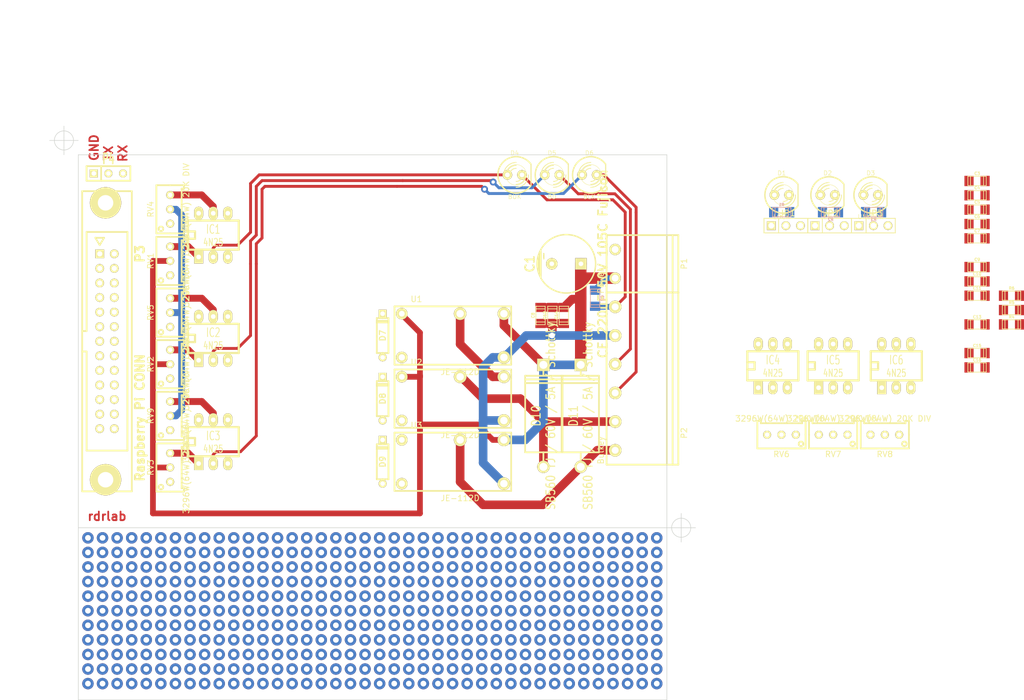
<source format=kicad_pcb>
(kicad_pcb (version 4) (host pcbnew "(2014-08-29 BZR 5105)-product")

  (general
    (links 116)
    (no_connects 77)
    (area 104.203358 41.314285 213.193831 156.433956)
    (thickness 1.6)
    (drawings 16)
    (tracks 595)
    (zones 0)
    (modules 58)
    (nets 66)
  )

  (page A4)
  (layers
    (0 F.Cu signal)
    (31 B.Cu signal)
    (32 B.Adhes user)
    (33 F.Adhes user)
    (34 B.Paste user)
    (35 F.Paste user)
    (36 B.SilkS user)
    (37 F.SilkS user)
    (38 B.Mask user)
    (39 F.Mask user)
    (40 Dwgs.User user)
    (41 Cmts.User user)
    (42 Eco1.User user)
    (43 Eco2.User user)
    (44 Edge.Cuts user)
    (45 Margin user)
    (46 B.CrtYd user)
    (47 F.CrtYd user)
    (48 B.Fab user)
    (49 F.Fab user)
  )

  (setup
    (last_trace_width 0.5)
    (user_trace_width 0.2)
    (user_trace_width 0.25)
    (user_trace_width 0.3)
    (user_trace_width 0.5)
    (user_trace_width 0.8)
    (user_trace_width 1)
    (user_trace_width 1.2)
    (user_trace_width 1.5)
    (user_trace_width 2)
    (trace_clearance 0.254)
    (zone_clearance 0.508)
    (zone_45_only no)
    (trace_min 0.2)
    (segment_width 0.2)
    (edge_width 0.1)
    (via_size 0.889)
    (via_drill 0.635)
    (via_min_size 0.889)
    (via_min_drill 0.508)
    (user_via 1.2 0.6)
    (user_via 2 1)
    (uvia_size 0.508)
    (uvia_drill 0.127)
    (uvias_allowed no)
    (uvia_min_size 0.508)
    (uvia_min_drill 0.127)
    (pcb_text_width 0.3)
    (pcb_text_size 1.5 1.5)
    (mod_edge_width 0.15)
    (mod_text_size 1 1)
    (mod_text_width 0.15)
    (pad_size 1.6002 1.8034)
    (pad_drill 0)
    (pad_to_mask_clearance 0)
    (aux_axis_origin 0 0)
    (visible_elements FFFFF75F)
    (pcbplotparams
      (layerselection 0x00030_80000001)
      (usegerberextensions false)
      (excludeedgelayer true)
      (linewidth 0.100000)
      (plotframeref false)
      (viasonmask false)
      (mode 1)
      (useauxorigin false)
      (hpglpennumber 1)
      (hpglpenspeed 20)
      (hpglpendiameter 15)
      (hpglpenoverlay 2)
      (psnegative false)
      (psa4output false)
      (plotreference true)
      (plotvalue true)
      (plotinvisibletext false)
      (padsonsilk false)
      (subtractmaskfromsilk false)
      (outputformat 1)
      (mirror false)
      (drillshape 1)
      (scaleselection 1)
      (outputdirectory ""))
  )

  (net 0 "")
  (net 1 +12V)
  (net 2 GNDA)
  (net 3 /BUK)
  (net 4 /BD)
  (net 5 /BLK)
  (net 6 "Net-(C5-Pad1)")
  (net 7 GND)
  (net 8 "Net-(C6-Pad1)")
  (net 9 "Net-(C7-Pad1)")
  (net 10 "Net-(C9-Pad1)")
  (net 11 "Net-(C10-Pad1)")
  (net 12 "Net-(C11-Pad1)")
  (net 13 /GPIO25)
  (net 14 /GPIO8)
  (net 15 /GPIO7)
  (net 16 /GPIO10)
  (net 17 "Net-(D1-Pad2)")
  (net 18 /GPIO9)
  (net 19 "Net-(D2-Pad2)")
  (net 20 /GPIO11)
  (net 21 "Net-(D3-Pad2)")
  (net 22 "Net-(D4-Pad1)")
  (net 23 "Net-(D5-Pad1)")
  (net 24 "Net-(D6-Pad1)")
  (net 25 /LOCK)
  (net 26 /EN)
  (net 27 /UNLOCK)
  (net 28 /BM-)
  (net 29 /BM+)
  (net 30 "Net-(IC1-Pad1)")
  (net 31 "Net-(IC1-Pad6)")
  (net 32 "Net-(IC2-Pad1)")
  (net 33 "Net-(IC2-Pad6)")
  (net 34 "Net-(IC3-Pad1)")
  (net 35 "Net-(IC3-Pad6)")
  (net 36 "Net-(IC4-Pad6)")
  (net 37 "Net-(IC5-Pad6)")
  (net 38 "Net-(IC6-Pad6)")
  (net 39 "Net-(JP1-Pad2)")
  (net 40 "Net-(JP2-Pad2)")
  (net 41 "Net-(JP3-Pad2)")
  (net 42 +3.3V)
  (net 43 "Net-(P3-Pad2)")
  (net 44 "Net-(P3-Pad3)")
  (net 45 "Net-(P3-Pad4)")
  (net 46 "Net-(P3-Pad5)")
  (net 47 "Net-(P3-Pad7)")
  (net 48 /TX)
  (net 49 /RX)
  (net 50 "Net-(P3-Pad11)")
  (net 51 "Net-(P3-Pad12)")
  (net 52 "Net-(P3-Pad13)")
  (net 53 "Net-(P3-Pad15)")
  (net 54 "Net-(P3-Pad16)")
  (net 55 "Net-(P3-Pad18)")
  (net 56 "Net-(RV1-Pad3)")
  (net 57 "Net-(RV2-Pad3)")
  (net 58 "Net-(RV3-Pad3)")
  (net 59 "Net-(RV4-Pad3)")
  (net 60 "Net-(RV5-Pad3)")
  (net 61 "Net-(RV6-Pad3)")
  (net 62 "Net-(RV7-Pad3)")
  (net 63 "Net-(RV8-Pad3)")
  (net 64 "Net-(RV9-Pad3)")
  (net 65 "Net-(U1-Pad3)")

  (net_class Default "This is the default net class."
    (clearance 0.254)
    (trace_width 0.254)
    (via_dia 0.889)
    (via_drill 0.635)
    (uvia_dia 0.508)
    (uvia_drill 0.127)
    (add_net +12V)
    (add_net +3.3V)
    (add_net /BD)
    (add_net /BLK)
    (add_net /BM+)
    (add_net /BM-)
    (add_net /BUK)
    (add_net /EN)
    (add_net /GPIO10)
    (add_net /GPIO11)
    (add_net /GPIO25)
    (add_net /GPIO7)
    (add_net /GPIO8)
    (add_net /GPIO9)
    (add_net /LOCK)
    (add_net /RX)
    (add_net /TX)
    (add_net /UNLOCK)
    (add_net GND)
    (add_net GNDA)
    (add_net "Net-(C10-Pad1)")
    (add_net "Net-(C11-Pad1)")
    (add_net "Net-(C5-Pad1)")
    (add_net "Net-(C6-Pad1)")
    (add_net "Net-(C7-Pad1)")
    (add_net "Net-(C9-Pad1)")
    (add_net "Net-(D1-Pad2)")
    (add_net "Net-(D2-Pad2)")
    (add_net "Net-(D3-Pad2)")
    (add_net "Net-(D4-Pad1)")
    (add_net "Net-(D5-Pad1)")
    (add_net "Net-(D6-Pad1)")
    (add_net "Net-(IC1-Pad1)")
    (add_net "Net-(IC1-Pad6)")
    (add_net "Net-(IC2-Pad1)")
    (add_net "Net-(IC2-Pad6)")
    (add_net "Net-(IC3-Pad1)")
    (add_net "Net-(IC3-Pad6)")
    (add_net "Net-(IC4-Pad6)")
    (add_net "Net-(IC5-Pad6)")
    (add_net "Net-(IC6-Pad6)")
    (add_net "Net-(JP1-Pad2)")
    (add_net "Net-(JP2-Pad2)")
    (add_net "Net-(JP3-Pad2)")
    (add_net "Net-(P3-Pad11)")
    (add_net "Net-(P3-Pad12)")
    (add_net "Net-(P3-Pad13)")
    (add_net "Net-(P3-Pad15)")
    (add_net "Net-(P3-Pad16)")
    (add_net "Net-(P3-Pad18)")
    (add_net "Net-(P3-Pad2)")
    (add_net "Net-(P3-Pad3)")
    (add_net "Net-(P3-Pad4)")
    (add_net "Net-(P3-Pad5)")
    (add_net "Net-(P3-Pad7)")
    (add_net "Net-(RV1-Pad3)")
    (add_net "Net-(RV2-Pad3)")
    (add_net "Net-(RV3-Pad3)")
    (add_net "Net-(RV4-Pad3)")
    (add_net "Net-(RV5-Pad3)")
    (add_net "Net-(RV6-Pad3)")
    (add_net "Net-(RV7-Pad3)")
    (add_net "Net-(RV8-Pad3)")
    (add_net "Net-(RV9-Pad3)")
    (add_net "Net-(U1-Pad3)")
  )

  (module capacitors:CP_10x13mm (layer F.Cu) (tedit 4B90D649) (tstamp 54181CD9)
    (at 167.25 74.75 90)
    (descr "Capacitor, pol, cyl 10x13mm")
    (path /5419B6A4)
    (fp_text reference C1 (at 0 -6.35 90) (layer F.SilkS)
      (effects (font (thickness 0.3048)))
    )
    (fp_text value "CE 220uF 50V 105C Fujicon" (at 0 6.35 90) (layer F.SilkS)
      (effects (font (thickness 0.3048)))
    )
    (fp_line (start -2.413 -4.445) (end 2.413 -4.445) (layer F.SilkS) (width 0.254))
    (fp_line (start 1.143 -4.826) (end -1.143 -4.826) (layer F.SilkS) (width 0.254))
    (fp_circle (center 0 0) (end 5.08 0.381) (layer F.SilkS) (width 0.254))
    (fp_line (start 2.032 -4.445) (end -2.032 -4.445) (layer F.SilkS) (width 0.254))
    (fp_line (start -2.032 -4.445) (end -1.651 -4.572) (layer F.SilkS) (width 0.254))
    (fp_line (start -1.651 -4.572) (end 1.651 -4.572) (layer F.SilkS) (width 0.254))
    (fp_line (start 1.651 -4.572) (end 2.032 -4.445) (layer F.SilkS) (width 0.254))
    (fp_line (start 0.889 -3.937) (end 1.778 -3.937) (layer F.SilkS) (width 0.254))
    (fp_line (start 1.016 -4.953) (end -1.016 -4.953) (layer F.SilkS) (width 0.254))
    (fp_line (start -1.016 -4.826) (end 1.016 -4.826) (layer F.SilkS) (width 0.254))
    (fp_line (start -1.524 -4.699) (end 1.524 -4.699) (layer F.SilkS) (width 0.254))
    (pad 1 thru_hole rect (at 0 2.54 90) (size 1.99898 1.99898) (drill 0.8001) (layers *.Cu *.Mask F.SilkS)
      (net 1 +12V))
    (pad 2 thru_hole circle (at 0 -2.54 90) (size 1.99898 1.99898) (drill 0.8001) (layers *.Cu *.Mask F.SilkS)
      (net 2 GNDA))
    (model discret/capacitor/cp_10x13mm.wrl
      (at (xyz 0 0 0))
      (scale (xyz 1 1 1))
      (rotate (xyz 0 0 0))
    )
  )

  (module smd_capacitors:c_1206 (layer B.Cu) (tedit 490473F0) (tstamp 54181CDF)
    (at 172.25 80.75 90)
    (descr "SMT capacitor, 1206")
    (path /541A1BE7)
    (fp_text reference C2 (at 0.0254 1.2954 90) (layer B.SilkS)
      (effects (font (size 0.50038 0.50038) (thickness 0.11938)) (justify mirror))
    )
    (fp_text value 10nF (at 0 -1.27 90) (layer B.SilkS) hide
      (effects (font (size 0.50038 0.50038) (thickness 0.11938)) (justify mirror))
    )
    (fp_line (start 1.143 -0.8128) (end 1.143 0.8128) (layer B.SilkS) (width 0.127))
    (fp_line (start -1.143 0.8128) (end -1.143 -0.8128) (layer B.SilkS) (width 0.127))
    (fp_line (start -1.6002 0.8128) (end -1.6002 -0.8128) (layer B.SilkS) (width 0.127))
    (fp_line (start -1.6002 -0.8128) (end 1.6002 -0.8128) (layer B.SilkS) (width 0.127))
    (fp_line (start 1.6002 -0.8128) (end 1.6002 0.8128) (layer B.SilkS) (width 0.127))
    (fp_line (start 1.6002 0.8128) (end -1.6002 0.8128) (layer B.SilkS) (width 0.127))
    (pad 1 smd rect (at 1.397 0 90) (size 1.6002 1.8034) (layers B.Cu B.Paste B.Mask)
      (net 1 +12V))
    (pad 2 smd rect (at -1.397 0 90) (size 1.6002 1.8034) (layers B.Cu B.Paste B.Mask)
      (net 3 /BUK))
    (model smd/capacitors/c_1206.wrl
      (at (xyz 0 0 0))
      (scale (xyz 1 1 1))
      (rotate (xyz 0 0 0))
    )
  )

  (module smd_capacitors:c_1206 (layer F.Cu) (tedit 490473F0) (tstamp 54181CE5)
    (at 238.77 60.31)
    (descr "SMT capacitor, 1206")
    (path /541A1DC0)
    (fp_text reference C3 (at 0.0254 -1.2954) (layer F.SilkS)
      (effects (font (size 0.50038 0.50038) (thickness 0.11938)))
    )
    (fp_text value 10nF (at 0 1.27) (layer F.SilkS) hide
      (effects (font (size 0.50038 0.50038) (thickness 0.11938)))
    )
    (fp_line (start 1.143 0.8128) (end 1.143 -0.8128) (layer F.SilkS) (width 0.127))
    (fp_line (start -1.143 -0.8128) (end -1.143 0.8128) (layer F.SilkS) (width 0.127))
    (fp_line (start -1.6002 -0.8128) (end -1.6002 0.8128) (layer F.SilkS) (width 0.127))
    (fp_line (start -1.6002 0.8128) (end 1.6002 0.8128) (layer F.SilkS) (width 0.127))
    (fp_line (start 1.6002 0.8128) (end 1.6002 -0.8128) (layer F.SilkS) (width 0.127))
    (fp_line (start 1.6002 -0.8128) (end -1.6002 -0.8128) (layer F.SilkS) (width 0.127))
    (pad 1 smd rect (at 1.397 0) (size 1.6002 1.8034) (layers F.Cu F.Paste F.Mask)
      (net 1 +12V))
    (pad 2 smd rect (at -1.397 0) (size 1.6002 1.8034) (layers F.Cu F.Paste F.Mask)
      (net 4 /BD))
    (model smd/capacitors/c_1206.wrl
      (at (xyz 0 0 0))
      (scale (xyz 1 1 1))
      (rotate (xyz 0 0 0))
    )
  )

  (module smd_capacitors:c_1206 (layer F.Cu) (tedit 490473F0) (tstamp 54181CEB)
    (at 238.77 62.81)
    (descr "SMT capacitor, 1206")
    (path /541A1E22)
    (fp_text reference C4 (at 0.0254 -1.2954) (layer F.SilkS)
      (effects (font (size 0.50038 0.50038) (thickness 0.11938)))
    )
    (fp_text value 10nF (at 0 1.27) (layer F.SilkS) hide
      (effects (font (size 0.50038 0.50038) (thickness 0.11938)))
    )
    (fp_line (start 1.143 0.8128) (end 1.143 -0.8128) (layer F.SilkS) (width 0.127))
    (fp_line (start -1.143 -0.8128) (end -1.143 0.8128) (layer F.SilkS) (width 0.127))
    (fp_line (start -1.6002 -0.8128) (end -1.6002 0.8128) (layer F.SilkS) (width 0.127))
    (fp_line (start -1.6002 0.8128) (end 1.6002 0.8128) (layer F.SilkS) (width 0.127))
    (fp_line (start 1.6002 0.8128) (end 1.6002 -0.8128) (layer F.SilkS) (width 0.127))
    (fp_line (start 1.6002 -0.8128) (end -1.6002 -0.8128) (layer F.SilkS) (width 0.127))
    (pad 1 smd rect (at 1.397 0) (size 1.6002 1.8034) (layers F.Cu F.Paste F.Mask)
      (net 1 +12V))
    (pad 2 smd rect (at -1.397 0) (size 1.6002 1.8034) (layers F.Cu F.Paste F.Mask)
      (net 5 /BLK))
    (model smd/capacitors/c_1206.wrl
      (at (xyz 0 0 0))
      (scale (xyz 1 1 1))
      (rotate (xyz 0 0 0))
    )
  )

  (module smd_capacitors:c_1206 (layer F.Cu) (tedit 490473F0) (tstamp 54181CF1)
    (at 238.77 65.31)
    (descr "SMT capacitor, 1206")
    (path /54171925)
    (fp_text reference C5 (at 0.0254 -1.2954) (layer F.SilkS)
      (effects (font (size 0.50038 0.50038) (thickness 0.11938)))
    )
    (fp_text value 10nF (at 0 1.27) (layer F.SilkS) hide
      (effects (font (size 0.50038 0.50038) (thickness 0.11938)))
    )
    (fp_line (start 1.143 0.8128) (end 1.143 -0.8128) (layer F.SilkS) (width 0.127))
    (fp_line (start -1.143 -0.8128) (end -1.143 0.8128) (layer F.SilkS) (width 0.127))
    (fp_line (start -1.6002 -0.8128) (end -1.6002 0.8128) (layer F.SilkS) (width 0.127))
    (fp_line (start -1.6002 0.8128) (end 1.6002 0.8128) (layer F.SilkS) (width 0.127))
    (fp_line (start 1.6002 0.8128) (end 1.6002 -0.8128) (layer F.SilkS) (width 0.127))
    (fp_line (start 1.6002 -0.8128) (end -1.6002 -0.8128) (layer F.SilkS) (width 0.127))
    (pad 1 smd rect (at 1.397 0) (size 1.6002 1.8034) (layers F.Cu F.Paste F.Mask)
      (net 6 "Net-(C5-Pad1)"))
    (pad 2 smd rect (at -1.397 0) (size 1.6002 1.8034) (layers F.Cu F.Paste F.Mask)
      (net 7 GND))
    (model smd/capacitors/c_1206.wrl
      (at (xyz 0 0 0))
      (scale (xyz 1 1 1))
      (rotate (xyz 0 0 0))
    )
  )

  (module smd_capacitors:c_1206 (layer F.Cu) (tedit 490473F0) (tstamp 54181CF7)
    (at 238.77 67.81)
    (descr "SMT capacitor, 1206")
    (path /5417198B)
    (fp_text reference C6 (at 0.0254 -1.2954) (layer F.SilkS)
      (effects (font (size 0.50038 0.50038) (thickness 0.11938)))
    )
    (fp_text value 10nF (at 0 1.27) (layer F.SilkS) hide
      (effects (font (size 0.50038 0.50038) (thickness 0.11938)))
    )
    (fp_line (start 1.143 0.8128) (end 1.143 -0.8128) (layer F.SilkS) (width 0.127))
    (fp_line (start -1.143 -0.8128) (end -1.143 0.8128) (layer F.SilkS) (width 0.127))
    (fp_line (start -1.6002 -0.8128) (end -1.6002 0.8128) (layer F.SilkS) (width 0.127))
    (fp_line (start -1.6002 0.8128) (end 1.6002 0.8128) (layer F.SilkS) (width 0.127))
    (fp_line (start 1.6002 0.8128) (end 1.6002 -0.8128) (layer F.SilkS) (width 0.127))
    (fp_line (start 1.6002 -0.8128) (end -1.6002 -0.8128) (layer F.SilkS) (width 0.127))
    (pad 1 smd rect (at 1.397 0) (size 1.6002 1.8034) (layers F.Cu F.Paste F.Mask)
      (net 8 "Net-(C6-Pad1)"))
    (pad 2 smd rect (at -1.397 0) (size 1.6002 1.8034) (layers F.Cu F.Paste F.Mask)
      (net 7 GND))
    (model smd/capacitors/c_1206.wrl
      (at (xyz 0 0 0))
      (scale (xyz 1 1 1))
      (rotate (xyz 0 0 0))
    )
  )

  (module smd_capacitors:c_1206 (layer F.Cu) (tedit 490473F0) (tstamp 54181CFD)
    (at 238.77 70.31)
    (descr "SMT capacitor, 1206")
    (path /541719E4)
    (fp_text reference C7 (at 0.0254 -1.2954) (layer F.SilkS)
      (effects (font (size 0.50038 0.50038) (thickness 0.11938)))
    )
    (fp_text value 10nF (at 0 1.27) (layer F.SilkS) hide
      (effects (font (size 0.50038 0.50038) (thickness 0.11938)))
    )
    (fp_line (start 1.143 0.8128) (end 1.143 -0.8128) (layer F.SilkS) (width 0.127))
    (fp_line (start -1.143 -0.8128) (end -1.143 0.8128) (layer F.SilkS) (width 0.127))
    (fp_line (start -1.6002 -0.8128) (end -1.6002 0.8128) (layer F.SilkS) (width 0.127))
    (fp_line (start -1.6002 0.8128) (end 1.6002 0.8128) (layer F.SilkS) (width 0.127))
    (fp_line (start 1.6002 0.8128) (end 1.6002 -0.8128) (layer F.SilkS) (width 0.127))
    (fp_line (start 1.6002 -0.8128) (end -1.6002 -0.8128) (layer F.SilkS) (width 0.127))
    (pad 1 smd rect (at 1.397 0) (size 1.6002 1.8034) (layers F.Cu F.Paste F.Mask)
      (net 9 "Net-(C7-Pad1)"))
    (pad 2 smd rect (at -1.397 0) (size 1.6002 1.8034) (layers F.Cu F.Paste F.Mask)
      (net 7 GND))
    (model smd/capacitors/c_1206.wrl
      (at (xyz 0 0 0))
      (scale (xyz 1 1 1))
      (rotate (xyz 0 0 0))
    )
  )

  (module smd_capacitors:c_1206 (layer F.Cu) (tedit 490473F0) (tstamp 5418AA36)
    (at 162.75 83.75 90)
    (descr "SMT capacitor, 1206")
    (path /54174F14)
    (fp_text reference C8 (at 0.0254 -1.2954 90) (layer F.SilkS)
      (effects (font (size 0.50038 0.50038) (thickness 0.11938)))
    )
    (fp_text value 10uF (at 0 1.27 90) (layer F.SilkS) hide
      (effects (font (size 0.50038 0.50038) (thickness 0.11938)))
    )
    (fp_line (start 1.143 0.8128) (end 1.143 -0.8128) (layer F.SilkS) (width 0.127))
    (fp_line (start -1.143 -0.8128) (end -1.143 0.8128) (layer F.SilkS) (width 0.127))
    (fp_line (start -1.6002 -0.8128) (end -1.6002 0.8128) (layer F.SilkS) (width 0.127))
    (fp_line (start -1.6002 0.8128) (end 1.6002 0.8128) (layer F.SilkS) (width 0.127))
    (fp_line (start 1.6002 0.8128) (end 1.6002 -0.8128) (layer F.SilkS) (width 0.127))
    (fp_line (start 1.6002 -0.8128) (end -1.6002 -0.8128) (layer F.SilkS) (width 0.127))
    (pad 1 smd rect (at 1.397 0 90) (size 1.6002 1.8034) (layers F.Cu F.Paste F.Mask)
      (net 1 +12V))
    (pad 2 smd rect (at -1.397 0 90) (size 1.6002 1.8034) (layers F.Cu F.Paste F.Mask)
      (net 2 GNDA))
    (model smd/capacitors/c_1206.wrl
      (at (xyz 0 0 0))
      (scale (xyz 1 1 1))
      (rotate (xyz 0 0 0))
    )
  )

  (module smd_capacitors:c_1206 (layer F.Cu) (tedit 490473F0) (tstamp 54181D09)
    (at 238.77 75.31)
    (descr "SMT capacitor, 1206")
    (path /54170A8D)
    (fp_text reference C9 (at 0.0254 -1.2954) (layer F.SilkS)
      (effects (font (size 0.50038 0.50038) (thickness 0.11938)))
    )
    (fp_text value 10nF (at 0 1.27) (layer F.SilkS) hide
      (effects (font (size 0.50038 0.50038) (thickness 0.11938)))
    )
    (fp_line (start 1.143 0.8128) (end 1.143 -0.8128) (layer F.SilkS) (width 0.127))
    (fp_line (start -1.143 -0.8128) (end -1.143 0.8128) (layer F.SilkS) (width 0.127))
    (fp_line (start -1.6002 -0.8128) (end -1.6002 0.8128) (layer F.SilkS) (width 0.127))
    (fp_line (start -1.6002 0.8128) (end 1.6002 0.8128) (layer F.SilkS) (width 0.127))
    (fp_line (start 1.6002 0.8128) (end 1.6002 -0.8128) (layer F.SilkS) (width 0.127))
    (fp_line (start 1.6002 -0.8128) (end -1.6002 -0.8128) (layer F.SilkS) (width 0.127))
    (pad 1 smd rect (at 1.397 0) (size 1.6002 1.8034) (layers F.Cu F.Paste F.Mask)
      (net 10 "Net-(C9-Pad1)"))
    (pad 2 smd rect (at -1.397 0) (size 1.6002 1.8034) (layers F.Cu F.Paste F.Mask)
      (net 2 GNDA))
    (model smd/capacitors/c_1206.wrl
      (at (xyz 0 0 0))
      (scale (xyz 1 1 1))
      (rotate (xyz 0 0 0))
    )
  )

  (module smd_capacitors:c_1206 (layer F.Cu) (tedit 490473F0) (tstamp 54181D0F)
    (at 238.77 77.81)
    (descr "SMT capacitor, 1206")
    (path /54170B21)
    (fp_text reference C10 (at 0.0254 -1.2954) (layer F.SilkS)
      (effects (font (size 0.50038 0.50038) (thickness 0.11938)))
    )
    (fp_text value 10nF (at 0 1.27) (layer F.SilkS) hide
      (effects (font (size 0.50038 0.50038) (thickness 0.11938)))
    )
    (fp_line (start 1.143 0.8128) (end 1.143 -0.8128) (layer F.SilkS) (width 0.127))
    (fp_line (start -1.143 -0.8128) (end -1.143 0.8128) (layer F.SilkS) (width 0.127))
    (fp_line (start -1.6002 -0.8128) (end -1.6002 0.8128) (layer F.SilkS) (width 0.127))
    (fp_line (start -1.6002 0.8128) (end 1.6002 0.8128) (layer F.SilkS) (width 0.127))
    (fp_line (start 1.6002 0.8128) (end 1.6002 -0.8128) (layer F.SilkS) (width 0.127))
    (fp_line (start 1.6002 -0.8128) (end -1.6002 -0.8128) (layer F.SilkS) (width 0.127))
    (pad 1 smd rect (at 1.397 0) (size 1.6002 1.8034) (layers F.Cu F.Paste F.Mask)
      (net 11 "Net-(C10-Pad1)"))
    (pad 2 smd rect (at -1.397 0) (size 1.6002 1.8034) (layers F.Cu F.Paste F.Mask)
      (net 2 GNDA))
    (model smd/capacitors/c_1206.wrl
      (at (xyz 0 0 0))
      (scale (xyz 1 1 1))
      (rotate (xyz 0 0 0))
    )
  )

  (module smd_capacitors:c_1206 (layer F.Cu) (tedit 490473F0) (tstamp 54181D15)
    (at 238.77 80.31)
    (descr "SMT capacitor, 1206")
    (path /54170B75)
    (fp_text reference C11 (at 0.0254 -1.2954) (layer F.SilkS)
      (effects (font (size 0.50038 0.50038) (thickness 0.11938)))
    )
    (fp_text value 10nF (at 0 1.27) (layer F.SilkS) hide
      (effects (font (size 0.50038 0.50038) (thickness 0.11938)))
    )
    (fp_line (start 1.143 0.8128) (end 1.143 -0.8128) (layer F.SilkS) (width 0.127))
    (fp_line (start -1.143 -0.8128) (end -1.143 0.8128) (layer F.SilkS) (width 0.127))
    (fp_line (start -1.6002 -0.8128) (end -1.6002 0.8128) (layer F.SilkS) (width 0.127))
    (fp_line (start -1.6002 0.8128) (end 1.6002 0.8128) (layer F.SilkS) (width 0.127))
    (fp_line (start 1.6002 0.8128) (end 1.6002 -0.8128) (layer F.SilkS) (width 0.127))
    (fp_line (start 1.6002 -0.8128) (end -1.6002 -0.8128) (layer F.SilkS) (width 0.127))
    (pad 1 smd rect (at 1.397 0) (size 1.6002 1.8034) (layers F.Cu F.Paste F.Mask)
      (net 12 "Net-(C11-Pad1)"))
    (pad 2 smd rect (at -1.397 0) (size 1.6002 1.8034) (layers F.Cu F.Paste F.Mask)
      (net 2 GNDA))
    (model smd/capacitors/c_1206.wrl
      (at (xyz 0 0 0))
      (scale (xyz 1 1 1))
      (rotate (xyz 0 0 0))
    )
  )

  (module smd_capacitors:c_1206 (layer F.Cu) (tedit 490473F0) (tstamp 5418AA50)
    (at 164.81 83.75 90)
    (descr "SMT capacitor, 1206")
    (path /54174ECE)
    (fp_text reference C12 (at 0.0254 -1.2954 90) (layer F.SilkS)
      (effects (font (size 0.50038 0.50038) (thickness 0.11938)))
    )
    (fp_text value 100nF (at 0 1.27 90) (layer F.SilkS) hide
      (effects (font (size 0.50038 0.50038) (thickness 0.11938)))
    )
    (fp_line (start 1.143 0.8128) (end 1.143 -0.8128) (layer F.SilkS) (width 0.127))
    (fp_line (start -1.143 -0.8128) (end -1.143 0.8128) (layer F.SilkS) (width 0.127))
    (fp_line (start -1.6002 -0.8128) (end -1.6002 0.8128) (layer F.SilkS) (width 0.127))
    (fp_line (start -1.6002 0.8128) (end 1.6002 0.8128) (layer F.SilkS) (width 0.127))
    (fp_line (start 1.6002 0.8128) (end 1.6002 -0.8128) (layer F.SilkS) (width 0.127))
    (fp_line (start 1.6002 -0.8128) (end -1.6002 -0.8128) (layer F.SilkS) (width 0.127))
    (pad 1 smd rect (at 1.397 0 90) (size 1.6002 1.8034) (layers F.Cu F.Paste F.Mask)
      (net 1 +12V))
    (pad 2 smd rect (at -1.397 0 90) (size 1.6002 1.8034) (layers F.Cu F.Paste F.Mask)
      (net 2 GNDA))
    (model smd/capacitors/c_1206.wrl
      (at (xyz 0 0 0))
      (scale (xyz 1 1 1))
      (rotate (xyz 0 0 0))
    )
  )

  (module smd_capacitors:c_1206 (layer F.Cu) (tedit 490473F0) (tstamp 54181D21)
    (at 238.77 85.31)
    (descr "SMT capacitor, 1206")
    (path /541A29E3)
    (fp_text reference C13 (at 0.0254 -1.2954) (layer F.SilkS)
      (effects (font (size 0.50038 0.50038) (thickness 0.11938)))
    )
    (fp_text value 10nF (at 0 1.27) (layer F.SilkS) hide
      (effects (font (size 0.50038 0.50038) (thickness 0.11938)))
    )
    (fp_line (start 1.143 0.8128) (end 1.143 -0.8128) (layer F.SilkS) (width 0.127))
    (fp_line (start -1.143 -0.8128) (end -1.143 0.8128) (layer F.SilkS) (width 0.127))
    (fp_line (start -1.6002 -0.8128) (end -1.6002 0.8128) (layer F.SilkS) (width 0.127))
    (fp_line (start -1.6002 0.8128) (end 1.6002 0.8128) (layer F.SilkS) (width 0.127))
    (fp_line (start 1.6002 0.8128) (end 1.6002 -0.8128) (layer F.SilkS) (width 0.127))
    (fp_line (start 1.6002 -0.8128) (end -1.6002 -0.8128) (layer F.SilkS) (width 0.127))
    (pad 1 smd rect (at 1.397 0) (size 1.6002 1.8034) (layers F.Cu F.Paste F.Mask)
      (net 13 /GPIO25))
    (pad 2 smd rect (at -1.397 0) (size 1.6002 1.8034) (layers F.Cu F.Paste F.Mask)
      (net 7 GND))
    (model smd/capacitors/c_1206.wrl
      (at (xyz 0 0 0))
      (scale (xyz 1 1 1))
      (rotate (xyz 0 0 0))
    )
  )

  (module smd_capacitors:c_1206 (layer F.Cu) (tedit 490473F0) (tstamp 5418AA1C)
    (at 166.81 83.75 90)
    (descr "SMT capacitor, 1206")
    (path /54174E6B)
    (fp_text reference C14 (at 0.0254 -1.2954 90) (layer F.SilkS)
      (effects (font (size 0.50038 0.50038) (thickness 0.11938)))
    )
    (fp_text value 100pF (at 0 1.27 90) (layer F.SilkS) hide
      (effects (font (size 0.50038 0.50038) (thickness 0.11938)))
    )
    (fp_line (start 1.143 0.8128) (end 1.143 -0.8128) (layer F.SilkS) (width 0.127))
    (fp_line (start -1.143 -0.8128) (end -1.143 0.8128) (layer F.SilkS) (width 0.127))
    (fp_line (start -1.6002 -0.8128) (end -1.6002 0.8128) (layer F.SilkS) (width 0.127))
    (fp_line (start -1.6002 0.8128) (end 1.6002 0.8128) (layer F.SilkS) (width 0.127))
    (fp_line (start 1.6002 0.8128) (end 1.6002 -0.8128) (layer F.SilkS) (width 0.127))
    (fp_line (start 1.6002 -0.8128) (end -1.6002 -0.8128) (layer F.SilkS) (width 0.127))
    (pad 1 smd rect (at 1.397 0 90) (size 1.6002 1.8034) (layers F.Cu F.Paste F.Mask)
      (net 1 +12V))
    (pad 2 smd rect (at -1.397 0 90) (size 1.6002 1.8034) (layers F.Cu F.Paste F.Mask)
      (net 2 GNDA))
    (model smd/capacitors/c_1206.wrl
      (at (xyz 0 0 0))
      (scale (xyz 1 1 1))
      (rotate (xyz 0 0 0))
    )
  )

  (module smd_capacitors:c_1206 (layer F.Cu) (tedit 490473F0) (tstamp 54181D2D)
    (at 238.77 90.31)
    (descr "SMT capacitor, 1206")
    (path /541A2AA1)
    (fp_text reference C15 (at 0.0254 -1.2954) (layer F.SilkS)
      (effects (font (size 0.50038 0.50038) (thickness 0.11938)))
    )
    (fp_text value 10nF (at 0 1.27) (layer F.SilkS) hide
      (effects (font (size 0.50038 0.50038) (thickness 0.11938)))
    )
    (fp_line (start 1.143 0.8128) (end 1.143 -0.8128) (layer F.SilkS) (width 0.127))
    (fp_line (start -1.143 -0.8128) (end -1.143 0.8128) (layer F.SilkS) (width 0.127))
    (fp_line (start -1.6002 -0.8128) (end -1.6002 0.8128) (layer F.SilkS) (width 0.127))
    (fp_line (start -1.6002 0.8128) (end 1.6002 0.8128) (layer F.SilkS) (width 0.127))
    (fp_line (start 1.6002 0.8128) (end 1.6002 -0.8128) (layer F.SilkS) (width 0.127))
    (fp_line (start 1.6002 -0.8128) (end -1.6002 -0.8128) (layer F.SilkS) (width 0.127))
    (pad 1 smd rect (at 1.397 0) (size 1.6002 1.8034) (layers F.Cu F.Paste F.Mask)
      (net 14 /GPIO8))
    (pad 2 smd rect (at -1.397 0) (size 1.6002 1.8034) (layers F.Cu F.Paste F.Mask)
      (net 7 GND))
    (model smd/capacitors/c_1206.wrl
      (at (xyz 0 0 0))
      (scale (xyz 1 1 1))
      (rotate (xyz 0 0 0))
    )
  )

  (module smd_capacitors:c_1206 (layer F.Cu) (tedit 490473F0) (tstamp 54181D33)
    (at 238.77 92.81)
    (descr "SMT capacitor, 1206")
    (path /541A2AF8)
    (fp_text reference C16 (at 0.0254 -1.2954) (layer F.SilkS)
      (effects (font (size 0.50038 0.50038) (thickness 0.11938)))
    )
    (fp_text value 10nF (at 0 1.27) (layer F.SilkS) hide
      (effects (font (size 0.50038 0.50038) (thickness 0.11938)))
    )
    (fp_line (start 1.143 0.8128) (end 1.143 -0.8128) (layer F.SilkS) (width 0.127))
    (fp_line (start -1.143 -0.8128) (end -1.143 0.8128) (layer F.SilkS) (width 0.127))
    (fp_line (start -1.6002 -0.8128) (end -1.6002 0.8128) (layer F.SilkS) (width 0.127))
    (fp_line (start -1.6002 0.8128) (end 1.6002 0.8128) (layer F.SilkS) (width 0.127))
    (fp_line (start 1.6002 0.8128) (end 1.6002 -0.8128) (layer F.SilkS) (width 0.127))
    (fp_line (start 1.6002 -0.8128) (end -1.6002 -0.8128) (layer F.SilkS) (width 0.127))
    (pad 1 smd rect (at 1.397 0) (size 1.6002 1.8034) (layers F.Cu F.Paste F.Mask)
      (net 15 /GPIO7))
    (pad 2 smd rect (at -1.397 0) (size 1.6002 1.8034) (layers F.Cu F.Paste F.Mask)
      (net 7 GND))
    (model smd/capacitors/c_1206.wrl
      (at (xyz 0 0 0))
      (scale (xyz 1 1 1))
      (rotate (xyz 0 0 0))
    )
  )

  (module led:LED-5MM (layer F.Cu) (tedit 50ADE86B) (tstamp 54181D39)
    (at 204.75 62.75)
    (descr "LED 5mm - Lead pitch 100mil (2,54mm)")
    (tags "LED led 5mm 5MM 100mil 2,54mm")
    (path /5416034F)
    (fp_text reference D1 (at 0 -3.81) (layer F.SilkS)
      (effects (font (size 0.762 0.762) (thickness 0.0889)))
    )
    (fp_text value LOCK (at 0 3.81) (layer F.SilkS)
      (effects (font (size 0.762 0.762) (thickness 0.0889)))
    )
    (fp_line (start 2.8448 1.905) (end 2.8448 -1.905) (layer F.SilkS) (width 0.2032))
    (fp_circle (center 0.254 0) (end -1.016 1.27) (layer F.SilkS) (width 0.0762))
    (fp_arc (start 0.254 0) (end 2.794 1.905) (angle 286.2) (layer F.SilkS) (width 0.254))
    (fp_arc (start 0.254 0) (end -0.889 0) (angle 90) (layer F.SilkS) (width 0.1524))
    (fp_arc (start 0.254 0) (end 1.397 0) (angle 90) (layer F.SilkS) (width 0.1524))
    (fp_arc (start 0.254 0) (end -1.397 0) (angle 90) (layer F.SilkS) (width 0.1524))
    (fp_arc (start 0.254 0) (end 1.905 0) (angle 90) (layer F.SilkS) (width 0.1524))
    (fp_arc (start 0.254 0) (end -1.905 0) (angle 90) (layer F.SilkS) (width 0.1524))
    (fp_arc (start 0.254 0) (end 2.413 0) (angle 90) (layer F.SilkS) (width 0.1524))
    (pad 1 thru_hole circle (at -1.27 0) (size 1.6764 1.6764) (drill 0.8128) (layers *.Cu *.Mask F.SilkS)
      (net 16 /GPIO10))
    (pad 2 thru_hole circle (at 1.27 0) (size 1.6764 1.6764) (drill 0.8128) (layers *.Cu *.Mask F.SilkS)
      (net 17 "Net-(D1-Pad2)"))
    (model discret/leds/led5_vertical_verde.wrl
      (at (xyz 0 0 0))
      (scale (xyz 1 1 1))
      (rotate (xyz 0 0 0))
    )
  )

  (module led:LED-5MM (layer F.Cu) (tedit 50ADE86B) (tstamp 54181D3F)
    (at 212.75 62.75)
    (descr "LED 5mm - Lead pitch 100mil (2,54mm)")
    (tags "LED led 5mm 5MM 100mil 2,54mm")
    (path /5416050E)
    (fp_text reference D2 (at 0 -3.81) (layer F.SilkS)
      (effects (font (size 0.762 0.762) (thickness 0.0889)))
    )
    (fp_text value EN (at 0 3.81) (layer F.SilkS)
      (effects (font (size 0.762 0.762) (thickness 0.0889)))
    )
    (fp_line (start 2.8448 1.905) (end 2.8448 -1.905) (layer F.SilkS) (width 0.2032))
    (fp_circle (center 0.254 0) (end -1.016 1.27) (layer F.SilkS) (width 0.0762))
    (fp_arc (start 0.254 0) (end 2.794 1.905) (angle 286.2) (layer F.SilkS) (width 0.254))
    (fp_arc (start 0.254 0) (end -0.889 0) (angle 90) (layer F.SilkS) (width 0.1524))
    (fp_arc (start 0.254 0) (end 1.397 0) (angle 90) (layer F.SilkS) (width 0.1524))
    (fp_arc (start 0.254 0) (end -1.397 0) (angle 90) (layer F.SilkS) (width 0.1524))
    (fp_arc (start 0.254 0) (end 1.905 0) (angle 90) (layer F.SilkS) (width 0.1524))
    (fp_arc (start 0.254 0) (end -1.905 0) (angle 90) (layer F.SilkS) (width 0.1524))
    (fp_arc (start 0.254 0) (end 2.413 0) (angle 90) (layer F.SilkS) (width 0.1524))
    (pad 1 thru_hole circle (at -1.27 0) (size 1.6764 1.6764) (drill 0.8128) (layers *.Cu *.Mask F.SilkS)
      (net 18 /GPIO9))
    (pad 2 thru_hole circle (at 1.27 0) (size 1.6764 1.6764) (drill 0.8128) (layers *.Cu *.Mask F.SilkS)
      (net 19 "Net-(D2-Pad2)"))
    (model discret/leds/led5_vertical_verde.wrl
      (at (xyz 0 0 0))
      (scale (xyz 1 1 1))
      (rotate (xyz 0 0 0))
    )
  )

  (module led:LED-5MM (layer F.Cu) (tedit 50ADE86B) (tstamp 54181D45)
    (at 220.25 62.75)
    (descr "LED 5mm - Lead pitch 100mil (2,54mm)")
    (tags "LED led 5mm 5MM 100mil 2,54mm")
    (path /54160543)
    (fp_text reference D3 (at 0 -3.81) (layer F.SilkS)
      (effects (font (size 0.762 0.762) (thickness 0.0889)))
    )
    (fp_text value UNLOCK (at 0 3.81) (layer F.SilkS)
      (effects (font (size 0.762 0.762) (thickness 0.0889)))
    )
    (fp_line (start 2.8448 1.905) (end 2.8448 -1.905) (layer F.SilkS) (width 0.2032))
    (fp_circle (center 0.254 0) (end -1.016 1.27) (layer F.SilkS) (width 0.0762))
    (fp_arc (start 0.254 0) (end 2.794 1.905) (angle 286.2) (layer F.SilkS) (width 0.254))
    (fp_arc (start 0.254 0) (end -0.889 0) (angle 90) (layer F.SilkS) (width 0.1524))
    (fp_arc (start 0.254 0) (end 1.397 0) (angle 90) (layer F.SilkS) (width 0.1524))
    (fp_arc (start 0.254 0) (end -1.397 0) (angle 90) (layer F.SilkS) (width 0.1524))
    (fp_arc (start 0.254 0) (end 1.905 0) (angle 90) (layer F.SilkS) (width 0.1524))
    (fp_arc (start 0.254 0) (end -1.905 0) (angle 90) (layer F.SilkS) (width 0.1524))
    (fp_arc (start 0.254 0) (end 2.413 0) (angle 90) (layer F.SilkS) (width 0.1524))
    (pad 1 thru_hole circle (at -1.27 0) (size 1.6764 1.6764) (drill 0.8128) (layers *.Cu *.Mask F.SilkS)
      (net 20 /GPIO11))
    (pad 2 thru_hole circle (at 1.27 0) (size 1.6764 1.6764) (drill 0.8128) (layers *.Cu *.Mask F.SilkS)
      (net 21 "Net-(D3-Pad2)"))
    (model discret/leds/led5_vertical_verde.wrl
      (at (xyz 0 0 0))
      (scale (xyz 1 1 1))
      (rotate (xyz 0 0 0))
    )
  )

  (module led:LED-5MM (layer F.Cu) (tedit 50ADE86B) (tstamp 54181D4B)
    (at 158.25 59.25)
    (descr "LED 5mm - Lead pitch 100mil (2,54mm)")
    (tags "LED led 5mm 5MM 100mil 2,54mm")
    (path /54173C74)
    (fp_text reference D4 (at 0 -3.81) (layer F.SilkS)
      (effects (font (size 0.762 0.762) (thickness 0.0889)))
    )
    (fp_text value BUK (at 0 3.81) (layer F.SilkS)
      (effects (font (size 0.762 0.762) (thickness 0.0889)))
    )
    (fp_line (start 2.8448 1.905) (end 2.8448 -1.905) (layer F.SilkS) (width 0.2032))
    (fp_circle (center 0.254 0) (end -1.016 1.27) (layer F.SilkS) (width 0.0762))
    (fp_arc (start 0.254 0) (end 2.794 1.905) (angle 286.2) (layer F.SilkS) (width 0.254))
    (fp_arc (start 0.254 0) (end -0.889 0) (angle 90) (layer F.SilkS) (width 0.1524))
    (fp_arc (start 0.254 0) (end 1.397 0) (angle 90) (layer F.SilkS) (width 0.1524))
    (fp_arc (start 0.254 0) (end -1.397 0) (angle 90) (layer F.SilkS) (width 0.1524))
    (fp_arc (start 0.254 0) (end 1.905 0) (angle 90) (layer F.SilkS) (width 0.1524))
    (fp_arc (start 0.254 0) (end -1.905 0) (angle 90) (layer F.SilkS) (width 0.1524))
    (fp_arc (start 0.254 0) (end 2.413 0) (angle 90) (layer F.SilkS) (width 0.1524))
    (pad 1 thru_hole circle (at -1.27 0) (size 1.6764 1.6764) (drill 0.8128) (layers *.Cu *.Mask F.SilkS)
      (net 22 "Net-(D4-Pad1)"))
    (pad 2 thru_hole circle (at 1.27 0) (size 1.6764 1.6764) (drill 0.8128) (layers *.Cu *.Mask F.SilkS)
      (net 3 /BUK))
    (model discret/leds/led5_vertical_verde.wrl
      (at (xyz 0 0 0))
      (scale (xyz 1 1 1))
      (rotate (xyz 0 0 0))
    )
  )

  (module led:LED-5MM (layer F.Cu) (tedit 50ADE86B) (tstamp 54181D51)
    (at 164.75 59.25)
    (descr "LED 5mm - Lead pitch 100mil (2,54mm)")
    (tags "LED led 5mm 5MM 100mil 2,54mm")
    (path /54173BDE)
    (fp_text reference D5 (at 0 -3.81) (layer F.SilkS)
      (effects (font (size 0.762 0.762) (thickness 0.0889)))
    )
    (fp_text value BD (at 0 3.81) (layer F.SilkS)
      (effects (font (size 0.762 0.762) (thickness 0.0889)))
    )
    (fp_line (start 2.8448 1.905) (end 2.8448 -1.905) (layer F.SilkS) (width 0.2032))
    (fp_circle (center 0.254 0) (end -1.016 1.27) (layer F.SilkS) (width 0.0762))
    (fp_arc (start 0.254 0) (end 2.794 1.905) (angle 286.2) (layer F.SilkS) (width 0.254))
    (fp_arc (start 0.254 0) (end -0.889 0) (angle 90) (layer F.SilkS) (width 0.1524))
    (fp_arc (start 0.254 0) (end 1.397 0) (angle 90) (layer F.SilkS) (width 0.1524))
    (fp_arc (start 0.254 0) (end -1.397 0) (angle 90) (layer F.SilkS) (width 0.1524))
    (fp_arc (start 0.254 0) (end 1.905 0) (angle 90) (layer F.SilkS) (width 0.1524))
    (fp_arc (start 0.254 0) (end -1.905 0) (angle 90) (layer F.SilkS) (width 0.1524))
    (fp_arc (start 0.254 0) (end 2.413 0) (angle 90) (layer F.SilkS) (width 0.1524))
    (pad 1 thru_hole circle (at -1.27 0) (size 1.6764 1.6764) (drill 0.8128) (layers *.Cu *.Mask F.SilkS)
      (net 23 "Net-(D5-Pad1)"))
    (pad 2 thru_hole circle (at 1.27 0) (size 1.6764 1.6764) (drill 0.8128) (layers *.Cu *.Mask F.SilkS)
      (net 4 /BD))
    (model discret/leds/led5_vertical_verde.wrl
      (at (xyz 0 0 0))
      (scale (xyz 1 1 1))
      (rotate (xyz 0 0 0))
    )
  )

  (module led:LED-5MM (layer F.Cu) (tedit 50ADE86B) (tstamp 541842CD)
    (at 171.25 59.25)
    (descr "LED 5mm - Lead pitch 100mil (2,54mm)")
    (tags "LED led 5mm 5MM 100mil 2,54mm")
    (path /54173522)
    (fp_text reference D6 (at 0 -3.81) (layer F.SilkS)
      (effects (font (size 0.762 0.762) (thickness 0.0889)))
    )
    (fp_text value BLK (at 0 3.81) (layer F.SilkS)
      (effects (font (size 0.762 0.762) (thickness 0.0889)))
    )
    (fp_line (start 2.8448 1.905) (end 2.8448 -1.905) (layer F.SilkS) (width 0.2032))
    (fp_circle (center 0.254 0) (end -1.016 1.27) (layer F.SilkS) (width 0.0762))
    (fp_arc (start 0.254 0) (end 2.794 1.905) (angle 286.2) (layer F.SilkS) (width 0.254))
    (fp_arc (start 0.254 0) (end -0.889 0) (angle 90) (layer F.SilkS) (width 0.1524))
    (fp_arc (start 0.254 0) (end 1.397 0) (angle 90) (layer F.SilkS) (width 0.1524))
    (fp_arc (start 0.254 0) (end -1.397 0) (angle 90) (layer F.SilkS) (width 0.1524))
    (fp_arc (start 0.254 0) (end 1.905 0) (angle 90) (layer F.SilkS) (width 0.1524))
    (fp_arc (start 0.254 0) (end -1.905 0) (angle 90) (layer F.SilkS) (width 0.1524))
    (fp_arc (start 0.254 0) (end 2.413 0) (angle 90) (layer F.SilkS) (width 0.1524))
    (pad 1 thru_hole circle (at -1.27 0) (size 1.6764 1.6764) (drill 0.8128) (layers *.Cu *.Mask F.SilkS)
      (net 24 "Net-(D6-Pad1)"))
    (pad 2 thru_hole circle (at 1.27 0) (size 1.6764 1.6764) (drill 0.8128) (layers *.Cu *.Mask F.SilkS)
      (net 5 /BLK))
    (model discret/leds/led5_vertical_verde.wrl
      (at (xyz 0 0 0))
      (scale (xyz 1 1 1))
      (rotate (xyz 0 0 0))
    )
  )

  (module discret:D3 (layer F.Cu) (tedit 200000) (tstamp 54181D5D)
    (at 135.25 87.25 90)
    (descr "Diode 3 pas")
    (tags "DIODE DEV")
    (path /5415F970)
    (fp_text reference D7 (at 0 0 90) (layer F.SilkS)
      (effects (font (size 1.016 1.016) (thickness 0.2032)))
    )
    (fp_text value "SB560 YJ / 60V / 5A / Schottky" (at 0 0 90) (layer F.SilkS) hide
      (effects (font (size 1.016 1.016) (thickness 0.2032)))
    )
    (fp_line (start 3.81 0) (end 3.048 0) (layer F.SilkS) (width 0.3048))
    (fp_line (start 3.048 0) (end 3.048 -1.016) (layer F.SilkS) (width 0.3048))
    (fp_line (start 3.048 -1.016) (end -3.048 -1.016) (layer F.SilkS) (width 0.3048))
    (fp_line (start -3.048 -1.016) (end -3.048 0) (layer F.SilkS) (width 0.3048))
    (fp_line (start -3.048 0) (end -3.81 0) (layer F.SilkS) (width 0.3048))
    (fp_line (start -3.048 0) (end -3.048 1.016) (layer F.SilkS) (width 0.3048))
    (fp_line (start -3.048 1.016) (end 3.048 1.016) (layer F.SilkS) (width 0.3048))
    (fp_line (start 3.048 1.016) (end 3.048 0) (layer F.SilkS) (width 0.3048))
    (fp_line (start 2.54 -1.016) (end 2.54 1.016) (layer F.SilkS) (width 0.3048))
    (fp_line (start 2.286 1.016) (end 2.286 -1.016) (layer F.SilkS) (width 0.3048))
    (pad 2 thru_hole rect (at 3.81 0 90) (size 1.397 1.397) (drill 0.8128) (layers *.Cu *.Mask F.SilkS)
      (net 1 +12V))
    (pad 1 thru_hole circle (at -3.81 0 90) (size 1.397 1.397) (drill 0.8128) (layers *.Cu *.Mask F.SilkS)
      (net 25 /LOCK))
    (model discret/diode.wrl
      (at (xyz 0 0 0))
      (scale (xyz 0.3 0.3 0.3))
      (rotate (xyz 0 0 0))
    )
  )

  (module discret:D3 (layer F.Cu) (tedit 200000) (tstamp 54181D63)
    (at 135.25 98.25 90)
    (descr "Diode 3 pas")
    (tags "DIODE DEV")
    (path /5415FBDC)
    (fp_text reference D8 (at 0 0 90) (layer F.SilkS)
      (effects (font (size 1.016 1.016) (thickness 0.2032)))
    )
    (fp_text value "SB560 YJ / 60V / 5A / Schottky" (at 0 0 90) (layer F.SilkS) hide
      (effects (font (size 1.016 1.016) (thickness 0.2032)))
    )
    (fp_line (start 3.81 0) (end 3.048 0) (layer F.SilkS) (width 0.3048))
    (fp_line (start 3.048 0) (end 3.048 -1.016) (layer F.SilkS) (width 0.3048))
    (fp_line (start 3.048 -1.016) (end -3.048 -1.016) (layer F.SilkS) (width 0.3048))
    (fp_line (start -3.048 -1.016) (end -3.048 0) (layer F.SilkS) (width 0.3048))
    (fp_line (start -3.048 0) (end -3.81 0) (layer F.SilkS) (width 0.3048))
    (fp_line (start -3.048 0) (end -3.048 1.016) (layer F.SilkS) (width 0.3048))
    (fp_line (start -3.048 1.016) (end 3.048 1.016) (layer F.SilkS) (width 0.3048))
    (fp_line (start 3.048 1.016) (end 3.048 0) (layer F.SilkS) (width 0.3048))
    (fp_line (start 2.54 -1.016) (end 2.54 1.016) (layer F.SilkS) (width 0.3048))
    (fp_line (start 2.286 1.016) (end 2.286 -1.016) (layer F.SilkS) (width 0.3048))
    (pad 2 thru_hole rect (at 3.81 0 90) (size 1.397 1.397) (drill 0.8128) (layers *.Cu *.Mask F.SilkS)
      (net 1 +12V))
    (pad 1 thru_hole circle (at -3.81 0 90) (size 1.397 1.397) (drill 0.8128) (layers *.Cu *.Mask F.SilkS)
      (net 26 /EN))
    (model discret/diode.wrl
      (at (xyz 0 0 0))
      (scale (xyz 0.3 0.3 0.3))
      (rotate (xyz 0 0 0))
    )
  )

  (module discret:D3 (layer F.Cu) (tedit 200000) (tstamp 54181D69)
    (at 135.25 109.25 90)
    (descr "Diode 3 pas")
    (tags "DIODE DEV")
    (path /5415FC05)
    (fp_text reference D9 (at 0 0 90) (layer F.SilkS)
      (effects (font (size 1.016 1.016) (thickness 0.2032)))
    )
    (fp_text value "SB560 YJ / 60V / 5A / Schottky" (at 0 0 90) (layer F.SilkS) hide
      (effects (font (size 1.016 1.016) (thickness 0.2032)))
    )
    (fp_line (start 3.81 0) (end 3.048 0) (layer F.SilkS) (width 0.3048))
    (fp_line (start 3.048 0) (end 3.048 -1.016) (layer F.SilkS) (width 0.3048))
    (fp_line (start 3.048 -1.016) (end -3.048 -1.016) (layer F.SilkS) (width 0.3048))
    (fp_line (start -3.048 -1.016) (end -3.048 0) (layer F.SilkS) (width 0.3048))
    (fp_line (start -3.048 0) (end -3.81 0) (layer F.SilkS) (width 0.3048))
    (fp_line (start -3.048 0) (end -3.048 1.016) (layer F.SilkS) (width 0.3048))
    (fp_line (start -3.048 1.016) (end 3.048 1.016) (layer F.SilkS) (width 0.3048))
    (fp_line (start 3.048 1.016) (end 3.048 0) (layer F.SilkS) (width 0.3048))
    (fp_line (start 2.54 -1.016) (end 2.54 1.016) (layer F.SilkS) (width 0.3048))
    (fp_line (start 2.286 1.016) (end 2.286 -1.016) (layer F.SilkS) (width 0.3048))
    (pad 2 thru_hole rect (at 3.81 0 90) (size 1.397 1.397) (drill 0.8128) (layers *.Cu *.Mask F.SilkS)
      (net 1 +12V))
    (pad 1 thru_hole circle (at -3.81 0 90) (size 1.397 1.397) (drill 0.8128) (layers *.Cu *.Mask F.SilkS)
      (net 27 /UNLOCK))
    (model discret/diode.wrl
      (at (xyz 0 0 0))
      (scale (xyz 0.3 0.3 0.3))
      (rotate (xyz 0 0 0))
    )
  )

  (module discret:D6.5 (layer F.Cu) (tedit 451BB076) (tstamp 54181D6F)
    (at 163.25 101.25 90)
    (path /5418241B)
    (fp_text reference D10 (at 0 -1.27 90) (layer F.SilkS)
      (effects (font (size 1.524 1.27) (thickness 0.2032)))
    )
    (fp_text value "SB560 YJ / 60V / 5A / Schottky" (at 0 1.27 90) (layer F.SilkS)
      (effects (font (size 1.524 1.27) (thickness 0.2032)))
    )
    (fp_line (start 6.985 3.175) (end -6.35 3.175) (layer F.SilkS) (width 0.3048))
    (fp_line (start -6.35 3.175) (end -6.35 -3.175) (layer F.SilkS) (width 0.3048))
    (fp_line (start -6.35 -3.175) (end 6.985 -3.175) (layer F.SilkS) (width 0.3048))
    (fp_line (start -8.89 0) (end -6.35 0) (layer F.SilkS) (width 0.3048))
    (fp_line (start 6.985 3.175) (end 6.985 -3.175) (layer F.SilkS) (width 0.3048))
    (fp_line (start 6.35 -3.175) (end 6.35 3.175) (layer F.SilkS) (width 0.3048))
    (fp_line (start 5.715 3.175) (end 5.715 -3.175) (layer F.SilkS) (width 0.3048))
    (fp_line (start 6.985 0) (end 8.89 0) (layer F.SilkS) (width 0.3048))
    (pad 1 thru_hole circle (at -8.89 0 90) (size 2.159 2.159) (drill 1.397) (layers *.Cu *.Mask F.SilkS)
      (net 28 /BM-))
    (pad 2 thru_hole rect (at 8.89 0 90) (size 2.159 2.159) (drill 1.397) (layers *.Cu *.Mask F.SilkS)
      (net 1 +12V))
    (model discret/diode.wrl
      (at (xyz 0 0 0))
      (scale (xyz 0.7 0.7 0.7))
      (rotate (xyz 0 0 0))
    )
  )

  (module discret:D6.5 (layer F.Cu) (tedit 451BB076) (tstamp 54181D75)
    (at 169.75 101.25 90)
    (path /54182764)
    (fp_text reference D11 (at 0 -1.27 90) (layer F.SilkS)
      (effects (font (size 1.524 1.27) (thickness 0.2032)))
    )
    (fp_text value "SB560 YJ / 60V / 5A / Schottky" (at 0 1.27 90) (layer F.SilkS)
      (effects (font (size 1.524 1.27) (thickness 0.2032)))
    )
    (fp_line (start 6.985 3.175) (end -6.35 3.175) (layer F.SilkS) (width 0.3048))
    (fp_line (start -6.35 3.175) (end -6.35 -3.175) (layer F.SilkS) (width 0.3048))
    (fp_line (start -6.35 -3.175) (end 6.985 -3.175) (layer F.SilkS) (width 0.3048))
    (fp_line (start -8.89 0) (end -6.35 0) (layer F.SilkS) (width 0.3048))
    (fp_line (start 6.985 3.175) (end 6.985 -3.175) (layer F.SilkS) (width 0.3048))
    (fp_line (start 6.35 -3.175) (end 6.35 3.175) (layer F.SilkS) (width 0.3048))
    (fp_line (start 5.715 3.175) (end 5.715 -3.175) (layer F.SilkS) (width 0.3048))
    (fp_line (start 6.985 0) (end 8.89 0) (layer F.SilkS) (width 0.3048))
    (pad 1 thru_hole circle (at -8.89 0 90) (size 2.159 2.159) (drill 1.397) (layers *.Cu *.Mask F.SilkS)
      (net 29 /BM+))
    (pad 2 thru_hole rect (at 8.89 0 90) (size 2.159 2.159) (drill 1.397) (layers *.Cu *.Mask F.SilkS)
      (net 1 +12V))
    (model discret/diode.wrl
      (at (xyz 0 0 0))
      (scale (xyz 0.7 0.7 0.7))
      (rotate (xyz 0 0 0))
    )
  )

  (module dip_sockets:DIP-6__300_ELL (layer F.Cu) (tedit 4879C789) (tstamp 54185C0B)
    (at 105.75 69.75)
    (descr "6 pins DIL package, elliptical pads")
    (tags DIL)
    (path /5415ED8F)
    (fp_text reference IC1 (at 0 -1.016) (layer F.SilkS)
      (effects (font (size 1.524 1.016) (thickness 0.1524)))
    )
    (fp_text value 4N25 (at 0 1.27) (layer F.SilkS)
      (effects (font (size 1.27 0.889) (thickness 0.1524)))
    )
    (fp_line (start -4.445 -2.54) (end 4.445 -2.54) (layer F.SilkS) (width 0.381))
    (fp_line (start 4.445 -2.54) (end 4.445 2.54) (layer F.SilkS) (width 0.381))
    (fp_line (start 4.445 2.54) (end -4.445 2.54) (layer F.SilkS) (width 0.381))
    (fp_line (start -4.445 2.54) (end -4.445 -2.54) (layer F.SilkS) (width 0.381))
    (fp_line (start -4.445 -0.635) (end -3.175 -0.635) (layer F.SilkS) (width 0.381))
    (fp_line (start -3.175 -0.635) (end -3.175 0.635) (layer F.SilkS) (width 0.381))
    (fp_line (start -3.175 0.635) (end -4.445 0.635) (layer F.SilkS) (width 0.381))
    (pad 1 thru_hole rect (at -2.54 3.81) (size 1.5748 2.286) (drill 0.8128) (layers *.Cu *.Mask F.SilkS)
      (net 30 "Net-(IC1-Pad1)"))
    (pad 2 thru_hole oval (at 0 3.81) (size 1.5748 2.286) (drill 0.8128) (layers *.Cu *.Mask F.SilkS)
      (net 22 "Net-(D4-Pad1)"))
    (pad 3 thru_hole oval (at 2.54 3.81) (size 1.5748 2.286) (drill 0.8128) (layers *.Cu *.Mask F.SilkS))
    (pad 4 thru_hole oval (at 2.54 -3.81) (size 1.5748 2.286) (drill 0.8128) (layers *.Cu *.Mask F.SilkS)
      (net 7 GND))
    (pad 5 thru_hole oval (at 0 -3.81) (size 1.5748 2.286) (drill 0.8128) (layers *.Cu *.Mask F.SilkS)
      (net 13 /GPIO25))
    (pad 6 thru_hole oval (at -2.54 -3.81) (size 1.5748 2.286) (drill 0.8128) (layers *.Cu *.Mask F.SilkS)
      (net 31 "Net-(IC1-Pad6)"))
    (model dil/dil_6.wrl
      (at (xyz 0 0 0))
      (scale (xyz 1 1 1))
      (rotate (xyz 0 0 0))
    )
  )

  (module dip_sockets:DIP-6__300_ELL (layer F.Cu) (tedit 4879C789) (tstamp 54185C00)
    (at 105.75 87.75)
    (descr "6 pins DIL package, elliptical pads")
    (tags DIL)
    (path /5415EF0E)
    (fp_text reference IC2 (at 0 -1.016) (layer F.SilkS)
      (effects (font (size 1.524 1.016) (thickness 0.1524)))
    )
    (fp_text value 4N25 (at 0 1.27) (layer F.SilkS)
      (effects (font (size 1.27 0.889) (thickness 0.1524)))
    )
    (fp_line (start -4.445 -2.54) (end 4.445 -2.54) (layer F.SilkS) (width 0.381))
    (fp_line (start 4.445 -2.54) (end 4.445 2.54) (layer F.SilkS) (width 0.381))
    (fp_line (start 4.445 2.54) (end -4.445 2.54) (layer F.SilkS) (width 0.381))
    (fp_line (start -4.445 2.54) (end -4.445 -2.54) (layer F.SilkS) (width 0.381))
    (fp_line (start -4.445 -0.635) (end -3.175 -0.635) (layer F.SilkS) (width 0.381))
    (fp_line (start -3.175 -0.635) (end -3.175 0.635) (layer F.SilkS) (width 0.381))
    (fp_line (start -3.175 0.635) (end -4.445 0.635) (layer F.SilkS) (width 0.381))
    (pad 1 thru_hole rect (at -2.54 3.81) (size 1.5748 2.286) (drill 0.8128) (layers *.Cu *.Mask F.SilkS)
      (net 32 "Net-(IC2-Pad1)"))
    (pad 2 thru_hole oval (at 0 3.81) (size 1.5748 2.286) (drill 0.8128) (layers *.Cu *.Mask F.SilkS)
      (net 23 "Net-(D5-Pad1)"))
    (pad 3 thru_hole oval (at 2.54 3.81) (size 1.5748 2.286) (drill 0.8128) (layers *.Cu *.Mask F.SilkS))
    (pad 4 thru_hole oval (at 2.54 -3.81) (size 1.5748 2.286) (drill 0.8128) (layers *.Cu *.Mask F.SilkS)
      (net 7 GND))
    (pad 5 thru_hole oval (at 0 -3.81) (size 1.5748 2.286) (drill 0.8128) (layers *.Cu *.Mask F.SilkS)
      (net 14 /GPIO8))
    (pad 6 thru_hole oval (at -2.54 -3.81) (size 1.5748 2.286) (drill 0.8128) (layers *.Cu *.Mask F.SilkS)
      (net 33 "Net-(IC2-Pad6)"))
    (model dil/dil_6.wrl
      (at (xyz 0 0 0))
      (scale (xyz 1 1 1))
      (rotate (xyz 0 0 0))
    )
  )

  (module dip_sockets:DIP-6__300_ELL (layer F.Cu) (tedit 4879C789) (tstamp 54185BF5)
    (at 105.75 105.75)
    (descr "6 pins DIL package, elliptical pads")
    (tags DIL)
    (path /5415EF39)
    (fp_text reference IC3 (at 0 -1.016) (layer F.SilkS)
      (effects (font (size 1.524 1.016) (thickness 0.1524)))
    )
    (fp_text value 4N25 (at 0 1.27) (layer F.SilkS)
      (effects (font (size 1.27 0.889) (thickness 0.1524)))
    )
    (fp_line (start -4.445 -2.54) (end 4.445 -2.54) (layer F.SilkS) (width 0.381))
    (fp_line (start 4.445 -2.54) (end 4.445 2.54) (layer F.SilkS) (width 0.381))
    (fp_line (start 4.445 2.54) (end -4.445 2.54) (layer F.SilkS) (width 0.381))
    (fp_line (start -4.445 2.54) (end -4.445 -2.54) (layer F.SilkS) (width 0.381))
    (fp_line (start -4.445 -0.635) (end -3.175 -0.635) (layer F.SilkS) (width 0.381))
    (fp_line (start -3.175 -0.635) (end -3.175 0.635) (layer F.SilkS) (width 0.381))
    (fp_line (start -3.175 0.635) (end -4.445 0.635) (layer F.SilkS) (width 0.381))
    (pad 1 thru_hole rect (at -2.54 3.81) (size 1.5748 2.286) (drill 0.8128) (layers *.Cu *.Mask F.SilkS)
      (net 34 "Net-(IC3-Pad1)"))
    (pad 2 thru_hole oval (at 0 3.81) (size 1.5748 2.286) (drill 0.8128) (layers *.Cu *.Mask F.SilkS)
      (net 24 "Net-(D6-Pad1)"))
    (pad 3 thru_hole oval (at 2.54 3.81) (size 1.5748 2.286) (drill 0.8128) (layers *.Cu *.Mask F.SilkS))
    (pad 4 thru_hole oval (at 2.54 -3.81) (size 1.5748 2.286) (drill 0.8128) (layers *.Cu *.Mask F.SilkS)
      (net 7 GND))
    (pad 5 thru_hole oval (at 0 -3.81) (size 1.5748 2.286) (drill 0.8128) (layers *.Cu *.Mask F.SilkS)
      (net 15 /GPIO7))
    (pad 6 thru_hole oval (at -2.54 -3.81) (size 1.5748 2.286) (drill 0.8128) (layers *.Cu *.Mask F.SilkS)
      (net 35 "Net-(IC3-Pad6)"))
    (model dil/dil_6.wrl
      (at (xyz 0 0 0))
      (scale (xyz 1 1 1))
      (rotate (xyz 0 0 0))
    )
  )

  (module dip_sockets:DIP-6__300_ELL (layer F.Cu) (tedit 4879C789) (tstamp 54181D9D)
    (at 203.21 92.53)
    (descr "6 pins DIL package, elliptical pads")
    (tags DIL)
    (path /5415EFF6)
    (fp_text reference IC4 (at 0 -1.016) (layer F.SilkS)
      (effects (font (size 1.524 1.016) (thickness 0.1524)))
    )
    (fp_text value 4N25 (at 0 1.27) (layer F.SilkS)
      (effects (font (size 1.27 0.889) (thickness 0.1524)))
    )
    (fp_line (start -4.445 -2.54) (end 4.445 -2.54) (layer F.SilkS) (width 0.381))
    (fp_line (start 4.445 -2.54) (end 4.445 2.54) (layer F.SilkS) (width 0.381))
    (fp_line (start 4.445 2.54) (end -4.445 2.54) (layer F.SilkS) (width 0.381))
    (fp_line (start -4.445 2.54) (end -4.445 -2.54) (layer F.SilkS) (width 0.381))
    (fp_line (start -4.445 -0.635) (end -3.175 -0.635) (layer F.SilkS) (width 0.381))
    (fp_line (start -3.175 -0.635) (end -3.175 0.635) (layer F.SilkS) (width 0.381))
    (fp_line (start -3.175 0.635) (end -4.445 0.635) (layer F.SilkS) (width 0.381))
    (pad 1 thru_hole rect (at -2.54 3.81) (size 1.5748 2.286) (drill 0.8128) (layers *.Cu *.Mask F.SilkS)
      (net 6 "Net-(C5-Pad1)"))
    (pad 2 thru_hole oval (at 0 3.81) (size 1.5748 2.286) (drill 0.8128) (layers *.Cu *.Mask F.SilkS)
      (net 7 GND))
    (pad 3 thru_hole oval (at 2.54 3.81) (size 1.5748 2.286) (drill 0.8128) (layers *.Cu *.Mask F.SilkS))
    (pad 4 thru_hole oval (at 2.54 -3.81) (size 1.5748 2.286) (drill 0.8128) (layers *.Cu *.Mask F.SilkS)
      (net 2 GNDA))
    (pad 5 thru_hole oval (at 0 -3.81) (size 1.5748 2.286) (drill 0.8128) (layers *.Cu *.Mask F.SilkS)
      (net 10 "Net-(C9-Pad1)"))
    (pad 6 thru_hole oval (at -2.54 -3.81) (size 1.5748 2.286) (drill 0.8128) (layers *.Cu *.Mask F.SilkS)
      (net 36 "Net-(IC4-Pad6)"))
    (model dil/dil_6.wrl
      (at (xyz 0 0 0))
      (scale (xyz 1 1 1))
      (rotate (xyz 0 0 0))
    )
  )

  (module dip_sockets:DIP-6__300_ELL (layer F.Cu) (tedit 4879C789) (tstamp 54181DA7)
    (at 213.71 92.53)
    (descr "6 pins DIL package, elliptical pads")
    (tags DIL)
    (path /5415EFBE)
    (fp_text reference IC5 (at 0 -1.016) (layer F.SilkS)
      (effects (font (size 1.524 1.016) (thickness 0.1524)))
    )
    (fp_text value 4N25 (at 0 1.27) (layer F.SilkS)
      (effects (font (size 1.27 0.889) (thickness 0.1524)))
    )
    (fp_line (start -4.445 -2.54) (end 4.445 -2.54) (layer F.SilkS) (width 0.381))
    (fp_line (start 4.445 -2.54) (end 4.445 2.54) (layer F.SilkS) (width 0.381))
    (fp_line (start 4.445 2.54) (end -4.445 2.54) (layer F.SilkS) (width 0.381))
    (fp_line (start -4.445 2.54) (end -4.445 -2.54) (layer F.SilkS) (width 0.381))
    (fp_line (start -4.445 -0.635) (end -3.175 -0.635) (layer F.SilkS) (width 0.381))
    (fp_line (start -3.175 -0.635) (end -3.175 0.635) (layer F.SilkS) (width 0.381))
    (fp_line (start -3.175 0.635) (end -4.445 0.635) (layer F.SilkS) (width 0.381))
    (pad 1 thru_hole rect (at -2.54 3.81) (size 1.5748 2.286) (drill 0.8128) (layers *.Cu *.Mask F.SilkS)
      (net 8 "Net-(C6-Pad1)"))
    (pad 2 thru_hole oval (at 0 3.81) (size 1.5748 2.286) (drill 0.8128) (layers *.Cu *.Mask F.SilkS)
      (net 7 GND))
    (pad 3 thru_hole oval (at 2.54 3.81) (size 1.5748 2.286) (drill 0.8128) (layers *.Cu *.Mask F.SilkS))
    (pad 4 thru_hole oval (at 2.54 -3.81) (size 1.5748 2.286) (drill 0.8128) (layers *.Cu *.Mask F.SilkS)
      (net 2 GNDA))
    (pad 5 thru_hole oval (at 0 -3.81) (size 1.5748 2.286) (drill 0.8128) (layers *.Cu *.Mask F.SilkS)
      (net 11 "Net-(C10-Pad1)"))
    (pad 6 thru_hole oval (at -2.54 -3.81) (size 1.5748 2.286) (drill 0.8128) (layers *.Cu *.Mask F.SilkS)
      (net 37 "Net-(IC5-Pad6)"))
    (model dil/dil_6.wrl
      (at (xyz 0 0 0))
      (scale (xyz 1 1 1))
      (rotate (xyz 0 0 0))
    )
  )

  (module dip_sockets:DIP-6__300_ELL (layer F.Cu) (tedit 4879C789) (tstamp 54181DB1)
    (at 224.71 92.53)
    (descr "6 pins DIL package, elliptical pads")
    (tags DIL)
    (path /5415EF86)
    (fp_text reference IC6 (at 0 -1.016) (layer F.SilkS)
      (effects (font (size 1.524 1.016) (thickness 0.1524)))
    )
    (fp_text value 4N25 (at 0 1.27) (layer F.SilkS)
      (effects (font (size 1.27 0.889) (thickness 0.1524)))
    )
    (fp_line (start -4.445 -2.54) (end 4.445 -2.54) (layer F.SilkS) (width 0.381))
    (fp_line (start 4.445 -2.54) (end 4.445 2.54) (layer F.SilkS) (width 0.381))
    (fp_line (start 4.445 2.54) (end -4.445 2.54) (layer F.SilkS) (width 0.381))
    (fp_line (start -4.445 2.54) (end -4.445 -2.54) (layer F.SilkS) (width 0.381))
    (fp_line (start -4.445 -0.635) (end -3.175 -0.635) (layer F.SilkS) (width 0.381))
    (fp_line (start -3.175 -0.635) (end -3.175 0.635) (layer F.SilkS) (width 0.381))
    (fp_line (start -3.175 0.635) (end -4.445 0.635) (layer F.SilkS) (width 0.381))
    (pad 1 thru_hole rect (at -2.54 3.81) (size 1.5748 2.286) (drill 0.8128) (layers *.Cu *.Mask F.SilkS)
      (net 9 "Net-(C7-Pad1)"))
    (pad 2 thru_hole oval (at 0 3.81) (size 1.5748 2.286) (drill 0.8128) (layers *.Cu *.Mask F.SilkS)
      (net 7 GND))
    (pad 3 thru_hole oval (at 2.54 3.81) (size 1.5748 2.286) (drill 0.8128) (layers *.Cu *.Mask F.SilkS))
    (pad 4 thru_hole oval (at 2.54 -3.81) (size 1.5748 2.286) (drill 0.8128) (layers *.Cu *.Mask F.SilkS)
      (net 2 GNDA))
    (pad 5 thru_hole oval (at 0 -3.81) (size 1.5748 2.286) (drill 0.8128) (layers *.Cu *.Mask F.SilkS)
      (net 12 "Net-(C11-Pad1)"))
    (pad 6 thru_hole oval (at -2.54 -3.81) (size 1.5748 2.286) (drill 0.8128) (layers *.Cu *.Mask F.SilkS)
      (net 38 "Net-(IC6-Pad6)"))
    (model dil/dil_6.wrl
      (at (xyz 0 0 0))
      (scale (xyz 1 1 1))
      (rotate (xyz 0 0 0))
    )
  )

  (module pin_array:PIN_ARRAY_3X1 (layer F.Cu) (tedit 4C1130E0) (tstamp 54181DB8)
    (at 205.48 68.1)
    (descr "Connecteur 3 pins")
    (tags "CONN DEV")
    (path /5417A5FC)
    (fp_text reference JP1 (at 0.254 -2.159) (layer F.SilkS)
      (effects (font (size 1.016 1.016) (thickness 0.1524)))
    )
    (fp_text value JUMPER (at 0 -2.159) (layer F.SilkS) hide
      (effects (font (size 1.016 1.016) (thickness 0.1524)))
    )
    (fp_line (start -3.81 1.27) (end -3.81 -1.27) (layer F.SilkS) (width 0.1524))
    (fp_line (start -3.81 -1.27) (end 3.81 -1.27) (layer F.SilkS) (width 0.1524))
    (fp_line (start 3.81 -1.27) (end 3.81 1.27) (layer F.SilkS) (width 0.1524))
    (fp_line (start 3.81 1.27) (end -3.81 1.27) (layer F.SilkS) (width 0.1524))
    (fp_line (start -1.27 -1.27) (end -1.27 1.27) (layer F.SilkS) (width 0.1524))
    (pad 1 thru_hole rect (at -2.54 0) (size 1.524 1.524) (drill 1.016) (layers *.Cu *.Mask F.SilkS)
      (net 7 GND))
    (pad 2 thru_hole circle (at 0 0) (size 1.524 1.524) (drill 1.016) (layers *.Cu *.Mask F.SilkS)
      (net 39 "Net-(JP1-Pad2)"))
    (pad 3 thru_hole circle (at 2.54 0) (size 1.524 1.524) (drill 1.016) (layers *.Cu *.Mask F.SilkS))
    (model pin_array/pins_array_3x1.wrl
      (at (xyz 0 0 0))
      (scale (xyz 1 1 1))
      (rotate (xyz 0 0 0))
    )
  )

  (module pin_array:PIN_ARRAY_3X1 (layer F.Cu) (tedit 4C1130E0) (tstamp 54181DBF)
    (at 213.1 68.1)
    (descr "Connecteur 3 pins")
    (tags "CONN DEV")
    (path /5417A5A9)
    (fp_text reference JP2 (at 0.254 -2.159) (layer F.SilkS)
      (effects (font (size 1.016 1.016) (thickness 0.1524)))
    )
    (fp_text value JUMPER (at 0 -2.159) (layer F.SilkS) hide
      (effects (font (size 1.016 1.016) (thickness 0.1524)))
    )
    (fp_line (start -3.81 1.27) (end -3.81 -1.27) (layer F.SilkS) (width 0.1524))
    (fp_line (start -3.81 -1.27) (end 3.81 -1.27) (layer F.SilkS) (width 0.1524))
    (fp_line (start 3.81 -1.27) (end 3.81 1.27) (layer F.SilkS) (width 0.1524))
    (fp_line (start 3.81 1.27) (end -3.81 1.27) (layer F.SilkS) (width 0.1524))
    (fp_line (start -1.27 -1.27) (end -1.27 1.27) (layer F.SilkS) (width 0.1524))
    (pad 1 thru_hole rect (at -2.54 0) (size 1.524 1.524) (drill 1.016) (layers *.Cu *.Mask F.SilkS)
      (net 7 GND))
    (pad 2 thru_hole circle (at 0 0) (size 1.524 1.524) (drill 1.016) (layers *.Cu *.Mask F.SilkS)
      (net 40 "Net-(JP2-Pad2)"))
    (pad 3 thru_hole circle (at 2.54 0) (size 1.524 1.524) (drill 1.016) (layers *.Cu *.Mask F.SilkS))
    (model pin_array/pins_array_3x1.wrl
      (at (xyz 0 0 0))
      (scale (xyz 1 1 1))
      (rotate (xyz 0 0 0))
    )
  )

  (module pin_array:PIN_ARRAY_3X1 (layer F.Cu) (tedit 4C1130E0) (tstamp 54181DC6)
    (at 220.72 68.1)
    (descr "Connecteur 3 pins")
    (tags "CONN DEV")
    (path /541762B3)
    (fp_text reference JP3 (at 0.254 -2.159) (layer F.SilkS)
      (effects (font (size 1.016 1.016) (thickness 0.1524)))
    )
    (fp_text value JUMPER (at 0 -2.159) (layer F.SilkS) hide
      (effects (font (size 1.016 1.016) (thickness 0.1524)))
    )
    (fp_line (start -3.81 1.27) (end -3.81 -1.27) (layer F.SilkS) (width 0.1524))
    (fp_line (start -3.81 -1.27) (end 3.81 -1.27) (layer F.SilkS) (width 0.1524))
    (fp_line (start 3.81 -1.27) (end 3.81 1.27) (layer F.SilkS) (width 0.1524))
    (fp_line (start 3.81 1.27) (end -3.81 1.27) (layer F.SilkS) (width 0.1524))
    (fp_line (start -1.27 -1.27) (end -1.27 1.27) (layer F.SilkS) (width 0.1524))
    (pad 1 thru_hole rect (at -2.54 0) (size 1.524 1.524) (drill 1.016) (layers *.Cu *.Mask F.SilkS)
      (net 7 GND))
    (pad 2 thru_hole circle (at 0 0) (size 1.524 1.524) (drill 1.016) (layers *.Cu *.Mask F.SilkS)
      (net 41 "Net-(JP3-Pad2)"))
    (pad 3 thru_hole circle (at 2.54 0) (size 1.524 1.524) (drill 1.016) (layers *.Cu *.Mask F.SilkS))
    (model pin_array/pins_array_3x1.wrl
      (at (xyz 0 0 0))
      (scale (xyz 1 1 1))
      (rotate (xyz 0 0 0))
    )
  )

  (module pesho:HD-515R-2P (layer F.Cu) (tedit 5417FFA3) (tstamp 54181DD5)
    (at 175.75 74.75 90)
    (descr http://store.comet.bg/Catalogue/Product/2629/)
    (tags "connector, 2p, right angle, 10A")
    (path /5416D0B3)
    (fp_text reference P1 (at 0 12 90) (layer F.SilkS)
      (effects (font (size 1 1) (thickness 0.15)))
    )
    (fp_text value Power (at -3 -2.5 90) (layer F.SilkS)
      (effects (font (size 1 1) (thickness 0.15)))
    )
    (fp_line (start -5 9) (end 5 9) (layer F.SilkS) (width 0.3))
    (fp_line (start -5 10) (end 5 10) (layer F.SilkS) (width 0.3))
    (fp_line (start 5 -1.5) (end 5 11) (layer F.SilkS) (width 0.3))
    (fp_line (start 5 11) (end -5 11) (layer F.SilkS) (width 0.3))
    (fp_line (start -5 11) (end -5 0) (layer F.SilkS) (width 0.3))
    (fp_line (start 0 -1.5) (end -5 -1.5) (layer F.SilkS) (width 0.3))
    (fp_line (start -5 -1.5) (end -5 0) (layer F.SilkS) (width 0.3))
    (fp_line (start 2.5 -1.5) (end 5 -1.5) (layer F.SilkS) (width 0.3))
    (fp_line (start 0 -1.5) (end 2.5 -1.5) (layer F.SilkS) (width 0.3))
    (pad 1 thru_hole circle (at -2.5 0 90) (size 2 2) (drill 1.2) (layers *.Cu *.Mask F.SilkS)
      (net 1 +12V))
    (pad 2 thru_hole circle (at 2.5 0 90) (size 2 2) (drill 1.2) (layers *.Cu *.Mask F.SilkS)
      (net 2 GNDA))
  )

  (module pesho:HD-515R-6P (layer F.Cu) (tedit 54180264) (tstamp 54181DE8)
    (at 175.75 94.75 90)
    (descr http://store.comet.bg/Catalogue/Product/2633/)
    (tags "connector, right angle, 10A, 6p")
    (path /54161DCC)
    (fp_text reference P2 (at -9.5 12 90) (layer F.SilkS)
      (effects (font (size 1 1) (thickness 0.15)))
    )
    (fp_text value Bulkey (at -12.5 -2.5 90) (layer F.SilkS)
      (effects (font (size 1 1) (thickness 0.15)))
    )
    (fp_line (start -15 9) (end 15 9) (layer F.SilkS) (width 0.3))
    (fp_line (start -15 10) (end 15 10) (layer F.SilkS) (width 0.3))
    (fp_line (start -15 11) (end 15 11) (layer F.SilkS) (width 0.3))
    (fp_line (start -12.5 -1.5) (end -15 -1.5) (layer F.SilkS) (width 0.3))
    (fp_line (start -15 -1.5) (end -15 11) (layer F.SilkS) (width 0.3))
    (fp_line (start 12.5 -1.5) (end 15 -1.5) (layer F.SilkS) (width 0.3))
    (fp_line (start 15 -1.5) (end 15 11) (layer F.SilkS) (width 0.3))
    (fp_line (start 0 -1.5) (end -12.5 -1.5) (layer F.SilkS) (width 0.3))
    (fp_line (start 0 -1.5) (end 12.5 -1.5) (layer F.SilkS) (width 0.3))
    (pad 1 thru_hole circle (at -12.5 0 90) (size 2.2 2.2) (drill 1.2) (layers *.Cu *.Mask F.SilkS)
      (net 29 /BM+))
    (pad 2 thru_hole circle (at -7.5 0 90) (size 2.2 2.2) (drill 1.2) (layers *.Cu *.Mask F.SilkS)
      (net 28 /BM-))
    (pad 3 thru_hole circle (at -2.5 0 90) (size 2.2 2.2) (drill 1.2) (layers *.Cu *.Mask F.SilkS)
      (net 5 /BLK))
    (pad 4 thru_hole circle (at 2.5 0 90) (size 2.2 2.2) (drill 1.2) (layers *.Cu *.Mask F.SilkS)
      (net 4 /BD))
    (pad 5 thru_hole circle (at 7.5 0 90) (size 2.2 2.2) (drill 1.2) (layers *.Cu *.Mask F.SilkS)
      (net 2 GNDA))
    (pad 6 thru_hole circle (at 12.5 0 90) (size 2.2 2.2) (drill 1.2) (layers *.Cu *.Mask F.SilkS)
      (net 3 /BUK))
  )

  (module connect:HE10_26D (layer F.Cu) (tedit 200000) (tstamp 54181E08)
    (at 87.25 88.25 270)
    (descr "Connecteur HE10 26 contacts droit")
    (tags "CONN HE10")
    (path /5416E298)
    (fp_text reference P3 (at -15.24 -5.715 270) (layer F.SilkS)
      (effects (font (thickness 0.381)))
    )
    (fp_text value "Raspberry Pi CONN" (at 13.335 -5.715 270) (layer F.SilkS)
      (effects (font (thickness 0.381)))
    )
    (fp_line (start -16.764 1.27) (end -18.034 0.508) (layer F.SilkS) (width 0.3048))
    (fp_line (start -18.034 0.508) (end -18.034 2.032) (layer F.SilkS) (width 0.3048))
    (fp_line (start -18.034 2.032) (end -16.764 1.27) (layer F.SilkS) (width 0.3048))
    (fp_line (start -26.162 -4.318) (end -26.162 4.318) (layer F.SilkS) (width 0.3048))
    (fp_line (start -26.162 4.318) (end 26.162 4.318) (layer F.SilkS) (width 0.3048))
    (fp_line (start 26.162 4.318) (end 26.162 -4.318) (layer F.SilkS) (width 0.3048))
    (fp_line (start 26.162 -4.318) (end -26.162 -4.318) (layer F.SilkS) (width 0.3048))
    (fp_line (start -1.778 4.318) (end -1.778 3.556) (layer F.SilkS) (width 0.3048))
    (fp_line (start -1.778 3.556) (end -19.05 3.556) (layer F.SilkS) (width 0.3048))
    (fp_line (start -19.05 3.556) (end -19.05 -3.556) (layer F.SilkS) (width 0.3048))
    (fp_line (start -19.05 -3.556) (end 19.05 -3.556) (layer F.SilkS) (width 0.3048))
    (fp_line (start 19.05 -3.556) (end 19.05 3.556) (layer F.SilkS) (width 0.3048))
    (fp_line (start 19.05 3.556) (end 1.778 3.556) (layer F.SilkS) (width 0.3048))
    (fp_line (start 1.778 3.556) (end 1.778 4.318) (layer F.SilkS) (width 0.3048))
    (pad 1 thru_hole rect (at -15.24 1.27 270) (size 1.524 1.524) (drill 0.9144) (layers *.Cu *.Mask F.SilkS)
      (net 42 +3.3V))
    (pad 2 thru_hole circle (at -15.24 -1.27 270) (size 1.524 1.524) (drill 0.9144) (layers *.Cu *.Mask F.SilkS)
      (net 43 "Net-(P3-Pad2)"))
    (pad 3 thru_hole circle (at -12.7 1.27 270) (size 1.524 1.524) (drill 0.9144) (layers *.Cu *.Mask F.SilkS)
      (net 44 "Net-(P3-Pad3)"))
    (pad 4 thru_hole circle (at -12.7 -1.27 270) (size 1.524 1.524) (drill 0.9144) (layers *.Cu *.Mask F.SilkS)
      (net 45 "Net-(P3-Pad4)"))
    (pad 5 thru_hole circle (at -10.16 1.27 270) (size 1.524 1.524) (drill 0.9144) (layers *.Cu *.Mask F.SilkS)
      (net 46 "Net-(P3-Pad5)"))
    (pad 6 thru_hole circle (at -10.16 -1.27 270) (size 1.524 1.524) (drill 0.9144) (layers *.Cu *.Mask F.SilkS)
      (net 7 GND))
    (pad 7 thru_hole circle (at -7.62 1.27 270) (size 1.524 1.524) (drill 0.9144) (layers *.Cu *.Mask F.SilkS)
      (net 47 "Net-(P3-Pad7)"))
    (pad 8 thru_hole circle (at -7.62 -1.27 270) (size 1.524 1.524) (drill 0.9144) (layers *.Cu *.Mask F.SilkS)
      (net 48 /TX))
    (pad 9 thru_hole circle (at -5.08 1.27 270) (size 1.524 1.524) (drill 0.9144) (layers *.Cu *.Mask F.SilkS)
      (net 7 GND))
    (pad 10 thru_hole circle (at -5.08 -1.27 270) (size 1.524 1.524) (drill 0.9144) (layers *.Cu *.Mask F.SilkS)
      (net 49 /RX))
    (pad 11 thru_hole circle (at -2.54 1.27 270) (size 1.524 1.524) (drill 0.9144) (layers *.Cu *.Mask F.SilkS)
      (net 50 "Net-(P3-Pad11)"))
    (pad 12 thru_hole circle (at -2.54 -1.27 270) (size 1.524 1.524) (drill 0.9144) (layers *.Cu *.Mask F.SilkS)
      (net 51 "Net-(P3-Pad12)"))
    (pad 13 thru_hole circle (at 0 1.27 270) (size 1.524 1.524) (drill 0.9144) (layers *.Cu *.Mask F.SilkS)
      (net 52 "Net-(P3-Pad13)"))
    (pad 14 thru_hole circle (at 0 -1.27 270) (size 1.524 1.524) (drill 0.9144) (layers *.Cu *.Mask F.SilkS)
      (net 7 GND))
    (pad 15 thru_hole circle (at 2.54 1.27 270) (size 1.524 1.524) (drill 0.9144) (layers *.Cu *.Mask F.SilkS)
      (net 53 "Net-(P3-Pad15)"))
    (pad 16 thru_hole circle (at 2.54 -1.27 270) (size 1.524 1.524) (drill 0.9144) (layers *.Cu *.Mask F.SilkS)
      (net 54 "Net-(P3-Pad16)"))
    (pad 17 thru_hole circle (at 5.08 1.27 270) (size 1.524 1.524) (drill 0.9144) (layers *.Cu *.Mask F.SilkS)
      (net 42 +3.3V))
    (pad 18 thru_hole circle (at 5.08 -1.27 270) (size 1.524 1.524) (drill 0.9144) (layers *.Cu *.Mask F.SilkS)
      (net 55 "Net-(P3-Pad18)"))
    (pad 19 thru_hole circle (at 7.62 1.27 270) (size 1.524 1.524) (drill 0.9144) (layers *.Cu *.Mask F.SilkS)
      (net 16 /GPIO10))
    (pad 20 thru_hole circle (at 7.62 -1.27 270) (size 1.524 1.524) (drill 0.9144) (layers *.Cu *.Mask F.SilkS)
      (net 7 GND))
    (pad "" thru_hole circle (at -24.13 0.254 270) (size 5.461 5.461) (drill 2.6924) (layers *.Cu *.Mask F.SilkS))
    (pad 21 thru_hole circle (at 10.16 1.27 270) (size 1.524 1.524) (drill 0.9144) (layers *.Cu *.Mask F.SilkS)
      (net 18 /GPIO9))
    (pad 22 thru_hole circle (at 10.16 -1.27 270) (size 1.524 1.524) (drill 0.9144) (layers *.Cu *.Mask F.SilkS)
      (net 13 /GPIO25))
    (pad 23 thru_hole circle (at 12.7 1.27 270) (size 1.524 1.524) (drill 0.9144) (layers *.Cu *.Mask F.SilkS)
      (net 20 /GPIO11))
    (pad 24 thru_hole circle (at 12.7 -1.27 270) (size 1.524 1.524) (drill 0.9144) (layers *.Cu *.Mask F.SilkS)
      (net 14 /GPIO8))
    (pad 25 thru_hole circle (at 15.24 1.27 270) (size 1.524 1.524) (drill 0.9144) (layers *.Cu *.Mask F.SilkS)
      (net 7 GND))
    (pad 26 thru_hole circle (at 15.24 -1.27 270) (size 1.524 1.524) (drill 0.9144) (layers *.Cu *.Mask F.SilkS)
      (net 15 /GPIO7))
    (pad "" thru_hole circle (at 24.13 0.254 270) (size 5.461 5.461) (drill 2.6924) (layers *.Cu *.Mask F.SilkS))
  )

  (module connect:SIL-3 (layer F.Cu) (tedit 200000) (tstamp 54181E0F)
    (at 87.5 59)
    (descr "Connecteur 3 pins")
    (tags "CONN DEV")
    (path /5419948E)
    (fp_text reference P4 (at 0 -2.54) (layer F.SilkS)
      (effects (font (size 1.7907 1.07696) (thickness 0.3048)))
    )
    (fp_text value Serial (at 0 -2.54) (layer F.SilkS) hide
      (effects (font (size 1.524 1.016) (thickness 0.3048)))
    )
    (fp_line (start -3.81 1.27) (end -3.81 -1.27) (layer F.SilkS) (width 0.3048))
    (fp_line (start -3.81 -1.27) (end 3.81 -1.27) (layer F.SilkS) (width 0.3048))
    (fp_line (start 3.81 -1.27) (end 3.81 1.27) (layer F.SilkS) (width 0.3048))
    (fp_line (start 3.81 1.27) (end -3.81 1.27) (layer F.SilkS) (width 0.3048))
    (fp_line (start -1.27 -1.27) (end -1.27 1.27) (layer F.SilkS) (width 0.3048))
    (pad 1 thru_hole rect (at -2.54 0) (size 1.397 1.397) (drill 0.8128) (layers *.Cu *.Mask F.SilkS)
      (net 7 GND))
    (pad 2 thru_hole circle (at 0 0) (size 1.397 1.397) (drill 0.8128) (layers *.Cu *.Mask F.SilkS)
      (net 48 /TX))
    (pad 3 thru_hole circle (at 2.54 0) (size 1.397 1.397) (drill 0.8128) (layers *.Cu *.Mask F.SilkS)
      (net 49 /RX))
  )

  (module smd_capacitors:c_1206 (layer B.Cu) (tedit 490473F0) (tstamp 5418447D)
    (at 204.75 65.75 180)
    (descr "SMT capacitor, 1206")
    (path /54160E6C)
    (fp_text reference R1 (at 0.0254 1.2954 180) (layer B.SilkS)
      (effects (font (size 0.50038 0.50038) (thickness 0.11938)) (justify mirror))
    )
    (fp_text value 2.7K (at 0 -1.27 180) (layer B.SilkS) hide
      (effects (font (size 0.50038 0.50038) (thickness 0.11938)) (justify mirror))
    )
    (fp_line (start 1.143 -0.8128) (end 1.143 0.8128) (layer B.SilkS) (width 0.127))
    (fp_line (start -1.143 0.8128) (end -1.143 -0.8128) (layer B.SilkS) (width 0.127))
    (fp_line (start -1.6002 0.8128) (end -1.6002 -0.8128) (layer B.SilkS) (width 0.127))
    (fp_line (start -1.6002 -0.8128) (end 1.6002 -0.8128) (layer B.SilkS) (width 0.127))
    (fp_line (start 1.6002 -0.8128) (end 1.6002 0.8128) (layer B.SilkS) (width 0.127))
    (fp_line (start 1.6002 0.8128) (end -1.6002 0.8128) (layer B.SilkS) (width 0.127))
    (pad 1 smd rect (at 1.397 0 180) (size 1.6002 1.8034) (layers B.Cu B.Paste B.Mask)
      (net 17 "Net-(D1-Pad2)"))
    (pad 2 smd rect (at -1.397 0 180) (size 1.6002 1.8034) (layers B.Cu B.Paste B.Mask)
      (net 39 "Net-(JP1-Pad2)"))
    (model smd/capacitors/c_1206.wrl
      (at (xyz 0 0 0))
      (scale (xyz 1 1 1))
      (rotate (xyz 0 0 0))
    )
  )

  (module smd_capacitors:c_1206 (layer B.Cu) (tedit 490473F0) (tstamp 54181E1B)
    (at 213.25 65.75)
    (descr "SMT capacitor, 1206")
    (path /54160E2A)
    (fp_text reference R2 (at 0.0254 1.2954) (layer B.SilkS)
      (effects (font (size 0.50038 0.50038) (thickness 0.11938)) (justify mirror))
    )
    (fp_text value 2.7K (at 0 -1.27) (layer B.SilkS) hide
      (effects (font (size 0.50038 0.50038) (thickness 0.11938)) (justify mirror))
    )
    (fp_line (start 1.143 -0.8128) (end 1.143 0.8128) (layer B.SilkS) (width 0.127))
    (fp_line (start -1.143 0.8128) (end -1.143 -0.8128) (layer B.SilkS) (width 0.127))
    (fp_line (start -1.6002 0.8128) (end -1.6002 -0.8128) (layer B.SilkS) (width 0.127))
    (fp_line (start -1.6002 -0.8128) (end 1.6002 -0.8128) (layer B.SilkS) (width 0.127))
    (fp_line (start 1.6002 -0.8128) (end 1.6002 0.8128) (layer B.SilkS) (width 0.127))
    (fp_line (start 1.6002 0.8128) (end -1.6002 0.8128) (layer B.SilkS) (width 0.127))
    (pad 1 smd rect (at 1.397 0) (size 1.6002 1.8034) (layers B.Cu B.Paste B.Mask)
      (net 40 "Net-(JP2-Pad2)"))
    (pad 2 smd rect (at -1.397 0) (size 1.6002 1.8034) (layers B.Cu B.Paste B.Mask)
      (net 19 "Net-(D2-Pad2)"))
    (model smd/capacitors/c_1206.wrl
      (at (xyz 0 0 0))
      (scale (xyz 1 1 1))
      (rotate (xyz 0 0 0))
    )
  )

  (module smd_capacitors:c_1206 (layer B.Cu) (tedit 490473F0) (tstamp 54181E21)
    (at 220.75 65.75)
    (descr "SMT capacitor, 1206")
    (path /54160DC2)
    (fp_text reference R3 (at 0.0254 1.2954) (layer B.SilkS)
      (effects (font (size 0.50038 0.50038) (thickness 0.11938)) (justify mirror))
    )
    (fp_text value 2.7K (at 0 -1.27) (layer B.SilkS) hide
      (effects (font (size 0.50038 0.50038) (thickness 0.11938)) (justify mirror))
    )
    (fp_line (start 1.143 -0.8128) (end 1.143 0.8128) (layer B.SilkS) (width 0.127))
    (fp_line (start -1.143 0.8128) (end -1.143 -0.8128) (layer B.SilkS) (width 0.127))
    (fp_line (start -1.6002 0.8128) (end -1.6002 -0.8128) (layer B.SilkS) (width 0.127))
    (fp_line (start -1.6002 -0.8128) (end 1.6002 -0.8128) (layer B.SilkS) (width 0.127))
    (fp_line (start 1.6002 -0.8128) (end 1.6002 0.8128) (layer B.SilkS) (width 0.127))
    (fp_line (start 1.6002 0.8128) (end -1.6002 0.8128) (layer B.SilkS) (width 0.127))
    (pad 1 smd rect (at 1.397 0) (size 1.6002 1.8034) (layers B.Cu B.Paste B.Mask)
      (net 41 "Net-(JP3-Pad2)"))
    (pad 2 smd rect (at -1.397 0) (size 1.6002 1.8034) (layers B.Cu B.Paste B.Mask)
      (net 21 "Net-(D3-Pad2)"))
    (model smd/capacitors/c_1206.wrl
      (at (xyz 0 0 0))
      (scale (xyz 1 1 1))
      (rotate (xyz 0 0 0))
    )
  )

  (module smd_capacitors:c_1206 (layer F.Cu) (tedit 490473F0) (tstamp 54181E27)
    (at 244.77 85.31)
    (descr "SMT capacitor, 1206")
    (path /5415F383)
    (fp_text reference R4 (at 0.0254 -1.2954) (layer F.SilkS)
      (effects (font (size 0.50038 0.50038) (thickness 0.11938)))
    )
    (fp_text value 820 (at 0 1.27) (layer F.SilkS) hide
      (effects (font (size 0.50038 0.50038) (thickness 0.11938)))
    )
    (fp_line (start 1.143 0.8128) (end 1.143 -0.8128) (layer F.SilkS) (width 0.127))
    (fp_line (start -1.143 -0.8128) (end -1.143 0.8128) (layer F.SilkS) (width 0.127))
    (fp_line (start -1.6002 -0.8128) (end -1.6002 0.8128) (layer F.SilkS) (width 0.127))
    (fp_line (start -1.6002 0.8128) (end 1.6002 0.8128) (layer F.SilkS) (width 0.127))
    (fp_line (start 1.6002 0.8128) (end 1.6002 -0.8128) (layer F.SilkS) (width 0.127))
    (fp_line (start 1.6002 -0.8128) (end -1.6002 -0.8128) (layer F.SilkS) (width 0.127))
    (pad 1 smd rect (at 1.397 0) (size 1.6002 1.8034) (layers F.Cu F.Paste F.Mask)
      (net 6 "Net-(C5-Pad1)"))
    (pad 2 smd rect (at -1.397 0) (size 1.6002 1.8034) (layers F.Cu F.Paste F.Mask)
      (net 16 /GPIO10))
    (model smd/capacitors/c_1206.wrl
      (at (xyz 0 0 0))
      (scale (xyz 1 1 1))
      (rotate (xyz 0 0 0))
    )
  )

  (module smd_capacitors:c_1206 (layer F.Cu) (tedit 490473F0) (tstamp 54181E2D)
    (at 244.77 82.81)
    (descr "SMT capacitor, 1206")
    (path /5415F7C1)
    (fp_text reference R5 (at 0.0254 -1.2954) (layer F.SilkS)
      (effects (font (size 0.50038 0.50038) (thickness 0.11938)))
    )
    (fp_text value 820 (at 0 1.27) (layer F.SilkS) hide
      (effects (font (size 0.50038 0.50038) (thickness 0.11938)))
    )
    (fp_line (start 1.143 0.8128) (end 1.143 -0.8128) (layer F.SilkS) (width 0.127))
    (fp_line (start -1.143 -0.8128) (end -1.143 0.8128) (layer F.SilkS) (width 0.127))
    (fp_line (start -1.6002 -0.8128) (end -1.6002 0.8128) (layer F.SilkS) (width 0.127))
    (fp_line (start -1.6002 0.8128) (end 1.6002 0.8128) (layer F.SilkS) (width 0.127))
    (fp_line (start 1.6002 0.8128) (end 1.6002 -0.8128) (layer F.SilkS) (width 0.127))
    (fp_line (start 1.6002 -0.8128) (end -1.6002 -0.8128) (layer F.SilkS) (width 0.127))
    (pad 1 smd rect (at 1.397 0) (size 1.6002 1.8034) (layers F.Cu F.Paste F.Mask)
      (net 8 "Net-(C6-Pad1)"))
    (pad 2 smd rect (at -1.397 0) (size 1.6002 1.8034) (layers F.Cu F.Paste F.Mask)
      (net 18 /GPIO9))
    (model smd/capacitors/c_1206.wrl
      (at (xyz 0 0 0))
      (scale (xyz 1 1 1))
      (rotate (xyz 0 0 0))
    )
  )

  (module smd_capacitors:c_1206 (layer F.Cu) (tedit 490473F0) (tstamp 54181E33)
    (at 244.77 80.31)
    (descr "SMT capacitor, 1206")
    (path /5415F7F5)
    (fp_text reference R6 (at 0.0254 -1.2954) (layer F.SilkS)
      (effects (font (size 0.50038 0.50038) (thickness 0.11938)))
    )
    (fp_text value 820 (at 0 1.27) (layer F.SilkS) hide
      (effects (font (size 0.50038 0.50038) (thickness 0.11938)))
    )
    (fp_line (start 1.143 0.8128) (end 1.143 -0.8128) (layer F.SilkS) (width 0.127))
    (fp_line (start -1.143 -0.8128) (end -1.143 0.8128) (layer F.SilkS) (width 0.127))
    (fp_line (start -1.6002 -0.8128) (end -1.6002 0.8128) (layer F.SilkS) (width 0.127))
    (fp_line (start -1.6002 0.8128) (end 1.6002 0.8128) (layer F.SilkS) (width 0.127))
    (fp_line (start 1.6002 0.8128) (end 1.6002 -0.8128) (layer F.SilkS) (width 0.127))
    (fp_line (start 1.6002 -0.8128) (end -1.6002 -0.8128) (layer F.SilkS) (width 0.127))
    (pad 1 smd rect (at 1.397 0) (size 1.6002 1.8034) (layers F.Cu F.Paste F.Mask)
      (net 9 "Net-(C7-Pad1)"))
    (pad 2 smd rect (at -1.397 0) (size 1.6002 1.8034) (layers F.Cu F.Paste F.Mask)
      (net 20 /GPIO11))
    (model smd/capacitors/c_1206.wrl
      (at (xyz 0 0 0))
      (scale (xyz 1 1 1))
      (rotate (xyz 0 0 0))
    )
  )

  (module pesho:3968W (layer F.Cu) (tedit 5417F795) (tstamp 54185BEA)
    (at 98.25 74.25 270)
    (descr http://store.comet.bg/download-file.php?id=2310)
    (tags "trimmer, bourne, potentiometer")
    (path /54161A90)
    (fp_text reference RV1 (at 0 3.4 270) (layer F.SilkS)
      (effects (font (size 1 1) (thickness 0.15)))
    )
    (fp_text value "3296W(64W) 20K DIV" (at 0 -2.8 270) (layer F.SilkS)
      (effects (font (size 1 1) (thickness 0.15)))
    )
    (fp_circle (center 3.4 1.6) (end 3.8 1.6) (layer F.SilkS) (width 0.3))
    (fp_line (start 3.6 -2.4) (end 4.2 -2.4) (layer F.SilkS) (width 0.3))
    (fp_line (start -4.2 -2.4) (end -3.6 -2.4) (layer F.SilkS) (width 0.3))
    (fp_line (start -3.6 -2.4) (end -3.6 -2) (layer F.SilkS) (width 0.3))
    (fp_line (start -3.6 -2) (end 3.6 -2) (layer F.SilkS) (width 0.3))
    (fp_line (start 3.6 -2) (end 3.6 -2.4) (layer F.SilkS) (width 0.3))
    (fp_line (start -4.2 2.4) (end 4.2 2.4) (layer F.SilkS) (width 0.3))
    (fp_line (start 4.2 2.4) (end 4.2 0) (layer F.SilkS) (width 0.3))
    (fp_line (start -4.2 2.4) (end -4.2 0) (layer F.SilkS) (width 0.3))
    (fp_line (start 4.2 -2.4) (end 4.2 0) (layer F.SilkS) (width 0.3))
    (fp_line (start -4.2 -2.4) (end -4.2 0) (layer F.SilkS) (width 0.3))
    (pad 1 thru_hole circle (at -2.5 0 270) (size 1.4 1.4) (drill 0.8) (layers *.Cu *.Mask F.SilkS)
      (net 30 "Net-(IC1-Pad1)"))
    (pad 2 thru_hole circle (at 0 0 270) (size 1.4 1.4) (drill 0.8) (layers *.Cu *.Mask F.SilkS)
      (net 1 +12V))
    (pad 3 thru_hole circle (at 2.5 0 270) (size 1.4 1.4) (drill 0.8) (layers *.Cu *.Mask F.SilkS)
      (net 56 "Net-(RV1-Pad3)"))
  )

  (module pesho:3968W (layer F.Cu) (tedit 5417F795) (tstamp 54185BD7)
    (at 98.25 92.25 270)
    (descr http://store.comet.bg/download-file.php?id=2310)
    (tags "trimmer, bourne, potentiometer")
    (path /54161CFF)
    (fp_text reference RV2 (at 0 3.4 270) (layer F.SilkS)
      (effects (font (size 1 1) (thickness 0.15)))
    )
    (fp_text value "3296W(64W) 20K DIV" (at 0 -2.8 270) (layer F.SilkS)
      (effects (font (size 1 1) (thickness 0.15)))
    )
    (fp_circle (center 3.4 1.6) (end 3.8 1.6) (layer F.SilkS) (width 0.3))
    (fp_line (start 3.6 -2.4) (end 4.2 -2.4) (layer F.SilkS) (width 0.3))
    (fp_line (start -4.2 -2.4) (end -3.6 -2.4) (layer F.SilkS) (width 0.3))
    (fp_line (start -3.6 -2.4) (end -3.6 -2) (layer F.SilkS) (width 0.3))
    (fp_line (start -3.6 -2) (end 3.6 -2) (layer F.SilkS) (width 0.3))
    (fp_line (start 3.6 -2) (end 3.6 -2.4) (layer F.SilkS) (width 0.3))
    (fp_line (start -4.2 2.4) (end 4.2 2.4) (layer F.SilkS) (width 0.3))
    (fp_line (start 4.2 2.4) (end 4.2 0) (layer F.SilkS) (width 0.3))
    (fp_line (start -4.2 2.4) (end -4.2 0) (layer F.SilkS) (width 0.3))
    (fp_line (start 4.2 -2.4) (end 4.2 0) (layer F.SilkS) (width 0.3))
    (fp_line (start -4.2 -2.4) (end -4.2 0) (layer F.SilkS) (width 0.3))
    (pad 1 thru_hole circle (at -2.5 0 270) (size 1.4 1.4) (drill 0.8) (layers *.Cu *.Mask F.SilkS)
      (net 32 "Net-(IC2-Pad1)"))
    (pad 2 thru_hole circle (at 0 0 270) (size 1.4 1.4) (drill 0.8) (layers *.Cu *.Mask F.SilkS)
      (net 1 +12V))
    (pad 3 thru_hole circle (at 2.5 0 270) (size 1.4 1.4) (drill 0.8) (layers *.Cu *.Mask F.SilkS)
      (net 57 "Net-(RV2-Pad3)"))
  )

  (module pesho:3968W (layer F.Cu) (tedit 5417F795) (tstamp 54185BC4)
    (at 98.25 110.25 270)
    (descr http://store.comet.bg/download-file.php?id=2310)
    (tags "trimmer, bourne, potentiometer")
    (path /54161D40)
    (fp_text reference RV3 (at 0 3.4 270) (layer F.SilkS)
      (effects (font (size 1 1) (thickness 0.15)))
    )
    (fp_text value "3296W(64W) 20K DIV" (at 0 -2.8 270) (layer F.SilkS)
      (effects (font (size 1 1) (thickness 0.15)))
    )
    (fp_circle (center 3.4 1.6) (end 3.8 1.6) (layer F.SilkS) (width 0.3))
    (fp_line (start 3.6 -2.4) (end 4.2 -2.4) (layer F.SilkS) (width 0.3))
    (fp_line (start -4.2 -2.4) (end -3.6 -2.4) (layer F.SilkS) (width 0.3))
    (fp_line (start -3.6 -2.4) (end -3.6 -2) (layer F.SilkS) (width 0.3))
    (fp_line (start -3.6 -2) (end 3.6 -2) (layer F.SilkS) (width 0.3))
    (fp_line (start 3.6 -2) (end 3.6 -2.4) (layer F.SilkS) (width 0.3))
    (fp_line (start -4.2 2.4) (end 4.2 2.4) (layer F.SilkS) (width 0.3))
    (fp_line (start 4.2 2.4) (end 4.2 0) (layer F.SilkS) (width 0.3))
    (fp_line (start -4.2 2.4) (end -4.2 0) (layer F.SilkS) (width 0.3))
    (fp_line (start 4.2 -2.4) (end 4.2 0) (layer F.SilkS) (width 0.3))
    (fp_line (start -4.2 -2.4) (end -4.2 0) (layer F.SilkS) (width 0.3))
    (pad 1 thru_hole circle (at -2.5 0 270) (size 1.4 1.4) (drill 0.8) (layers *.Cu *.Mask F.SilkS)
      (net 34 "Net-(IC3-Pad1)"))
    (pad 2 thru_hole circle (at 0 0 270) (size 1.4 1.4) (drill 0.8) (layers *.Cu *.Mask F.SilkS)
      (net 1 +12V))
    (pad 3 thru_hole circle (at 2.5 0 270) (size 1.4 1.4) (drill 0.8) (layers *.Cu *.Mask F.SilkS)
      (net 58 "Net-(RV3-Pad3)"))
  )

  (module pesho:3968W (layer F.Cu) (tedit 5417F795) (tstamp 54185BB1)
    (at 98.25 65.25 270)
    (descr http://store.comet.bg/download-file.php?id=2310)
    (tags "trimmer, bourne, potentiometer")
    (path /541697BD)
    (fp_text reference RV4 (at 0 3.4 270) (layer F.SilkS)
      (effects (font (size 1 1) (thickness 0.15)))
    )
    (fp_text value "3296W(64W) 20K DIV" (at 0 -2.8 270) (layer F.SilkS)
      (effects (font (size 1 1) (thickness 0.15)))
    )
    (fp_circle (center 3.4 1.6) (end 3.8 1.6) (layer F.SilkS) (width 0.3))
    (fp_line (start 3.6 -2.4) (end 4.2 -2.4) (layer F.SilkS) (width 0.3))
    (fp_line (start -4.2 -2.4) (end -3.6 -2.4) (layer F.SilkS) (width 0.3))
    (fp_line (start -3.6 -2.4) (end -3.6 -2) (layer F.SilkS) (width 0.3))
    (fp_line (start -3.6 -2) (end 3.6 -2) (layer F.SilkS) (width 0.3))
    (fp_line (start 3.6 -2) (end 3.6 -2.4) (layer F.SilkS) (width 0.3))
    (fp_line (start -4.2 2.4) (end 4.2 2.4) (layer F.SilkS) (width 0.3))
    (fp_line (start 4.2 2.4) (end 4.2 0) (layer F.SilkS) (width 0.3))
    (fp_line (start -4.2 2.4) (end -4.2 0) (layer F.SilkS) (width 0.3))
    (fp_line (start 4.2 -2.4) (end 4.2 0) (layer F.SilkS) (width 0.3))
    (fp_line (start -4.2 -2.4) (end -4.2 0) (layer F.SilkS) (width 0.3))
    (pad 1 thru_hole circle (at -2.5 0 270) (size 1.4 1.4) (drill 0.8) (layers *.Cu *.Mask F.SilkS)
      (net 13 /GPIO25))
    (pad 2 thru_hole circle (at 0 0 270) (size 1.4 1.4) (drill 0.8) (layers *.Cu *.Mask F.SilkS)
      (net 42 +3.3V))
    (pad 3 thru_hole circle (at 2.5 0 270) (size 1.4 1.4) (drill 0.8) (layers *.Cu *.Mask F.SilkS)
      (net 59 "Net-(RV4-Pad3)"))
  )

  (module pesho:3968W (layer F.Cu) (tedit 5417F795) (tstamp 54185B9E)
    (at 98.25 83.25 270)
    (descr http://store.comet.bg/download-file.php?id=2310)
    (tags "trimmer, bourne, potentiometer")
    (path /54169973)
    (fp_text reference RV5 (at 0 3.4 270) (layer F.SilkS)
      (effects (font (size 1 1) (thickness 0.15)))
    )
    (fp_text value "3296W(64W) 20K DIV" (at 0 -2.8 270) (layer F.SilkS)
      (effects (font (size 1 1) (thickness 0.15)))
    )
    (fp_circle (center 3.4 1.6) (end 3.8 1.6) (layer F.SilkS) (width 0.3))
    (fp_line (start 3.6 -2.4) (end 4.2 -2.4) (layer F.SilkS) (width 0.3))
    (fp_line (start -4.2 -2.4) (end -3.6 -2.4) (layer F.SilkS) (width 0.3))
    (fp_line (start -3.6 -2.4) (end -3.6 -2) (layer F.SilkS) (width 0.3))
    (fp_line (start -3.6 -2) (end 3.6 -2) (layer F.SilkS) (width 0.3))
    (fp_line (start 3.6 -2) (end 3.6 -2.4) (layer F.SilkS) (width 0.3))
    (fp_line (start -4.2 2.4) (end 4.2 2.4) (layer F.SilkS) (width 0.3))
    (fp_line (start 4.2 2.4) (end 4.2 0) (layer F.SilkS) (width 0.3))
    (fp_line (start -4.2 2.4) (end -4.2 0) (layer F.SilkS) (width 0.3))
    (fp_line (start 4.2 -2.4) (end 4.2 0) (layer F.SilkS) (width 0.3))
    (fp_line (start -4.2 -2.4) (end -4.2 0) (layer F.SilkS) (width 0.3))
    (pad 1 thru_hole circle (at -2.5 0 270) (size 1.4 1.4) (drill 0.8) (layers *.Cu *.Mask F.SilkS)
      (net 14 /GPIO8))
    (pad 2 thru_hole circle (at 0 0 270) (size 1.4 1.4) (drill 0.8) (layers *.Cu *.Mask F.SilkS)
      (net 42 +3.3V))
    (pad 3 thru_hole circle (at 2.5 0 270) (size 1.4 1.4) (drill 0.8) (layers *.Cu *.Mask F.SilkS)
      (net 60 "Net-(RV5-Pad3)"))
  )

  (module pesho:3968W (layer F.Cu) (tedit 5417F795) (tstamp 54181E9F)
    (at 204.71 104.53)
    (descr http://store.comet.bg/download-file.php?id=2310)
    (tags "trimmer, bourne, potentiometer")
    (path /54166115)
    (fp_text reference RV6 (at 0 3.4) (layer F.SilkS)
      (effects (font (size 1 1) (thickness 0.15)))
    )
    (fp_text value "3296W(64W) 20K DIV" (at 0 -2.8) (layer F.SilkS)
      (effects (font (size 1 1) (thickness 0.15)))
    )
    (fp_circle (center 3.4 1.6) (end 3.8 1.6) (layer F.SilkS) (width 0.3))
    (fp_line (start 3.6 -2.4) (end 4.2 -2.4) (layer F.SilkS) (width 0.3))
    (fp_line (start -4.2 -2.4) (end -3.6 -2.4) (layer F.SilkS) (width 0.3))
    (fp_line (start -3.6 -2.4) (end -3.6 -2) (layer F.SilkS) (width 0.3))
    (fp_line (start -3.6 -2) (end 3.6 -2) (layer F.SilkS) (width 0.3))
    (fp_line (start 3.6 -2) (end 3.6 -2.4) (layer F.SilkS) (width 0.3))
    (fp_line (start -4.2 2.4) (end 4.2 2.4) (layer F.SilkS) (width 0.3))
    (fp_line (start 4.2 2.4) (end 4.2 0) (layer F.SilkS) (width 0.3))
    (fp_line (start -4.2 2.4) (end -4.2 0) (layer F.SilkS) (width 0.3))
    (fp_line (start 4.2 -2.4) (end 4.2 0) (layer F.SilkS) (width 0.3))
    (fp_line (start -4.2 -2.4) (end -4.2 0) (layer F.SilkS) (width 0.3))
    (pad 1 thru_hole circle (at -2.5 0) (size 1.4 1.4) (drill 0.8) (layers *.Cu *.Mask F.SilkS)
      (net 10 "Net-(C9-Pad1)"))
    (pad 2 thru_hole circle (at 0 0) (size 1.4 1.4) (drill 0.8) (layers *.Cu *.Mask F.SilkS)
      (net 25 /LOCK))
    (pad 3 thru_hole circle (at 2.5 0) (size 1.4 1.4) (drill 0.8) (layers *.Cu *.Mask F.SilkS)
      (net 61 "Net-(RV6-Pad3)"))
  )

  (module pesho:3968W (layer F.Cu) (tedit 5417F795) (tstamp 54181EB1)
    (at 213.71 104.53)
    (descr http://store.comet.bg/download-file.php?id=2310)
    (tags "trimmer, bourne, potentiometer")
    (path /541664ED)
    (fp_text reference RV7 (at 0 3.4) (layer F.SilkS)
      (effects (font (size 1 1) (thickness 0.15)))
    )
    (fp_text value "3296W(64W) 20K DIV" (at 0 -2.8) (layer F.SilkS)
      (effects (font (size 1 1) (thickness 0.15)))
    )
    (fp_circle (center 3.4 1.6) (end 3.8 1.6) (layer F.SilkS) (width 0.3))
    (fp_line (start 3.6 -2.4) (end 4.2 -2.4) (layer F.SilkS) (width 0.3))
    (fp_line (start -4.2 -2.4) (end -3.6 -2.4) (layer F.SilkS) (width 0.3))
    (fp_line (start -3.6 -2.4) (end -3.6 -2) (layer F.SilkS) (width 0.3))
    (fp_line (start -3.6 -2) (end 3.6 -2) (layer F.SilkS) (width 0.3))
    (fp_line (start 3.6 -2) (end 3.6 -2.4) (layer F.SilkS) (width 0.3))
    (fp_line (start -4.2 2.4) (end 4.2 2.4) (layer F.SilkS) (width 0.3))
    (fp_line (start 4.2 2.4) (end 4.2 0) (layer F.SilkS) (width 0.3))
    (fp_line (start -4.2 2.4) (end -4.2 0) (layer F.SilkS) (width 0.3))
    (fp_line (start 4.2 -2.4) (end 4.2 0) (layer F.SilkS) (width 0.3))
    (fp_line (start -4.2 -2.4) (end -4.2 0) (layer F.SilkS) (width 0.3))
    (pad 1 thru_hole circle (at -2.5 0) (size 1.4 1.4) (drill 0.8) (layers *.Cu *.Mask F.SilkS)
      (net 11 "Net-(C10-Pad1)"))
    (pad 2 thru_hole circle (at 0 0) (size 1.4 1.4) (drill 0.8) (layers *.Cu *.Mask F.SilkS)
      (net 26 /EN))
    (pad 3 thru_hole circle (at 2.5 0) (size 1.4 1.4) (drill 0.8) (layers *.Cu *.Mask F.SilkS)
      (net 62 "Net-(RV7-Pad3)"))
  )

  (module pesho:3968W (layer F.Cu) (tedit 5417F795) (tstamp 54181EC3)
    (at 222.71 104.53)
    (descr http://store.comet.bg/download-file.php?id=2310)
    (tags "trimmer, bourne, potentiometer")
    (path /54166535)
    (fp_text reference RV8 (at 0 3.4) (layer F.SilkS)
      (effects (font (size 1 1) (thickness 0.15)))
    )
    (fp_text value "3296W(64W) 20K DIV" (at 0 -2.8) (layer F.SilkS)
      (effects (font (size 1 1) (thickness 0.15)))
    )
    (fp_circle (center 3.4 1.6) (end 3.8 1.6) (layer F.SilkS) (width 0.3))
    (fp_line (start 3.6 -2.4) (end 4.2 -2.4) (layer F.SilkS) (width 0.3))
    (fp_line (start -4.2 -2.4) (end -3.6 -2.4) (layer F.SilkS) (width 0.3))
    (fp_line (start -3.6 -2.4) (end -3.6 -2) (layer F.SilkS) (width 0.3))
    (fp_line (start -3.6 -2) (end 3.6 -2) (layer F.SilkS) (width 0.3))
    (fp_line (start 3.6 -2) (end 3.6 -2.4) (layer F.SilkS) (width 0.3))
    (fp_line (start -4.2 2.4) (end 4.2 2.4) (layer F.SilkS) (width 0.3))
    (fp_line (start 4.2 2.4) (end 4.2 0) (layer F.SilkS) (width 0.3))
    (fp_line (start -4.2 2.4) (end -4.2 0) (layer F.SilkS) (width 0.3))
    (fp_line (start 4.2 -2.4) (end 4.2 0) (layer F.SilkS) (width 0.3))
    (fp_line (start -4.2 -2.4) (end -4.2 0) (layer F.SilkS) (width 0.3))
    (pad 1 thru_hole circle (at -2.5 0) (size 1.4 1.4) (drill 0.8) (layers *.Cu *.Mask F.SilkS)
      (net 12 "Net-(C11-Pad1)"))
    (pad 2 thru_hole circle (at 0 0) (size 1.4 1.4) (drill 0.8) (layers *.Cu *.Mask F.SilkS)
      (net 27 /UNLOCK))
    (pad 3 thru_hole circle (at 2.5 0) (size 1.4 1.4) (drill 0.8) (layers *.Cu *.Mask F.SilkS)
      (net 63 "Net-(RV8-Pad3)"))
  )

  (module pesho:3968W (layer F.Cu) (tedit 5417F795) (tstamp 54185B8B)
    (at 98.25 101.25 270)
    (descr http://store.comet.bg/download-file.php?id=2310)
    (tags "trimmer, bourne, potentiometer")
    (path /541699BA)
    (fp_text reference RV9 (at 0 3.4 270) (layer F.SilkS)
      (effects (font (size 1 1) (thickness 0.15)))
    )
    (fp_text value "3296W(64W) 20K DIV" (at 0 -2.8 270) (layer F.SilkS)
      (effects (font (size 1 1) (thickness 0.15)))
    )
    (fp_circle (center 3.4 1.6) (end 3.8 1.6) (layer F.SilkS) (width 0.3))
    (fp_line (start 3.6 -2.4) (end 4.2 -2.4) (layer F.SilkS) (width 0.3))
    (fp_line (start -4.2 -2.4) (end -3.6 -2.4) (layer F.SilkS) (width 0.3))
    (fp_line (start -3.6 -2.4) (end -3.6 -2) (layer F.SilkS) (width 0.3))
    (fp_line (start -3.6 -2) (end 3.6 -2) (layer F.SilkS) (width 0.3))
    (fp_line (start 3.6 -2) (end 3.6 -2.4) (layer F.SilkS) (width 0.3))
    (fp_line (start -4.2 2.4) (end 4.2 2.4) (layer F.SilkS) (width 0.3))
    (fp_line (start 4.2 2.4) (end 4.2 0) (layer F.SilkS) (width 0.3))
    (fp_line (start -4.2 2.4) (end -4.2 0) (layer F.SilkS) (width 0.3))
    (fp_line (start 4.2 -2.4) (end 4.2 0) (layer F.SilkS) (width 0.3))
    (fp_line (start -4.2 -2.4) (end -4.2 0) (layer F.SilkS) (width 0.3))
    (pad 1 thru_hole circle (at -2.5 0 270) (size 1.4 1.4) (drill 0.8) (layers *.Cu *.Mask F.SilkS)
      (net 15 /GPIO7))
    (pad 2 thru_hole circle (at 0 0 270) (size 1.4 1.4) (drill 0.8) (layers *.Cu *.Mask F.SilkS)
      (net 42 +3.3V))
    (pad 3 thru_hole circle (at 2.5 0 270) (size 1.4 1.4) (drill 0.8) (layers *.Cu *.Mask F.SilkS)
      (net 64 "Net-(RV9-Pad3)"))
  )

  (module pesho:JE-112D (layer F.Cu) (tedit 5417F41D) (tstamp 54181EE3)
    (at 148.75 87.25)
    (descr http://store.comet.bg/download-file.php?id=7414)
    (tags "Relay, 5A, 12VDC")
    (path /541775FC)
    (fp_text reference U1 (at -7.62 -6.35) (layer F.SilkS)
      (effects (font (size 1 1) (thickness 0.15)))
    )
    (fp_text value JE-112D (at 0 6.35) (layer F.SilkS)
      (effects (font (size 1 1) (thickness 0.15)))
    )
    (fp_line (start 0 -5.08) (end 8.89 -5.08) (layer F.SilkS) (width 0.3))
    (fp_line (start 8.89 -5.08) (end 8.89 5.08) (layer F.SilkS) (width 0.3))
    (fp_line (start 8.89 5.08) (end -11.43 5.08) (layer F.SilkS) (width 0.3))
    (fp_line (start -11.43 5.08) (end -11.43 -5.08) (layer F.SilkS) (width 0.3))
    (fp_line (start -11.43 -5.08) (end 0 -5.08) (layer F.SilkS) (width 0.3))
    (pad 3 thru_hole circle (at 0 -3.81) (size 2.2 2.2) (drill 1.3) (layers *.Cu *.Mask F.SilkS)
      (net 65 "Net-(U1-Pad3)"))
    (pad 5 thru_hole circle (at 7.62 3.81) (size 2.2 2.2) (drill 1.3) (layers *.Cu *.Mask F.SilkS)
      (net 2 GNDA))
    (pad 4 thru_hole circle (at 7.62 -3.81) (size 2.2 2.2) (drill 1.3) (layers *.Cu *.Mask F.SilkS)
      (net 1 +12V))
    (pad 1 thru_hole circle (at -10.16 -3.81) (size 2 2) (drill 1) (layers *.Cu *.Mask F.SilkS)
      (net 1 +12V))
    (pad 2 thru_hole circle (at -10.16 3.81) (size 2 2) (drill 1.1) (layers *.Cu *.Mask F.SilkS)
      (net 25 /LOCK))
  )

  (module pesho:JE-112D (layer F.Cu) (tedit 5417F41D) (tstamp 54181EF1)
    (at 148.75 98.25)
    (descr http://store.comet.bg/download-file.php?id=7414)
    (tags "Relay, 5A, 12VDC")
    (path /5417774F)
    (fp_text reference U2 (at -7.62 -6.35) (layer F.SilkS)
      (effects (font (size 1 1) (thickness 0.15)))
    )
    (fp_text value JE-112D (at 0 6.35) (layer F.SilkS)
      (effects (font (size 1 1) (thickness 0.15)))
    )
    (fp_line (start 0 -5.08) (end 8.89 -5.08) (layer F.SilkS) (width 0.3))
    (fp_line (start 8.89 -5.08) (end 8.89 5.08) (layer F.SilkS) (width 0.3))
    (fp_line (start 8.89 5.08) (end -11.43 5.08) (layer F.SilkS) (width 0.3))
    (fp_line (start -11.43 5.08) (end -11.43 -5.08) (layer F.SilkS) (width 0.3))
    (fp_line (start -11.43 -5.08) (end 0 -5.08) (layer F.SilkS) (width 0.3))
    (pad 3 thru_hole circle (at 0 -3.81) (size 2.2 2.2) (drill 1.3) (layers *.Cu *.Mask F.SilkS)
      (net 28 /BM-))
    (pad 5 thru_hole circle (at 7.62 3.81) (size 2.2 2.2) (drill 1.3) (layers *.Cu *.Mask F.SilkS)
      (net 2 GNDA))
    (pad 4 thru_hole circle (at 7.62 -3.81) (size 2.2 2.2) (drill 1.3) (layers *.Cu *.Mask F.SilkS)
      (net 65 "Net-(U1-Pad3)"))
    (pad 1 thru_hole circle (at -10.16 -3.81) (size 2 2) (drill 1) (layers *.Cu *.Mask F.SilkS)
      (net 1 +12V))
    (pad 2 thru_hole circle (at -10.16 3.81) (size 2 2) (drill 1.1) (layers *.Cu *.Mask F.SilkS)
      (net 26 /EN))
  )

  (module pesho:JE-112D (layer F.Cu) (tedit 5417F41D) (tstamp 54181EFF)
    (at 148.75 109.25)
    (descr http://store.comet.bg/download-file.php?id=7414)
    (tags "Relay, 5A, 12VDC")
    (path /541788C8)
    (fp_text reference U3 (at -7.62 -6.35) (layer F.SilkS)
      (effects (font (size 1 1) (thickness 0.15)))
    )
    (fp_text value JE-112D (at 0 6.35) (layer F.SilkS)
      (effects (font (size 1 1) (thickness 0.15)))
    )
    (fp_line (start 0 -5.08) (end 8.89 -5.08) (layer F.SilkS) (width 0.3))
    (fp_line (start 8.89 -5.08) (end 8.89 5.08) (layer F.SilkS) (width 0.3))
    (fp_line (start 8.89 5.08) (end -11.43 5.08) (layer F.SilkS) (width 0.3))
    (fp_line (start -11.43 5.08) (end -11.43 -5.08) (layer F.SilkS) (width 0.3))
    (fp_line (start -11.43 -5.08) (end 0 -5.08) (layer F.SilkS) (width 0.3))
    (pad 3 thru_hole circle (at 0 -3.81) (size 2.2 2.2) (drill 1.3) (layers *.Cu *.Mask F.SilkS)
      (net 29 /BM+))
    (pad 5 thru_hole circle (at 7.62 3.81) (size 2.2 2.2) (drill 1.3) (layers *.Cu *.Mask F.SilkS)
      (net 2 GNDA))
    (pad 4 thru_hole circle (at 7.62 -3.81) (size 2.2 2.2) (drill 1.3) (layers *.Cu *.Mask F.SilkS)
      (net 1 +12V))
    (pad 1 thru_hole circle (at -10.16 -3.81) (size 2 2) (drill 1) (layers *.Cu *.Mask F.SilkS)
      (net 1 +12V))
    (pad 2 thru_hole circle (at -10.16 3.81) (size 2 2) (drill 1.1) (layers *.Cu *.Mask F.SilkS)
      (net 27 /UNLOCK))
  )

  (gr_text "Initlab\nPesho PCB" (at 81.75 36.25) (layer Dwgs.User)
    (effects (font (size 5 5) (thickness 0.3)) (justify left))
  )
  (target plus (at 187.25 120.75) (size 5) (width 0.1) (layer Edge.Cuts))
  (gr_text rdrlab (at 87.25 118.75) (layer F.Cu)
    (effects (font (size 1.5 1.5) (thickness 0.3)))
  )
  (gr_line (start 82.25 150.75) (end 82.25 120.75) (angle 90) (layer Edge.Cuts) (width 0.1))
  (gr_line (start 184.75 150.75) (end 82.25 150.75) (angle 90) (layer Edge.Cuts) (width 0.1))
  (gr_line (start 184.75 120.75) (end 184.75 150.75) (angle 90) (layer Edge.Cuts) (width 0.1))
  (target plus (at 79.75 53.25) (size 5) (width 0.1) (layer Edge.Cuts))
  (dimension 65 (width 0.3) (layer Dwgs.User)
    (gr_text "65.000 mm" (at 74.900001 88.25 270) (layer Dwgs.User)
      (effects (font (size 1.5 1.5) (thickness 0.3)))
    )
    (feature1 (pts (xy 82.25 120.75) (xy 73.550001 120.75)))
    (feature2 (pts (xy 82.25 55.75) (xy 73.550001 55.75)))
    (crossbar (pts (xy 76.250001 55.75) (xy 76.250001 120.75)))
    (arrow1a (pts (xy 76.250001 120.75) (xy 75.66358 119.623496)))
    (arrow1b (pts (xy 76.250001 120.75) (xy 76.836422 119.623496)))
    (arrow2a (pts (xy 76.250001 55.75) (xy 75.66358 56.876504)))
    (arrow2b (pts (xy 76.250001 55.75) (xy 76.836422 56.876504)))
  )
  (dimension 102.5 (width 0.3) (layer Dwgs.User)
    (gr_text "102.500 mm" (at 133.5 49.4) (layer Dwgs.User)
      (effects (font (size 1.5 1.5) (thickness 0.3)))
    )
    (feature1 (pts (xy 184.75 55.75) (xy 184.75 48.05)))
    (feature2 (pts (xy 82.25 55.75) (xy 82.25 48.05)))
    (crossbar (pts (xy 82.25 50.75) (xy 184.75 50.75)))
    (arrow1a (pts (xy 184.75 50.75) (xy 183.623496 51.336421)))
    (arrow1b (pts (xy 184.75 50.75) (xy 183.623496 50.163579)))
    (arrow2a (pts (xy 82.25 50.75) (xy 83.376504 51.336421)))
    (arrow2b (pts (xy 82.25 50.75) (xy 83.376504 50.163579)))
  )
  (gr_line (start 184.75 55.75) (end 82.25 55.75) (angle 90) (layer Edge.Cuts) (width 0.1))
  (gr_line (start 184.75 120.75) (end 82.25 120.75) (angle 90) (layer Edge.Cuts) (width 0.1))
  (gr_line (start 82.25 120.75) (end 82.25 55.75) (angle 90) (layer Edge.Cuts) (width 0.1))
  (gr_line (start 184.75 120.75) (end 184.75 55.75) (angle 90) (layer Edge.Cuts) (width 0.1))
  (gr_text GND (at 85 54.5 90) (layer F.Cu)
    (effects (font (size 1.5 1.5) (thickness 0.3)))
  )
  (gr_text RX (at 90 55.5 90) (layer F.Cu)
    (effects (font (size 1.5 1.5) (thickness 0.3)))
  )
  (gr_text TX (at 87.5 55.5 90) (layer F.Cu)
    (effects (font (size 1.5 1.5) (thickness 0.3)))
  )

  (via (at 177.91 122.51) (size 2) (drill 1) (layers F.Cu B.Cu) (net 0) (tstamp 5418A6F4))
  (via (at 180.45 122.51) (size 2) (drill 1) (layers F.Cu B.Cu) (net 0) (tstamp 5418A6F3))
  (via (at 182.99 122.51) (size 2) (drill 1) (layers F.Cu B.Cu) (net 0) (tstamp 5418A6F2))
  (via (at 182.99 140.29) (size 2) (drill 1) (layers F.Cu B.Cu) (net 0) (tstamp 5418A6EE))
  (via (at 182.99 132.67) (size 2) (drill 1) (layers F.Cu B.Cu) (net 0) (tstamp 5418A6ED))
  (via (at 182.99 135.21) (size 2) (drill 1) (layers F.Cu B.Cu) (net 0) (tstamp 5418A6EC))
  (via (at 182.99 137.75) (size 2) (drill 1) (layers F.Cu B.Cu) (net 0) (tstamp 5418A6EB))
  (via (at 182.99 127.59) (size 2) (drill 1) (layers F.Cu B.Cu) (net 0) (tstamp 5418A6EA))
  (via (at 182.99 125.05) (size 2) (drill 1) (layers F.Cu B.Cu) (net 0) (tstamp 5418A6E9))
  (via (at 182.99 130.13) (size 2) (drill 1) (layers F.Cu B.Cu) (net 0) (tstamp 5418A6E8))
  (via (at 182.99 145.37) (size 2) (drill 1) (layers F.Cu B.Cu) (net 0) (tstamp 5418A6E7))
  (via (at 182.99 142.83) (size 2) (drill 1) (layers F.Cu B.Cu) (net 0) (tstamp 5418A6E6))
  (via (at 182.99 147.91) (size 2) (drill 1) (layers F.Cu B.Cu) (net 0) (tstamp 5418A6E5))
  (via (at 180.45 147.91) (size 2) (drill 1) (layers F.Cu B.Cu) (net 0) (tstamp 5418A6E4))
  (via (at 180.45 142.83) (size 2) (drill 1) (layers F.Cu B.Cu) (net 0) (tstamp 5418A6E3))
  (via (at 180.45 145.37) (size 2) (drill 1) (layers F.Cu B.Cu) (net 0) (tstamp 5418A6E2))
  (via (at 180.45 130.13) (size 2) (drill 1) (layers F.Cu B.Cu) (net 0) (tstamp 5418A6E1))
  (via (at 180.45 125.05) (size 2) (drill 1) (layers F.Cu B.Cu) (net 0) (tstamp 5418A6E0))
  (via (at 180.45 127.59) (size 2) (drill 1) (layers F.Cu B.Cu) (net 0) (tstamp 5418A6DF))
  (via (at 180.45 137.75) (size 2) (drill 1) (layers F.Cu B.Cu) (net 0) (tstamp 5418A6DE))
  (via (at 180.45 135.21) (size 2) (drill 1) (layers F.Cu B.Cu) (net 0) (tstamp 5418A6DD))
  (via (at 180.45 132.67) (size 2) (drill 1) (layers F.Cu B.Cu) (net 0) (tstamp 5418A6DC))
  (via (at 180.45 140.29) (size 2) (drill 1) (layers F.Cu B.Cu) (net 0) (tstamp 5418A6DB))
  (via (at 177.91 140.29) (size 2) (drill 1) (layers F.Cu B.Cu) (net 0) (tstamp 5418A6DA))
  (via (at 177.91 132.67) (size 2) (drill 1) (layers F.Cu B.Cu) (net 0) (tstamp 5418A6D9))
  (via (at 177.91 135.21) (size 2) (drill 1) (layers F.Cu B.Cu) (net 0) (tstamp 5418A6D8))
  (via (at 177.91 137.75) (size 2) (drill 1) (layers F.Cu B.Cu) (net 0) (tstamp 5418A6D7))
  (via (at 177.91 127.59) (size 2) (drill 1) (layers F.Cu B.Cu) (net 0) (tstamp 5418A6D6))
  (via (at 177.91 125.05) (size 2) (drill 1) (layers F.Cu B.Cu) (net 0) (tstamp 5418A6D5))
  (via (at 177.91 130.13) (size 2) (drill 1) (layers F.Cu B.Cu) (net 0) (tstamp 5418A6D4))
  (via (at 177.91 145.37) (size 2) (drill 1) (layers F.Cu B.Cu) (net 0) (tstamp 5418A6D3))
  (via (at 177.91 142.83) (size 2) (drill 1) (layers F.Cu B.Cu) (net 0) (tstamp 5418A6D2))
  (via (at 177.91 147.91) (size 2) (drill 1) (layers F.Cu B.Cu) (net 0) (tstamp 5418A6D1))
  (via (at 175.37 147.91) (size 2) (drill 1) (layers F.Cu B.Cu) (net 0) (tstamp 5418A6D0))
  (via (at 175.37 142.83) (size 2) (drill 1) (layers F.Cu B.Cu) (net 0) (tstamp 5418A6CF))
  (via (at 175.37 145.37) (size 2) (drill 1) (layers F.Cu B.Cu) (net 0) (tstamp 5418A6CE))
  (via (at 175.37 130.13) (size 2) (drill 1) (layers F.Cu B.Cu) (net 0) (tstamp 5418A6CD))
  (via (at 175.37 122.51) (size 2) (drill 1) (layers F.Cu B.Cu) (net 0) (tstamp 5418A6CC))
  (via (at 175.37 125.05) (size 2) (drill 1) (layers F.Cu B.Cu) (net 0) (tstamp 5418A6CB))
  (via (at 175.37 127.59) (size 2) (drill 1) (layers F.Cu B.Cu) (net 0) (tstamp 5418A6CA))
  (via (at 175.37 137.75) (size 2) (drill 1) (layers F.Cu B.Cu) (net 0) (tstamp 5418A6C9))
  (via (at 175.37 135.21) (size 2) (drill 1) (layers F.Cu B.Cu) (net 0) (tstamp 5418A6C8))
  (via (at 175.37 132.67) (size 2) (drill 1) (layers F.Cu B.Cu) (net 0) (tstamp 5418A6C7))
  (via (at 175.37 140.29) (size 2) (drill 1) (layers F.Cu B.Cu) (net 0) (tstamp 5418A6C6))
  (via (at 172.83 140.29) (size 2) (drill 1) (layers F.Cu B.Cu) (net 0) (tstamp 5418A6C5))
  (via (at 167.75 140.29) (size 2) (drill 1) (layers F.Cu B.Cu) (net 0) (tstamp 5418A6C4))
  (via (at 167.75 137.75) (size 2) (drill 1) (layers F.Cu B.Cu) (net 0) (tstamp 5418A6C3))
  (via (at 170.29 140.29) (size 2) (drill 1) (layers F.Cu B.Cu) (net 0) (tstamp 5418A6C2))
  (via (at 170.29 137.75) (size 2) (drill 1) (layers F.Cu B.Cu) (net 0) (tstamp 5418A6C1))
  (via (at 167.75 135.21) (size 2) (drill 1) (layers F.Cu B.Cu) (net 0) (tstamp 5418A6C0))
  (via (at 170.29 135.21) (size 2) (drill 1) (layers F.Cu B.Cu) (net 0) (tstamp 5418A6BF))
  (via (at 167.75 132.67) (size 2) (drill 1) (layers F.Cu B.Cu) (net 0) (tstamp 5418A6BE))
  (via (at 170.29 132.67) (size 2) (drill 1) (layers F.Cu B.Cu) (net 0) (tstamp 5418A6BD))
  (via (at 172.83 132.67) (size 2) (drill 1) (layers F.Cu B.Cu) (net 0) (tstamp 5418A6BC))
  (via (at 172.83 135.21) (size 2) (drill 1) (layers F.Cu B.Cu) (net 0) (tstamp 5418A6BB))
  (via (at 172.83 137.75) (size 2) (drill 1) (layers F.Cu B.Cu) (net 0) (tstamp 5418A6BA))
  (via (at 165.21 132.67) (size 2) (drill 1) (layers F.Cu B.Cu) (net 0) (tstamp 5418A6B9))
  (via (at 165.21 135.21) (size 2) (drill 1) (layers F.Cu B.Cu) (net 0) (tstamp 5418A6B8))
  (via (at 165.21 137.75) (size 2) (drill 1) (layers F.Cu B.Cu) (net 0) (tstamp 5418A6B7))
  (via (at 165.21 140.29) (size 2) (drill 1) (layers F.Cu B.Cu) (net 0) (tstamp 5418A6B6))
  (via (at 165.21 130.13) (size 2) (drill 1) (layers F.Cu B.Cu) (net 0) (tstamp 5418A6B5))
  (via (at 165.21 127.59) (size 2) (drill 1) (layers F.Cu B.Cu) (net 0) (tstamp 5418A6B4))
  (via (at 165.21 125.05) (size 2) (drill 1) (layers F.Cu B.Cu) (net 0) (tstamp 5418A6B3))
  (via (at 165.21 122.51) (size 2) (drill 1) (layers F.Cu B.Cu) (net 0) (tstamp 5418A6B2))
  (via (at 172.83 127.59) (size 2) (drill 1) (layers F.Cu B.Cu) (net 0) (tstamp 5418A6B1))
  (via (at 172.83 125.05) (size 2) (drill 1) (layers F.Cu B.Cu) (net 0) (tstamp 5418A6B0))
  (via (at 172.83 122.51) (size 2) (drill 1) (layers F.Cu B.Cu) (net 0) (tstamp 5418A6AF))
  (via (at 170.29 122.51) (size 2) (drill 1) (layers F.Cu B.Cu) (net 0) (tstamp 5418A6AE))
  (via (at 167.75 122.51) (size 2) (drill 1) (layers F.Cu B.Cu) (net 0) (tstamp 5418A6AD))
  (via (at 170.29 125.05) (size 2) (drill 1) (layers F.Cu B.Cu) (net 0) (tstamp 5418A6AC))
  (via (at 167.75 125.05) (size 2) (drill 1) (layers F.Cu B.Cu) (net 0) (tstamp 5418A6AB))
  (via (at 170.29 127.59) (size 2) (drill 1) (layers F.Cu B.Cu) (net 0) (tstamp 5418A6AA))
  (via (at 170.29 130.13) (size 2) (drill 1) (layers F.Cu B.Cu) (net 0) (tstamp 5418A6A9))
  (via (at 167.75 127.59) (size 2) (drill 1) (layers F.Cu B.Cu) (net 0) (tstamp 5418A6A8))
  (via (at 167.75 130.13) (size 2) (drill 1) (layers F.Cu B.Cu) (net 0) (tstamp 5418A6A7))
  (via (at 172.83 130.13) (size 2) (drill 1) (layers F.Cu B.Cu) (net 0) (tstamp 5418A6A6))
  (via (at 165.21 147.91) (size 2) (drill 1) (layers F.Cu B.Cu) (net 0) (tstamp 5418A6A5))
  (via (at 165.21 145.37) (size 2) (drill 1) (layers F.Cu B.Cu) (net 0) (tstamp 5418A6A4))
  (via (at 165.21 142.83) (size 2) (drill 1) (layers F.Cu B.Cu) (net 0) (tstamp 5418A6A3))
  (via (at 172.83 145.37) (size 2) (drill 1) (layers F.Cu B.Cu) (net 0) (tstamp 5418A6A2))
  (via (at 172.83 142.83) (size 2) (drill 1) (layers F.Cu B.Cu) (net 0) (tstamp 5418A6A1))
  (via (at 170.29 142.83) (size 2) (drill 1) (layers F.Cu B.Cu) (net 0) (tstamp 5418A6A0))
  (via (at 167.75 142.83) (size 2) (drill 1) (layers F.Cu B.Cu) (net 0) (tstamp 5418A69F))
  (via (at 170.29 145.37) (size 2) (drill 1) (layers F.Cu B.Cu) (net 0) (tstamp 5418A69E))
  (via (at 170.29 147.91) (size 2) (drill 1) (layers F.Cu B.Cu) (net 0) (tstamp 5418A69D))
  (via (at 167.75 145.37) (size 2) (drill 1) (layers F.Cu B.Cu) (net 0) (tstamp 5418A69C))
  (via (at 167.75 147.91) (size 2) (drill 1) (layers F.Cu B.Cu) (net 0) (tstamp 5418A69B))
  (via (at 172.83 147.91) (size 2) (drill 1) (layers F.Cu B.Cu) (net 0) (tstamp 5418A69A))
  (via (at 111.87 147.91) (size 2) (drill 1) (layers F.Cu B.Cu) (net 0) (tstamp 5418A699))
  (via (at 106.79 147.91) (size 2) (drill 1) (layers F.Cu B.Cu) (net 0) (tstamp 5418A698))
  (via (at 106.79 145.37) (size 2) (drill 1) (layers F.Cu B.Cu) (net 0) (tstamp 5418A697))
  (via (at 109.33 147.91) (size 2) (drill 1) (layers F.Cu B.Cu) (net 0) (tstamp 5418A696))
  (via (at 109.33 145.37) (size 2) (drill 1) (layers F.Cu B.Cu) (net 0) (tstamp 5418A695))
  (via (at 106.79 142.83) (size 2) (drill 1) (layers F.Cu B.Cu) (net 0) (tstamp 5418A694))
  (via (at 109.33 142.83) (size 2) (drill 1) (layers F.Cu B.Cu) (net 0) (tstamp 5418A693))
  (via (at 111.87 142.83) (size 2) (drill 1) (layers F.Cu B.Cu) (net 0) (tstamp 5418A692))
  (via (at 111.87 145.37) (size 2) (drill 1) (layers F.Cu B.Cu) (net 0) (tstamp 5418A691))
  (via (at 104.25 142.83) (size 2) (drill 1) (layers F.Cu B.Cu) (net 0) (tstamp 5418A690))
  (via (at 104.25 145.37) (size 2) (drill 1) (layers F.Cu B.Cu) (net 0) (tstamp 5418A68F))
  (via (at 104.25 147.91) (size 2) (drill 1) (layers F.Cu B.Cu) (net 0) (tstamp 5418A68E))
  (via (at 114.41 147.91) (size 2) (drill 1) (layers F.Cu B.Cu) (net 0) (tstamp 5418A68D))
  (via (at 114.41 145.37) (size 2) (drill 1) (layers F.Cu B.Cu) (net 0) (tstamp 5418A68C))
  (via (at 114.41 142.83) (size 2) (drill 1) (layers F.Cu B.Cu) (net 0) (tstamp 5418A68B))
  (via (at 122.03 145.37) (size 2) (drill 1) (layers F.Cu B.Cu) (net 0) (tstamp 5418A68A))
  (via (at 122.03 142.83) (size 2) (drill 1) (layers F.Cu B.Cu) (net 0) (tstamp 5418A689))
  (via (at 119.49 142.83) (size 2) (drill 1) (layers F.Cu B.Cu) (net 0) (tstamp 5418A688))
  (via (at 116.95 142.83) (size 2) (drill 1) (layers F.Cu B.Cu) (net 0) (tstamp 5418A687))
  (via (at 119.49 145.37) (size 2) (drill 1) (layers F.Cu B.Cu) (net 0) (tstamp 5418A686))
  (via (at 119.49 147.91) (size 2) (drill 1) (layers F.Cu B.Cu) (net 0) (tstamp 5418A685))
  (via (at 116.95 145.37) (size 2) (drill 1) (layers F.Cu B.Cu) (net 0) (tstamp 5418A684))
  (via (at 116.95 147.91) (size 2) (drill 1) (layers F.Cu B.Cu) (net 0) (tstamp 5418A683))
  (via (at 122.03 147.91) (size 2) (drill 1) (layers F.Cu B.Cu) (net 0) (tstamp 5418A682))
  (via (at 101.71 147.91) (size 2) (drill 1) (layers F.Cu B.Cu) (net 0) (tstamp 5418A681))
  (via (at 96.63 147.91) (size 2) (drill 1) (layers F.Cu B.Cu) (net 0) (tstamp 5418A680))
  (via (at 96.63 145.37) (size 2) (drill 1) (layers F.Cu B.Cu) (net 0) (tstamp 5418A67F))
  (via (at 99.17 147.91) (size 2) (drill 1) (layers F.Cu B.Cu) (net 0) (tstamp 5418A67E))
  (via (at 99.17 145.37) (size 2) (drill 1) (layers F.Cu B.Cu) (net 0) (tstamp 5418A67D))
  (via (at 96.63 142.83) (size 2) (drill 1) (layers F.Cu B.Cu) (net 0) (tstamp 5418A67C))
  (via (at 99.17 142.83) (size 2) (drill 1) (layers F.Cu B.Cu) (net 0) (tstamp 5418A67B))
  (via (at 101.71 142.83) (size 2) (drill 1) (layers F.Cu B.Cu) (net 0) (tstamp 5418A67A))
  (via (at 101.71 145.37) (size 2) (drill 1) (layers F.Cu B.Cu) (net 0) (tstamp 5418A679))
  (via (at 94.09 142.83) (size 2) (drill 1) (layers F.Cu B.Cu) (net 0) (tstamp 5418A678))
  (via (at 94.09 145.37) (size 2) (drill 1) (layers F.Cu B.Cu) (net 0) (tstamp 5418A677))
  (via (at 94.09 147.91) (size 2) (drill 1) (layers F.Cu B.Cu) (net 0) (tstamp 5418A676))
  (via (at 83.93 147.91) (size 2) (drill 1) (layers F.Cu B.Cu) (net 0) (tstamp 5418A675))
  (via (at 83.93 145.37) (size 2) (drill 1) (layers F.Cu B.Cu) (net 0) (tstamp 5418A674))
  (via (at 83.93 142.83) (size 2) (drill 1) (layers F.Cu B.Cu) (net 0) (tstamp 5418A673))
  (via (at 91.55 145.37) (size 2) (drill 1) (layers F.Cu B.Cu) (net 0) (tstamp 5418A672))
  (via (at 91.55 142.83) (size 2) (drill 1) (layers F.Cu B.Cu) (net 0) (tstamp 5418A671))
  (via (at 89.01 142.83) (size 2) (drill 1) (layers F.Cu B.Cu) (net 0) (tstamp 5418A670))
  (via (at 86.47 142.83) (size 2) (drill 1) (layers F.Cu B.Cu) (net 0) (tstamp 5418A66F))
  (via (at 89.01 145.37) (size 2) (drill 1) (layers F.Cu B.Cu) (net 0) (tstamp 5418A66E))
  (via (at 89.01 147.91) (size 2) (drill 1) (layers F.Cu B.Cu) (net 0) (tstamp 5418A66D))
  (via (at 86.47 145.37) (size 2) (drill 1) (layers F.Cu B.Cu) (net 0) (tstamp 5418A66C))
  (via (at 86.47 147.91) (size 2) (drill 1) (layers F.Cu B.Cu) (net 0) (tstamp 5418A66B))
  (via (at 91.55 147.91) (size 2) (drill 1) (layers F.Cu B.Cu) (net 0) (tstamp 5418A66A))
  (via (at 132.19 147.91) (size 2) (drill 1) (layers F.Cu B.Cu) (net 0) (tstamp 5418A669))
  (via (at 127.11 147.91) (size 2) (drill 1) (layers F.Cu B.Cu) (net 0) (tstamp 5418A668))
  (via (at 127.11 145.37) (size 2) (drill 1) (layers F.Cu B.Cu) (net 0) (tstamp 5418A667))
  (via (at 129.65 147.91) (size 2) (drill 1) (layers F.Cu B.Cu) (net 0) (tstamp 5418A666))
  (via (at 129.65 145.37) (size 2) (drill 1) (layers F.Cu B.Cu) (net 0) (tstamp 5418A665))
  (via (at 127.11 142.83) (size 2) (drill 1) (layers F.Cu B.Cu) (net 0) (tstamp 5418A664))
  (via (at 129.65 142.83) (size 2) (drill 1) (layers F.Cu B.Cu) (net 0) (tstamp 5418A663))
  (via (at 132.19 142.83) (size 2) (drill 1) (layers F.Cu B.Cu) (net 0) (tstamp 5418A662))
  (via (at 132.19 145.37) (size 2) (drill 1) (layers F.Cu B.Cu) (net 0) (tstamp 5418A661))
  (via (at 124.57 142.83) (size 2) (drill 1) (layers F.Cu B.Cu) (net 0) (tstamp 5418A660))
  (via (at 124.57 145.37) (size 2) (drill 1) (layers F.Cu B.Cu) (net 0) (tstamp 5418A65F))
  (via (at 124.57 147.91) (size 2) (drill 1) (layers F.Cu B.Cu) (net 0) (tstamp 5418A65E))
  (via (at 134.73 147.91) (size 2) (drill 1) (layers F.Cu B.Cu) (net 0) (tstamp 5418A65D))
  (via (at 134.73 145.37) (size 2) (drill 1) (layers F.Cu B.Cu) (net 0) (tstamp 5418A65C))
  (via (at 134.73 142.83) (size 2) (drill 1) (layers F.Cu B.Cu) (net 0) (tstamp 5418A65B))
  (via (at 142.35 145.37) (size 2) (drill 1) (layers F.Cu B.Cu) (net 0) (tstamp 5418A65A))
  (via (at 142.35 142.83) (size 2) (drill 1) (layers F.Cu B.Cu) (net 0) (tstamp 5418A659))
  (via (at 139.81 142.83) (size 2) (drill 1) (layers F.Cu B.Cu) (net 0) (tstamp 5418A658))
  (via (at 137.27 142.83) (size 2) (drill 1) (layers F.Cu B.Cu) (net 0) (tstamp 5418A657))
  (via (at 139.81 145.37) (size 2) (drill 1) (layers F.Cu B.Cu) (net 0) (tstamp 5418A656))
  (via (at 139.81 147.91) (size 2) (drill 1) (layers F.Cu B.Cu) (net 0) (tstamp 5418A655))
  (via (at 137.27 145.37) (size 2) (drill 1) (layers F.Cu B.Cu) (net 0) (tstamp 5418A654))
  (via (at 137.27 147.91) (size 2) (drill 1) (layers F.Cu B.Cu) (net 0) (tstamp 5418A653))
  (via (at 142.35 147.91) (size 2) (drill 1) (layers F.Cu B.Cu) (net 0) (tstamp 5418A652))
  (via (at 162.67 147.91) (size 2) (drill 1) (layers F.Cu B.Cu) (net 0) (tstamp 5418A651))
  (via (at 157.59 147.91) (size 2) (drill 1) (layers F.Cu B.Cu) (net 0) (tstamp 5418A650))
  (via (at 157.59 145.37) (size 2) (drill 1) (layers F.Cu B.Cu) (net 0) (tstamp 5418A64F))
  (via (at 160.13 147.91) (size 2) (drill 1) (layers F.Cu B.Cu) (net 0) (tstamp 5418A64E))
  (via (at 160.13 145.37) (size 2) (drill 1) (layers F.Cu B.Cu) (net 0) (tstamp 5418A64D))
  (via (at 157.59 142.83) (size 2) (drill 1) (layers F.Cu B.Cu) (net 0) (tstamp 5418A64C))
  (via (at 160.13 142.83) (size 2) (drill 1) (layers F.Cu B.Cu) (net 0) (tstamp 5418A64B))
  (via (at 162.67 142.83) (size 2) (drill 1) (layers F.Cu B.Cu) (net 0) (tstamp 5418A64A))
  (via (at 162.67 145.37) (size 2) (drill 1) (layers F.Cu B.Cu) (net 0) (tstamp 5418A649))
  (via (at 155.05 142.83) (size 2) (drill 1) (layers F.Cu B.Cu) (net 0) (tstamp 5418A648))
  (via (at 155.05 145.37) (size 2) (drill 1) (layers F.Cu B.Cu) (net 0) (tstamp 5418A647))
  (via (at 155.05 147.91) (size 2) (drill 1) (layers F.Cu B.Cu) (net 0) (tstamp 5418A646))
  (via (at 144.89 147.91) (size 2) (drill 1) (layers F.Cu B.Cu) (net 0) (tstamp 5418A645))
  (via (at 144.89 145.37) (size 2) (drill 1) (layers F.Cu B.Cu) (net 0) (tstamp 5418A644))
  (via (at 144.89 142.83) (size 2) (drill 1) (layers F.Cu B.Cu) (net 0) (tstamp 5418A643))
  (via (at 152.51 145.37) (size 2) (drill 1) (layers F.Cu B.Cu) (net 0) (tstamp 5418A642))
  (via (at 152.51 142.83) (size 2) (drill 1) (layers F.Cu B.Cu) (net 0) (tstamp 5418A641))
  (via (at 149.97 142.83) (size 2) (drill 1) (layers F.Cu B.Cu) (net 0) (tstamp 5418A640))
  (via (at 147.43 142.83) (size 2) (drill 1) (layers F.Cu B.Cu) (net 0) (tstamp 5418A63F))
  (via (at 149.97 145.37) (size 2) (drill 1) (layers F.Cu B.Cu) (net 0) (tstamp 5418A63E))
  (via (at 149.97 147.91) (size 2) (drill 1) (layers F.Cu B.Cu) (net 0) (tstamp 5418A63D))
  (via (at 147.43 145.37) (size 2) (drill 1) (layers F.Cu B.Cu) (net 0) (tstamp 5418A63C))
  (via (at 147.43 147.91) (size 2) (drill 1) (layers F.Cu B.Cu) (net 0) (tstamp 5418A63B))
  (via (at 152.51 147.91) (size 2) (drill 1) (layers F.Cu B.Cu) (net 0) (tstamp 5418A63A))
  (via (at 132.19 130.13) (size 2) (drill 1) (layers F.Cu B.Cu) (net 0) (tstamp 5418A5D9))
  (via (at 127.11 130.13) (size 2) (drill 1) (layers F.Cu B.Cu) (net 0) (tstamp 5418A5D8))
  (via (at 127.11 127.59) (size 2) (drill 1) (layers F.Cu B.Cu) (net 0) (tstamp 5418A5D7))
  (via (at 129.65 130.13) (size 2) (drill 1) (layers F.Cu B.Cu) (net 0) (tstamp 5418A5D6))
  (via (at 129.65 127.59) (size 2) (drill 1) (layers F.Cu B.Cu) (net 0) (tstamp 5418A5D5))
  (via (at 127.11 125.05) (size 2) (drill 1) (layers F.Cu B.Cu) (net 0) (tstamp 5418A5D4))
  (via (at 129.65 125.05) (size 2) (drill 1) (layers F.Cu B.Cu) (net 0) (tstamp 5418A5D3))
  (via (at 127.11 122.51) (size 2) (drill 1) (layers F.Cu B.Cu) (net 0) (tstamp 5418A5D2))
  (via (at 129.65 122.51) (size 2) (drill 1) (layers F.Cu B.Cu) (net 0) (tstamp 5418A5D1))
  (via (at 132.19 122.51) (size 2) (drill 1) (layers F.Cu B.Cu) (net 0) (tstamp 5418A5D0))
  (via (at 132.19 125.05) (size 2) (drill 1) (layers F.Cu B.Cu) (net 0) (tstamp 5418A5CF))
  (via (at 132.19 127.59) (size 2) (drill 1) (layers F.Cu B.Cu) (net 0) (tstamp 5418A5CE))
  (via (at 124.57 122.51) (size 2) (drill 1) (layers F.Cu B.Cu) (net 0) (tstamp 5418A5CD))
  (via (at 124.57 125.05) (size 2) (drill 1) (layers F.Cu B.Cu) (net 0) (tstamp 5418A5CC))
  (via (at 124.57 127.59) (size 2) (drill 1) (layers F.Cu B.Cu) (net 0) (tstamp 5418A5CB))
  (via (at 124.57 130.13) (size 2) (drill 1) (layers F.Cu B.Cu) (net 0) (tstamp 5418A5CA))
  (via (at 134.73 130.13) (size 2) (drill 1) (layers F.Cu B.Cu) (net 0) (tstamp 5418A5C9))
  (via (at 134.73 127.59) (size 2) (drill 1) (layers F.Cu B.Cu) (net 0) (tstamp 5418A5C8))
  (via (at 134.73 125.05) (size 2) (drill 1) (layers F.Cu B.Cu) (net 0) (tstamp 5418A5C7))
  (via (at 134.73 122.51) (size 2) (drill 1) (layers F.Cu B.Cu) (net 0) (tstamp 5418A5C6))
  (via (at 142.35 127.59) (size 2) (drill 1) (layers F.Cu B.Cu) (net 0) (tstamp 5418A5C5))
  (via (at 142.35 125.05) (size 2) (drill 1) (layers F.Cu B.Cu) (net 0) (tstamp 5418A5C4))
  (via (at 142.35 122.51) (size 2) (drill 1) (layers F.Cu B.Cu) (net 0) (tstamp 5418A5C3))
  (via (at 139.81 122.51) (size 2) (drill 1) (layers F.Cu B.Cu) (net 0) (tstamp 5418A5C2))
  (via (at 137.27 122.51) (size 2) (drill 1) (layers F.Cu B.Cu) (net 0) (tstamp 5418A5C1))
  (via (at 139.81 125.05) (size 2) (drill 1) (layers F.Cu B.Cu) (net 0) (tstamp 5418A5C0))
  (via (at 137.27 125.05) (size 2) (drill 1) (layers F.Cu B.Cu) (net 0) (tstamp 5418A5BF))
  (via (at 139.81 127.59) (size 2) (drill 1) (layers F.Cu B.Cu) (net 0) (tstamp 5418A5BE))
  (via (at 139.81 130.13) (size 2) (drill 1) (layers F.Cu B.Cu) (net 0) (tstamp 5418A5BD))
  (via (at 137.27 127.59) (size 2) (drill 1) (layers F.Cu B.Cu) (net 0) (tstamp 5418A5BC))
  (via (at 137.27 130.13) (size 2) (drill 1) (layers F.Cu B.Cu) (net 0) (tstamp 5418A5BB))
  (via (at 142.35 130.13) (size 2) (drill 1) (layers F.Cu B.Cu) (net 0) (tstamp 5418A5BA))
  (via (at 162.67 130.13) (size 2) (drill 1) (layers F.Cu B.Cu) (net 0) (tstamp 5418A5B9))
  (via (at 157.59 130.13) (size 2) (drill 1) (layers F.Cu B.Cu) (net 0) (tstamp 5418A5B8))
  (via (at 157.59 127.59) (size 2) (drill 1) (layers F.Cu B.Cu) (net 0) (tstamp 5418A5B7))
  (via (at 160.13 130.13) (size 2) (drill 1) (layers F.Cu B.Cu) (net 0) (tstamp 5418A5B6))
  (via (at 160.13 127.59) (size 2) (drill 1) (layers F.Cu B.Cu) (net 0) (tstamp 5418A5B5))
  (via (at 157.59 125.05) (size 2) (drill 1) (layers F.Cu B.Cu) (net 0) (tstamp 5418A5B4))
  (via (at 160.13 125.05) (size 2) (drill 1) (layers F.Cu B.Cu) (net 0) (tstamp 5418A5B3))
  (via (at 157.59 122.51) (size 2) (drill 1) (layers F.Cu B.Cu) (net 0) (tstamp 5418A5B2))
  (via (at 160.13 122.51) (size 2) (drill 1) (layers F.Cu B.Cu) (net 0) (tstamp 5418A5B1))
  (via (at 162.67 122.51) (size 2) (drill 1) (layers F.Cu B.Cu) (net 0) (tstamp 5418A5B0))
  (via (at 162.67 125.05) (size 2) (drill 1) (layers F.Cu B.Cu) (net 0) (tstamp 5418A5AF))
  (via (at 162.67 127.59) (size 2) (drill 1) (layers F.Cu B.Cu) (net 0) (tstamp 5418A5AE))
  (via (at 155.05 122.51) (size 2) (drill 1) (layers F.Cu B.Cu) (net 0) (tstamp 5418A5AD))
  (via (at 155.05 125.05) (size 2) (drill 1) (layers F.Cu B.Cu) (net 0) (tstamp 5418A5AC))
  (via (at 155.05 127.59) (size 2) (drill 1) (layers F.Cu B.Cu) (net 0) (tstamp 5418A5AB))
  (via (at 155.05 130.13) (size 2) (drill 1) (layers F.Cu B.Cu) (net 0) (tstamp 5418A5AA))
  (via (at 144.89 130.13) (size 2) (drill 1) (layers F.Cu B.Cu) (net 0) (tstamp 5418A5A9))
  (via (at 144.89 127.59) (size 2) (drill 1) (layers F.Cu B.Cu) (net 0) (tstamp 5418A5A8))
  (via (at 144.89 125.05) (size 2) (drill 1) (layers F.Cu B.Cu) (net 0) (tstamp 5418A5A7))
  (via (at 144.89 122.51) (size 2) (drill 1) (layers F.Cu B.Cu) (net 0) (tstamp 5418A5A6))
  (via (at 152.51 127.59) (size 2) (drill 1) (layers F.Cu B.Cu) (net 0) (tstamp 5418A5A5))
  (via (at 152.51 125.05) (size 2) (drill 1) (layers F.Cu B.Cu) (net 0) (tstamp 5418A5A4))
  (via (at 152.51 122.51) (size 2) (drill 1) (layers F.Cu B.Cu) (net 0) (tstamp 5418A5A3))
  (via (at 149.97 122.51) (size 2) (drill 1) (layers F.Cu B.Cu) (net 0) (tstamp 5418A5A2))
  (via (at 147.43 122.51) (size 2) (drill 1) (layers F.Cu B.Cu) (net 0) (tstamp 5418A5A1))
  (via (at 149.97 125.05) (size 2) (drill 1) (layers F.Cu B.Cu) (net 0) (tstamp 5418A5A0))
  (via (at 147.43 125.05) (size 2) (drill 1) (layers F.Cu B.Cu) (net 0) (tstamp 5418A59F))
  (via (at 149.97 127.59) (size 2) (drill 1) (layers F.Cu B.Cu) (net 0) (tstamp 5418A59E))
  (via (at 149.97 130.13) (size 2) (drill 1) (layers F.Cu B.Cu) (net 0) (tstamp 5418A59D))
  (via (at 147.43 127.59) (size 2) (drill 1) (layers F.Cu B.Cu) (net 0) (tstamp 5418A59C))
  (via (at 147.43 130.13) (size 2) (drill 1) (layers F.Cu B.Cu) (net 0) (tstamp 5418A59B))
  (via (at 152.51 130.13) (size 2) (drill 1) (layers F.Cu B.Cu) (net 0) (tstamp 5418A59A))
  (via (at 152.51 140.29) (size 2) (drill 1) (layers F.Cu B.Cu) (net 0) (tstamp 5418A599))
  (via (at 147.43 140.29) (size 2) (drill 1) (layers F.Cu B.Cu) (net 0) (tstamp 5418A598))
  (via (at 147.43 137.75) (size 2) (drill 1) (layers F.Cu B.Cu) (net 0) (tstamp 5418A597))
  (via (at 149.97 140.29) (size 2) (drill 1) (layers F.Cu B.Cu) (net 0) (tstamp 5418A596))
  (via (at 149.97 137.75) (size 2) (drill 1) (layers F.Cu B.Cu) (net 0) (tstamp 5418A595))
  (via (at 147.43 135.21) (size 2) (drill 1) (layers F.Cu B.Cu) (net 0) (tstamp 5418A594))
  (via (at 149.97 135.21) (size 2) (drill 1) (layers F.Cu B.Cu) (net 0) (tstamp 5418A593))
  (via (at 147.43 132.67) (size 2) (drill 1) (layers F.Cu B.Cu) (net 0) (tstamp 5418A592))
  (via (at 149.97 132.67) (size 2) (drill 1) (layers F.Cu B.Cu) (net 0) (tstamp 5418A591))
  (via (at 152.51 132.67) (size 2) (drill 1) (layers F.Cu B.Cu) (net 0) (tstamp 5418A590))
  (via (at 152.51 135.21) (size 2) (drill 1) (layers F.Cu B.Cu) (net 0) (tstamp 5418A58F))
  (via (at 152.51 137.75) (size 2) (drill 1) (layers F.Cu B.Cu) (net 0) (tstamp 5418A58E))
  (via (at 144.89 132.67) (size 2) (drill 1) (layers F.Cu B.Cu) (net 0) (tstamp 5418A58D))
  (via (at 144.89 135.21) (size 2) (drill 1) (layers F.Cu B.Cu) (net 0) (tstamp 5418A58C))
  (via (at 144.89 137.75) (size 2) (drill 1) (layers F.Cu B.Cu) (net 0) (tstamp 5418A58B))
  (via (at 144.89 140.29) (size 2) (drill 1) (layers F.Cu B.Cu) (net 0) (tstamp 5418A58A))
  (via (at 155.05 140.29) (size 2) (drill 1) (layers F.Cu B.Cu) (net 0) (tstamp 5418A589))
  (via (at 155.05 137.75) (size 2) (drill 1) (layers F.Cu B.Cu) (net 0) (tstamp 5418A588))
  (via (at 155.05 135.21) (size 2) (drill 1) (layers F.Cu B.Cu) (net 0) (tstamp 5418A587))
  (via (at 155.05 132.67) (size 2) (drill 1) (layers F.Cu B.Cu) (net 0) (tstamp 5418A586))
  (via (at 162.67 137.75) (size 2) (drill 1) (layers F.Cu B.Cu) (net 0) (tstamp 5418A585))
  (via (at 162.67 135.21) (size 2) (drill 1) (layers F.Cu B.Cu) (net 0) (tstamp 5418A584))
  (via (at 162.67 132.67) (size 2) (drill 1) (layers F.Cu B.Cu) (net 0) (tstamp 5418A583))
  (via (at 160.13 132.67) (size 2) (drill 1) (layers F.Cu B.Cu) (net 0) (tstamp 5418A582))
  (via (at 157.59 132.67) (size 2) (drill 1) (layers F.Cu B.Cu) (net 0) (tstamp 5418A581))
  (via (at 160.13 135.21) (size 2) (drill 1) (layers F.Cu B.Cu) (net 0) (tstamp 5418A580))
  (via (at 157.59 135.21) (size 2) (drill 1) (layers F.Cu B.Cu) (net 0) (tstamp 5418A57F))
  (via (at 160.13 137.75) (size 2) (drill 1) (layers F.Cu B.Cu) (net 0) (tstamp 5418A57E))
  (via (at 160.13 140.29) (size 2) (drill 1) (layers F.Cu B.Cu) (net 0) (tstamp 5418A57D))
  (via (at 157.59 137.75) (size 2) (drill 1) (layers F.Cu B.Cu) (net 0) (tstamp 5418A57C))
  (via (at 157.59 140.29) (size 2) (drill 1) (layers F.Cu B.Cu) (net 0) (tstamp 5418A57B))
  (via (at 162.67 140.29) (size 2) (drill 1) (layers F.Cu B.Cu) (net 0) (tstamp 5418A57A))
  (via (at 142.35 140.29) (size 2) (drill 1) (layers F.Cu B.Cu) (net 0) (tstamp 5418A579))
  (via (at 137.27 140.29) (size 2) (drill 1) (layers F.Cu B.Cu) (net 0) (tstamp 5418A578))
  (via (at 137.27 137.75) (size 2) (drill 1) (layers F.Cu B.Cu) (net 0) (tstamp 5418A577))
  (via (at 139.81 140.29) (size 2) (drill 1) (layers F.Cu B.Cu) (net 0) (tstamp 5418A576))
  (via (at 139.81 137.75) (size 2) (drill 1) (layers F.Cu B.Cu) (net 0) (tstamp 5418A575))
  (via (at 137.27 135.21) (size 2) (drill 1) (layers F.Cu B.Cu) (net 0) (tstamp 5418A574))
  (via (at 139.81 135.21) (size 2) (drill 1) (layers F.Cu B.Cu) (net 0) (tstamp 5418A573))
  (via (at 137.27 132.67) (size 2) (drill 1) (layers F.Cu B.Cu) (net 0) (tstamp 5418A572))
  (via (at 139.81 132.67) (size 2) (drill 1) (layers F.Cu B.Cu) (net 0) (tstamp 5418A571))
  (via (at 142.35 132.67) (size 2) (drill 1) (layers F.Cu B.Cu) (net 0) (tstamp 5418A570))
  (via (at 142.35 135.21) (size 2) (drill 1) (layers F.Cu B.Cu) (net 0) (tstamp 5418A56F))
  (via (at 142.35 137.75) (size 2) (drill 1) (layers F.Cu B.Cu) (net 0) (tstamp 5418A56E))
  (via (at 134.73 132.67) (size 2) (drill 1) (layers F.Cu B.Cu) (net 0) (tstamp 5418A56D))
  (via (at 134.73 135.21) (size 2) (drill 1) (layers F.Cu B.Cu) (net 0) (tstamp 5418A56C))
  (via (at 134.73 137.75) (size 2) (drill 1) (layers F.Cu B.Cu) (net 0) (tstamp 5418A56B))
  (via (at 134.73 140.29) (size 2) (drill 1) (layers F.Cu B.Cu) (net 0) (tstamp 5418A56A))
  (via (at 124.57 140.29) (size 2) (drill 1) (layers F.Cu B.Cu) (net 0) (tstamp 5418A569))
  (via (at 124.57 137.75) (size 2) (drill 1) (layers F.Cu B.Cu) (net 0) (tstamp 5418A568))
  (via (at 124.57 135.21) (size 2) (drill 1) (layers F.Cu B.Cu) (net 0) (tstamp 5418A567))
  (via (at 124.57 132.67) (size 2) (drill 1) (layers F.Cu B.Cu) (net 0) (tstamp 5418A566))
  (via (at 132.19 137.75) (size 2) (drill 1) (layers F.Cu B.Cu) (net 0) (tstamp 5418A565))
  (via (at 132.19 135.21) (size 2) (drill 1) (layers F.Cu B.Cu) (net 0) (tstamp 5418A564))
  (via (at 132.19 132.67) (size 2) (drill 1) (layers F.Cu B.Cu) (net 0) (tstamp 5418A563))
  (via (at 129.65 132.67) (size 2) (drill 1) (layers F.Cu B.Cu) (net 0) (tstamp 5418A562))
  (via (at 127.11 132.67) (size 2) (drill 1) (layers F.Cu B.Cu) (net 0) (tstamp 5418A561))
  (via (at 129.65 135.21) (size 2) (drill 1) (layers F.Cu B.Cu) (net 0) (tstamp 5418A560))
  (via (at 127.11 135.21) (size 2) (drill 1) (layers F.Cu B.Cu) (net 0) (tstamp 5418A55F))
  (via (at 129.65 137.75) (size 2) (drill 1) (layers F.Cu B.Cu) (net 0) (tstamp 5418A55E))
  (via (at 129.65 140.29) (size 2) (drill 1) (layers F.Cu B.Cu) (net 0) (tstamp 5418A55D))
  (via (at 127.11 137.75) (size 2) (drill 1) (layers F.Cu B.Cu) (net 0) (tstamp 5418A55C))
  (via (at 127.11 140.29) (size 2) (drill 1) (layers F.Cu B.Cu) (net 0) (tstamp 5418A55B))
  (via (at 132.19 140.29) (size 2) (drill 1) (layers F.Cu B.Cu) (net 0) (tstamp 5418A55A))
  (via (at 91.55 140.29) (size 2) (drill 1) (layers F.Cu B.Cu) (net 0) (tstamp 5418A559))
  (via (at 86.47 140.29) (size 2) (drill 1) (layers F.Cu B.Cu) (net 0) (tstamp 5418A558))
  (via (at 86.47 137.75) (size 2) (drill 1) (layers F.Cu B.Cu) (net 0) (tstamp 5418A557))
  (via (at 89.01 140.29) (size 2) (drill 1) (layers F.Cu B.Cu) (net 0) (tstamp 5418A556))
  (via (at 89.01 137.75) (size 2) (drill 1) (layers F.Cu B.Cu) (net 0) (tstamp 5418A555))
  (via (at 86.47 135.21) (size 2) (drill 1) (layers F.Cu B.Cu) (net 0) (tstamp 5418A554))
  (via (at 89.01 135.21) (size 2) (drill 1) (layers F.Cu B.Cu) (net 0) (tstamp 5418A553))
  (via (at 86.47 132.67) (size 2) (drill 1) (layers F.Cu B.Cu) (net 0) (tstamp 5418A552))
  (via (at 89.01 132.67) (size 2) (drill 1) (layers F.Cu B.Cu) (net 0) (tstamp 5418A551))
  (via (at 91.55 132.67) (size 2) (drill 1) (layers F.Cu B.Cu) (net 0) (tstamp 5418A550))
  (via (at 91.55 135.21) (size 2) (drill 1) (layers F.Cu B.Cu) (net 0) (tstamp 5418A54F))
  (via (at 91.55 137.75) (size 2) (drill 1) (layers F.Cu B.Cu) (net 0) (tstamp 5418A54E))
  (via (at 83.93 132.67) (size 2) (drill 1) (layers F.Cu B.Cu) (net 0) (tstamp 5418A54D))
  (via (at 83.93 135.21) (size 2) (drill 1) (layers F.Cu B.Cu) (net 0) (tstamp 5418A54C))
  (via (at 83.93 137.75) (size 2) (drill 1) (layers F.Cu B.Cu) (net 0) (tstamp 5418A54B))
  (via (at 83.93 140.29) (size 2) (drill 1) (layers F.Cu B.Cu) (net 0) (tstamp 5418A54A))
  (via (at 94.09 140.29) (size 2) (drill 1) (layers F.Cu B.Cu) (net 0) (tstamp 5418A549))
  (via (at 94.09 137.75) (size 2) (drill 1) (layers F.Cu B.Cu) (net 0) (tstamp 5418A548))
  (via (at 94.09 135.21) (size 2) (drill 1) (layers F.Cu B.Cu) (net 0) (tstamp 5418A547))
  (via (at 94.09 132.67) (size 2) (drill 1) (layers F.Cu B.Cu) (net 0) (tstamp 5418A546))
  (via (at 101.71 137.75) (size 2) (drill 1) (layers F.Cu B.Cu) (net 0) (tstamp 5418A545))
  (via (at 101.71 135.21) (size 2) (drill 1) (layers F.Cu B.Cu) (net 0) (tstamp 5418A544))
  (via (at 101.71 132.67) (size 2) (drill 1) (layers F.Cu B.Cu) (net 0) (tstamp 5418A543))
  (via (at 99.17 132.67) (size 2) (drill 1) (layers F.Cu B.Cu) (net 0) (tstamp 5418A542))
  (via (at 96.63 132.67) (size 2) (drill 1) (layers F.Cu B.Cu) (net 0) (tstamp 5418A541))
  (via (at 99.17 135.21) (size 2) (drill 1) (layers F.Cu B.Cu) (net 0) (tstamp 5418A540))
  (via (at 96.63 135.21) (size 2) (drill 1) (layers F.Cu B.Cu) (net 0) (tstamp 5418A53F))
  (via (at 99.17 137.75) (size 2) (drill 1) (layers F.Cu B.Cu) (net 0) (tstamp 5418A53E))
  (via (at 99.17 140.29) (size 2) (drill 1) (layers F.Cu B.Cu) (net 0) (tstamp 5418A53D))
  (via (at 96.63 137.75) (size 2) (drill 1) (layers F.Cu B.Cu) (net 0) (tstamp 5418A53C))
  (via (at 96.63 140.29) (size 2) (drill 1) (layers F.Cu B.Cu) (net 0) (tstamp 5418A53B))
  (via (at 101.71 140.29) (size 2) (drill 1) (layers F.Cu B.Cu) (net 0) (tstamp 5418A53A))
  (via (at 122.03 140.29) (size 2) (drill 1) (layers F.Cu B.Cu) (net 0) (tstamp 5418A539))
  (via (at 116.95 140.29) (size 2) (drill 1) (layers F.Cu B.Cu) (net 0) (tstamp 5418A538))
  (via (at 116.95 137.75) (size 2) (drill 1) (layers F.Cu B.Cu) (net 0) (tstamp 5418A537))
  (via (at 119.49 140.29) (size 2) (drill 1) (layers F.Cu B.Cu) (net 0) (tstamp 5418A536))
  (via (at 119.49 137.75) (size 2) (drill 1) (layers F.Cu B.Cu) (net 0) (tstamp 5418A535))
  (via (at 116.95 135.21) (size 2) (drill 1) (layers F.Cu B.Cu) (net 0) (tstamp 5418A534))
  (via (at 119.49 135.21) (size 2) (drill 1) (layers F.Cu B.Cu) (net 0) (tstamp 5418A533))
  (via (at 116.95 132.67) (size 2) (drill 1) (layers F.Cu B.Cu) (net 0) (tstamp 5418A532))
  (via (at 119.49 132.67) (size 2) (drill 1) (layers F.Cu B.Cu) (net 0) (tstamp 5418A531))
  (via (at 122.03 132.67) (size 2) (drill 1) (layers F.Cu B.Cu) (net 0) (tstamp 5418A530))
  (via (at 122.03 135.21) (size 2) (drill 1) (layers F.Cu B.Cu) (net 0) (tstamp 5418A52F))
  (via (at 122.03 137.75) (size 2) (drill 1) (layers F.Cu B.Cu) (net 0) (tstamp 5418A52E))
  (via (at 114.41 132.67) (size 2) (drill 1) (layers F.Cu B.Cu) (net 0) (tstamp 5418A52D))
  (via (at 114.41 135.21) (size 2) (drill 1) (layers F.Cu B.Cu) (net 0) (tstamp 5418A52C))
  (via (at 114.41 137.75) (size 2) (drill 1) (layers F.Cu B.Cu) (net 0) (tstamp 5418A52B))
  (via (at 114.41 140.29) (size 2) (drill 1) (layers F.Cu B.Cu) (net 0) (tstamp 5418A52A))
  (via (at 104.25 140.29) (size 2) (drill 1) (layers F.Cu B.Cu) (net 0) (tstamp 5418A529))
  (via (at 104.25 137.75) (size 2) (drill 1) (layers F.Cu B.Cu) (net 0) (tstamp 5418A528))
  (via (at 104.25 135.21) (size 2) (drill 1) (layers F.Cu B.Cu) (net 0) (tstamp 5418A527))
  (via (at 104.25 132.67) (size 2) (drill 1) (layers F.Cu B.Cu) (net 0) (tstamp 5418A526))
  (via (at 111.87 137.75) (size 2) (drill 1) (layers F.Cu B.Cu) (net 0) (tstamp 5418A525))
  (via (at 111.87 135.21) (size 2) (drill 1) (layers F.Cu B.Cu) (net 0) (tstamp 5418A524))
  (via (at 111.87 132.67) (size 2) (drill 1) (layers F.Cu B.Cu) (net 0) (tstamp 5418A523))
  (via (at 109.33 132.67) (size 2) (drill 1) (layers F.Cu B.Cu) (net 0) (tstamp 5418A522))
  (via (at 106.79 132.67) (size 2) (drill 1) (layers F.Cu B.Cu) (net 0) (tstamp 5418A521))
  (via (at 109.33 135.21) (size 2) (drill 1) (layers F.Cu B.Cu) (net 0) (tstamp 5418A520))
  (via (at 106.79 135.21) (size 2) (drill 1) (layers F.Cu B.Cu) (net 0) (tstamp 5418A51F))
  (via (at 109.33 137.75) (size 2) (drill 1) (layers F.Cu B.Cu) (net 0) (tstamp 5418A51E))
  (via (at 109.33 140.29) (size 2) (drill 1) (layers F.Cu B.Cu) (net 0) (tstamp 5418A51D))
  (via (at 106.79 137.75) (size 2) (drill 1) (layers F.Cu B.Cu) (net 0) (tstamp 5418A51C))
  (via (at 106.79 140.29) (size 2) (drill 1) (layers F.Cu B.Cu) (net 0) (tstamp 5418A51B))
  (via (at 111.87 140.29) (size 2) (drill 1) (layers F.Cu B.Cu) (net 0) (tstamp 5418A51A))
  (via (at 111.87 130.13) (size 2) (drill 1) (layers F.Cu B.Cu) (net 0) (tstamp 5418A519))
  (via (at 106.79 130.13) (size 2) (drill 1) (layers F.Cu B.Cu) (net 0) (tstamp 5418A518))
  (via (at 106.79 127.59) (size 2) (drill 1) (layers F.Cu B.Cu) (net 0) (tstamp 5418A517))
  (via (at 109.33 130.13) (size 2) (drill 1) (layers F.Cu B.Cu) (net 0) (tstamp 5418A516))
  (via (at 109.33 127.59) (size 2) (drill 1) (layers F.Cu B.Cu) (net 0) (tstamp 5418A515))
  (via (at 106.79 125.05) (size 2) (drill 1) (layers F.Cu B.Cu) (net 0) (tstamp 5418A514))
  (via (at 109.33 125.05) (size 2) (drill 1) (layers F.Cu B.Cu) (net 0) (tstamp 5418A513))
  (via (at 106.79 122.51) (size 2) (drill 1) (layers F.Cu B.Cu) (net 0) (tstamp 5418A512))
  (via (at 109.33 122.51) (size 2) (drill 1) (layers F.Cu B.Cu) (net 0) (tstamp 5418A511))
  (via (at 111.87 122.51) (size 2) (drill 1) (layers F.Cu B.Cu) (net 0) (tstamp 5418A510))
  (via (at 111.87 125.05) (size 2) (drill 1) (layers F.Cu B.Cu) (net 0) (tstamp 5418A50F))
  (via (at 111.87 127.59) (size 2) (drill 1) (layers F.Cu B.Cu) (net 0) (tstamp 5418A50E))
  (via (at 104.25 122.51) (size 2) (drill 1) (layers F.Cu B.Cu) (net 0) (tstamp 5418A50D))
  (via (at 104.25 125.05) (size 2) (drill 1) (layers F.Cu B.Cu) (net 0) (tstamp 5418A50C))
  (via (at 104.25 127.59) (size 2) (drill 1) (layers F.Cu B.Cu) (net 0) (tstamp 5418A50B))
  (via (at 104.25 130.13) (size 2) (drill 1) (layers F.Cu B.Cu) (net 0) (tstamp 5418A50A))
  (via (at 114.41 130.13) (size 2) (drill 1) (layers F.Cu B.Cu) (net 0) (tstamp 5418A509))
  (via (at 114.41 127.59) (size 2) (drill 1) (layers F.Cu B.Cu) (net 0) (tstamp 5418A508))
  (via (at 114.41 125.05) (size 2) (drill 1) (layers F.Cu B.Cu) (net 0) (tstamp 5418A507))
  (via (at 114.41 122.51) (size 2) (drill 1) (layers F.Cu B.Cu) (net 0) (tstamp 5418A506))
  (via (at 122.03 127.59) (size 2) (drill 1) (layers F.Cu B.Cu) (net 0) (tstamp 5418A505))
  (via (at 122.03 125.05) (size 2) (drill 1) (layers F.Cu B.Cu) (net 0) (tstamp 5418A504))
  (via (at 122.03 122.51) (size 2) (drill 1) (layers F.Cu B.Cu) (net 0) (tstamp 5418A503))
  (via (at 119.49 122.51) (size 2) (drill 1) (layers F.Cu B.Cu) (net 0) (tstamp 5418A502))
  (via (at 116.95 122.51) (size 2) (drill 1) (layers F.Cu B.Cu) (net 0) (tstamp 5418A501))
  (via (at 119.49 125.05) (size 2) (drill 1) (layers F.Cu B.Cu) (net 0) (tstamp 5418A500))
  (via (at 116.95 125.05) (size 2) (drill 1) (layers F.Cu B.Cu) (net 0) (tstamp 5418A4FF))
  (via (at 119.49 127.59) (size 2) (drill 1) (layers F.Cu B.Cu) (net 0) (tstamp 5418A4FE))
  (via (at 119.49 130.13) (size 2) (drill 1) (layers F.Cu B.Cu) (net 0) (tstamp 5418A4FD))
  (via (at 116.95 127.59) (size 2) (drill 1) (layers F.Cu B.Cu) (net 0) (tstamp 5418A4FC))
  (via (at 116.95 130.13) (size 2) (drill 1) (layers F.Cu B.Cu) (net 0) (tstamp 5418A4FB))
  (via (at 122.03 130.13) (size 2) (drill 1) (layers F.Cu B.Cu) (net 0) (tstamp 5418A4FA))
  (via (at 101.71 130.13) (size 2) (drill 1) (layers F.Cu B.Cu) (net 0) (tstamp 5418A4D7))
  (via (at 96.63 130.13) (size 2) (drill 1) (layers F.Cu B.Cu) (net 0) (tstamp 5418A4D6))
  (via (at 96.63 127.59) (size 2) (drill 1) (layers F.Cu B.Cu) (net 0) (tstamp 5418A4D5))
  (via (at 99.17 130.13) (size 2) (drill 1) (layers F.Cu B.Cu) (net 0) (tstamp 5418A4D4))
  (via (at 99.17 127.59) (size 2) (drill 1) (layers F.Cu B.Cu) (net 0) (tstamp 5418A4D3))
  (via (at 96.63 125.05) (size 2) (drill 1) (layers F.Cu B.Cu) (net 0) (tstamp 5418A4D2))
  (via (at 99.17 125.05) (size 2) (drill 1) (layers F.Cu B.Cu) (net 0) (tstamp 5418A4D1))
  (via (at 96.63 122.51) (size 2) (drill 1) (layers F.Cu B.Cu) (net 0) (tstamp 5418A4D0))
  (via (at 99.17 122.51) (size 2) (drill 1) (layers F.Cu B.Cu) (net 0) (tstamp 5418A4CF))
  (via (at 101.71 122.51) (size 2) (drill 1) (layers F.Cu B.Cu) (net 0) (tstamp 5418A4CE))
  (via (at 101.71 125.05) (size 2) (drill 1) (layers F.Cu B.Cu) (net 0) (tstamp 5418A4CD))
  (via (at 101.71 127.59) (size 2) (drill 1) (layers F.Cu B.Cu) (net 0) (tstamp 5418A4CC))
  (via (at 94.09 122.51) (size 2) (drill 1) (layers F.Cu B.Cu) (net 0) (tstamp 5418A4CB))
  (via (at 94.09 125.05) (size 2) (drill 1) (layers F.Cu B.Cu) (net 0) (tstamp 5418A4CA))
  (via (at 94.09 127.59) (size 2) (drill 1) (layers F.Cu B.Cu) (net 0) (tstamp 5418A4C9))
  (via (at 94.09 130.13) (size 2) (drill 1) (layers F.Cu B.Cu) (net 0) (tstamp 5418A4C8))
  (via (at 83.93 130.13) (size 2) (drill 1) (layers F.Cu B.Cu) (net 0))
  (via (at 83.93 127.59) (size 2) (drill 1) (layers F.Cu B.Cu) (net 0))
  (via (at 83.93 125.05) (size 2) (drill 1) (layers F.Cu B.Cu) (net 0))
  (via (at 83.93 122.51) (size 2) (drill 1) (layers F.Cu B.Cu) (net 0))
  (via (at 91.55 127.59) (size 2) (drill 1) (layers F.Cu B.Cu) (net 0))
  (via (at 91.55 125.05) (size 2) (drill 1) (layers F.Cu B.Cu) (net 0))
  (via (at 91.55 122.51) (size 2) (drill 1) (layers F.Cu B.Cu) (net 0))
  (via (at 89.01 122.51) (size 2) (drill 1) (layers F.Cu B.Cu) (net 0))
  (via (at 86.47 122.51) (size 2) (drill 1) (layers F.Cu B.Cu) (net 0))
  (via (at 89.01 125.05) (size 2) (drill 1) (layers F.Cu B.Cu) (net 0))
  (via (at 86.47 125.05) (size 2) (drill 1) (layers F.Cu B.Cu) (net 0))
  (via (at 89.01 127.59) (size 2) (drill 1) (layers F.Cu B.Cu) (net 0))
  (via (at 89.01 130.13) (size 2) (drill 1) (layers F.Cu B.Cu) (net 0))
  (via (at 86.47 127.59) (size 2) (drill 1) (layers F.Cu B.Cu) (net 0))
  (via (at 86.47 130.13) (size 2) (drill 1) (layers F.Cu B.Cu) (net 0))
  (via (at 91.55 130.13) (size 2) (drill 1) (layers F.Cu B.Cu) (net 0))
  (segment (start 98.25 110.25) (end 95.25 110.25) (width 1) (layer F.Cu) (net 1))
  (segment (start 95.25 109.45) (end 95.25 110.25) (width 1) (layer F.Cu) (net 1))
  (segment (start 95.25 110.25) (end 95.25 118.25) (width 1) (layer F.Cu) (net 1) (tstamp 5418AC9C))
  (segment (start 141.75 102.75) (end 141.75 103.75) (width 1) (layer F.Cu) (net 1) (tstamp 54185A32))
  (segment (start 95.25 109.45) (end 95.25 92.25) (width 1) (layer F.Cu) (net 1) (tstamp 54185795))
  (segment (start 141.75 118.25) (end 141.75 103.75) (width 1) (layer F.Cu) (net 1) (tstamp 5418AC36))
  (segment (start 95.25 118.25) (end 141.75 118.25) (width 1) (layer F.Cu) (net 1) (tstamp 5418AC2A))
  (segment (start 162.75 82.353) (end 164.81 82.353) (width 1.5) (layer F.Cu) (net 1))
  (segment (start 164.81 82.353) (end 166.81 82.353) (width 1.5) (layer F.Cu) (net 1) (tstamp 5418AA75))
  (segment (start 166.81 82.353) (end 168.25 80.913) (width 1.5) (layer F.Cu) (net 1) (tstamp 5418AA76))
  (segment (start 168.25 80.913) (end 169.75 80.913) (width 1.5) (layer F.Cu) (net 1) (tstamp 5418AA77))
  (segment (start 169.75 80.913) (end 169.75 80.75) (width 1.5) (layer F.Cu) (net 1) (tstamp 5418AA78))
  (segment (start 172.25 79.353) (end 172.25 79.25) (width 1) (layer B.Cu) (net 1))
  (segment (start 172.25 79.25) (end 174.25 77.25) (width 1) (layer B.Cu) (net 1) (tstamp 5418A7F0))
  (segment (start 174.25 77.25) (end 175.75 77.25) (width 1) (layer B.Cu) (net 1) (tstamp 5418A800))
  (segment (start 160.06 105.44) (end 163.25 102.25) (width 1.5) (layer B.Cu) (net 1) (tstamp 54182F48))
  (segment (start 163.25 102.25) (end 163.25 92.36) (width 1.5) (layer B.Cu) (net 1) (tstamp 54182F4B))
  (segment (start 156.37 105.44) (end 160.06 105.44) (width 1.5) (layer B.Cu) (net 1))
  (segment (start 169.75 92.36) (end 163.25 92.36) (width 1.5) (layer B.Cu) (net 1))
  (segment (start 156.37 85.48) (end 163.25 92.36) (width 1.5) (layer F.Cu) (net 1) (tstamp 54182FF5))
  (segment (start 156.37 83.44) (end 156.37 85.48) (width 1.5) (layer F.Cu) (net 1))
  (segment (start 95.25 74.25) (end 95.25 74.25) (width 1) (layer F.Cu) (net 1) (tstamp 5418576A))
  (segment (start 95.25 74.25) (end 95.25 92.25) (width 1) (layer F.Cu) (net 1) (tstamp 5418576F))
  (segment (start 98.25 74.25) (end 95.25 74.25) (width 1) (layer F.Cu) (net 1))
  (segment (start 95.75 92.25) (end 95.25 92.25) (width 1) (layer F.Cu) (net 1) (tstamp 54185794))
  (segment (start 95.25 92.25) (end 95.75 92.25) (width 1) (layer F.Cu) (net 1) (tstamp 54185790))
  (segment (start 98.25 92.25) (end 95.25 92.25) (width 1) (layer F.Cu) (net 1))
  (segment (start 169.75 74.79) (end 169.79 74.75) (width 2) (layer F.Cu) (net 1) (tstamp 54185992))
  (segment (start 169.75 77.25) (end 169.75 74.79) (width 2) (layer F.Cu) (net 1) (tstamp 541859AA))
  (segment (start 169.75 92.36) (end 169.75 80.75) (width 2) (layer F.Cu) (net 1))
  (segment (start 169.75 80.75) (end 169.75 77.25) (width 2) (layer F.Cu) (net 1) (tstamp 5418AA7B))
  (segment (start 170.25 77.25) (end 169.75 77.25) (width 2) (layer F.Cu) (net 1) (tstamp 541859A9))
  (segment (start 169.75 77.25) (end 170.25 77.25) (width 2) (layer F.Cu) (net 1) (tstamp 541859A4))
  (segment (start 175.75 77.25) (end 169.75 77.25) (width 2) (layer F.Cu) (net 1))
  (segment (start 141.75 94.25) (end 141.75 102.75) (width 1) (layer F.Cu) (net 1) (tstamp 54185A0E))
  (segment (start 141.75 86.75) (end 141.75 94.25) (width 1) (layer F.Cu) (net 1) (tstamp 541859E6))
  (segment (start 138.59 83.59) (end 141.75 86.75) (width 1) (layer F.Cu) (net 1) (tstamp 541859D7))
  (segment (start 138.59 83.44) (end 138.59 83.59) (width 1) (layer F.Cu) (net 1))
  (segment (start 141.75 94.44) (end 141.75 94.25) (width 1) (layer F.Cu) (net 1) (tstamp 54185A06))
  (segment (start 138.59 94.44) (end 141.75 94.44) (width 1) (layer F.Cu) (net 1))
  (segment (start 154.44 105.44) (end 151.75 102.75) (width 1) (layer F.Cu) (net 1) (tstamp 54185A23))
  (segment (start 151.75 102.75) (end 141.75 102.75) (width 1) (layer F.Cu) (net 1) (tstamp 54185A2B))
  (segment (start 156.37 105.44) (end 154.44 105.44) (width 1) (layer F.Cu) (net 1))
  (segment (start 169.75 74.71) (end 169.79 74.75) (width 1) (layer F.Cu) (net 1) (tstamp 54185F97))
  (segment (start 164.81 85.147) (end 164.81 87.19) (width 1.5) (layer F.Cu) (net 2))
  (via (at 164.75 87.25) (size 2) (drill 1) (layers F.Cu B.Cu) (net 2))
  (segment (start 164.81 87.19) (end 164.75 87.25) (width 1.5) (layer F.Cu) (net 2) (tstamp 5418AA81))
  (segment (start 162.75 85.147) (end 164.81 85.147) (width 1.5) (layer F.Cu) (net 2))
  (segment (start 164.81 85.147) (end 166.81 85.147) (width 1.5) (layer F.Cu) (net 2) (tstamp 5418AA7D))
  (segment (start 154.44 91.06) (end 152.75 92.75) (width 1.5) (layer B.Cu) (net 2) (tstamp 54182F1B))
  (segment (start 152.75 102.25) (end 152.75 109.44) (width 1.5) (layer B.Cu) (net 2) (tstamp 54182F2F))
  (segment (start 152.75 92.75) (end 152.75 102.25) (width 1.5) (layer B.Cu) (net 2) (tstamp 54182F1E))
  (segment (start 152.75 109.44) (end 156.37 113.06) (width 1.5) (layer B.Cu) (net 2) (tstamp 54182F25))
  (segment (start 156.37 91.06) (end 154.44 91.06) (width 1.5) (layer B.Cu) (net 2))
  (segment (start 152.75 102.06) (end 152.75 102.25) (width 1.5) (layer B.Cu) (net 2) (tstamp 54182F2B))
  (segment (start 156.37 102.06) (end 152.75 102.06) (width 1.5) (layer B.Cu) (net 2))
  (segment (start 160.25 87.25) (end 164.75 87.25) (width 1.5) (layer B.Cu) (net 2) (tstamp 54182FCE))
  (segment (start 156.44 91.06) (end 160.25 87.25) (width 1.5) (layer B.Cu) (net 2) (tstamp 54182FC8))
  (segment (start 164.75 87.25) (end 175.75 87.25) (width 1.5) (layer B.Cu) (net 2) (tstamp 5418AA85))
  (segment (start 156.37 91.06) (end 156.44 91.06) (width 1.5) (layer B.Cu) (net 2))
  (segment (start 175.35 63.6) (end 163.87 63.6) (width 0.5) (layer F.Cu) (net 3))
  (segment (start 175.75 82.25) (end 177.5 80.5) (width 0.5) (layer F.Cu) (net 3))
  (segment (start 177.5 65.75) (end 175.35 63.6) (width 0.5) (layer F.Cu) (net 3) (tstamp 5418AB16))
  (segment (start 177.5 80.5) (end 177.5 65.75) (width 0.5) (layer F.Cu) (net 3) (tstamp 5418AB10))
  (segment (start 163.87 63.6) (end 159.52 59.25) (width 0.5) (layer F.Cu) (net 3) (tstamp 5418ADF0))
  (segment (start 175.75 82.25) (end 172.353 82.25) (width 1) (layer B.Cu) (net 3))
  (segment (start 172.353 82.25) (end 172.25 82.147) (width 1) (layer B.Cu) (net 3) (tstamp 5418A7E9))
  (segment (start 175.7 62.55) (end 169.32 62.55) (width 0.5) (layer F.Cu) (net 4))
  (segment (start 178.4 89.6) (end 178.4 65.25) (width 0.5) (layer F.Cu) (net 4) (tstamp 5418AA89))
  (segment (start 178.4 65.25) (end 175.7 62.55) (width 0.5) (layer F.Cu) (net 4) (tstamp 5418AA8A))
  (segment (start 175.75 92.25) (end 178.4 89.6) (width 0.5) (layer F.Cu) (net 4))
  (segment (start 169.32 62.55) (end 166.02 59.25) (width 0.5) (layer F.Cu) (net 4) (tstamp 5418ADCF))
  (segment (start 179.4 65.8) (end 179.4 64.9) (width 0.5) (layer F.Cu) (net 5))
  (segment (start 178.4 94.6) (end 179.4 93.6) (width 0.5) (layer F.Cu) (net 5) (tstamp 5418AAAC))
  (segment (start 179.4 93.6) (end 179.4 65.8) (width 0.5) (layer F.Cu) (net 5) (tstamp 5418AAB2))
  (segment (start 175.75 97.25) (end 178.4 94.6) (width 0.5) (layer F.Cu) (net 5))
  (segment (start 173.75 59.25) (end 172.52 59.25) (width 0.5) (layer F.Cu) (net 5) (tstamp 5418AD98))
  (segment (start 179.4 64.9) (end 173.75 59.25) (width 0.5) (layer F.Cu) (net 5) (tstamp 5418AD97))
  (segment (start 103.75 62.75) (end 105.75 64.75) (width 1.2) (layer F.Cu) (net 13) (tstamp 5418557F))
  (segment (start 105.75 64.75) (end 105.75 65.94) (width 1.2) (layer F.Cu) (net 13) (tstamp 54185580))
  (segment (start 98.25 62.75) (end 103.75 62.75) (width 1.2) (layer F.Cu) (net 13))
  (segment (start 103.75 80.75) (end 105.75 82.75) (width 1.2) (layer F.Cu) (net 14) (tstamp 5418567F))
  (segment (start 105.75 82.75) (end 105.75 83.94) (width 1.2) (layer F.Cu) (net 14) (tstamp 54185680))
  (segment (start 98.25 80.75) (end 103.75 80.75) (width 1.2) (layer F.Cu) (net 14))
  (segment (start 103.75 98.75) (end 105.75 100.75) (width 1.2) (layer F.Cu) (net 15) (tstamp 541856F3))
  (segment (start 105.75 100.75) (end 105.75 101.94) (width 1.2) (layer F.Cu) (net 15) (tstamp 541856F4))
  (segment (start 98.25 98.75) (end 103.75 98.75) (width 1.2) (layer F.Cu) (net 15))
  (segment (start 105.75 72) (end 106.25 71.5) (width 0.5) (layer F.Cu) (net 22) (tstamp 54185F7B))
  (segment (start 106.25 71.5) (end 110 71.5) (width 0.5) (layer F.Cu) (net 22) (tstamp 54185F7C))
  (segment (start 110 71.5) (end 112.25 69.25) (width 0.5) (layer F.Cu) (net 22) (tstamp 54185F7D))
  (segment (start 112.25 69.25) (end 112.25 60.75) (width 0.5) (layer F.Cu) (net 22) (tstamp 54185F7E))
  (segment (start 112.25 60.75) (end 113.75 59.25) (width 0.5) (layer F.Cu) (net 22) (tstamp 54185F7F))
  (segment (start 113.75 59.25) (end 157 59.25) (width 0.5) (layer F.Cu) (net 22) (tstamp 54185F80))
  (segment (start 105.75 73.56) (end 105.75 72) (width 0.5) (layer F.Cu) (net 22))
  (segment (start 163.48 59.25) (end 163.48 59.27) (width 0.5) (layer B.Cu) (net 23))
  (segment (start 163.48 59.27) (end 161.25 61.5) (width 0.5) (layer B.Cu) (net 23) (tstamp 5418AE9A))
  (segment (start 161.25 61.5) (end 155.5 61.5) (width 0.5) (layer B.Cu) (net 23) (tstamp 5418AEA0))
  (segment (start 155.5 61.5) (end 154.5 60.5) (width 0.5) (layer B.Cu) (net 23) (tstamp 5418AEA4))
  (via (at 154.5 60.5) (size 1.2) (drill 0.6) (layers F.Cu B.Cu) (net 23))
  (segment (start 154.5 60.5) (end 154.25 60.25) (width 0.5) (layer F.Cu) (net 23) (tstamp 5418AEB6))
  (segment (start 154.25 60.25) (end 138.75 60.25) (width 0.5) (layer F.Cu) (net 23) (tstamp 5418AEB7))
  (segment (start 112.25 74.75) (end 112.25 70.75) (width 0.5) (layer F.Cu) (net 23))
  (segment (start 105.75 91.56) (end 105.75 90) (width 0.5) (layer F.Cu) (net 23))
  (segment (start 112.25 87.25) (end 112.25 74.75) (width 0.5) (layer F.Cu) (net 23) (tstamp 54185F69))
  (segment (start 110 89.5) (end 112.25 87.25) (width 0.5) (layer F.Cu) (net 23) (tstamp 54185F68))
  (segment (start 106.25 89.5) (end 110 89.5) (width 0.5) (layer F.Cu) (net 23) (tstamp 54185F67))
  (segment (start 105.75 90) (end 106.25 89.5) (width 0.5) (layer F.Cu) (net 23) (tstamp 54185F66))
  (segment (start 114.25 60.25) (end 138.75 60.25) (width 0.5) (layer F.Cu) (net 23) (tstamp 5418A302))
  (segment (start 113.25 61.25) (end 114.25 60.25) (width 0.5) (layer F.Cu) (net 23) (tstamp 5418A2FF))
  (segment (start 113.25 69.75) (end 113.25 61.25) (width 0.5) (layer F.Cu) (net 23) (tstamp 5418A2FD))
  (segment (start 112.25 70.75) (end 113.25 69.75) (width 0.5) (layer F.Cu) (net 23) (tstamp 5418A2FB))
  (segment (start 169.98 59.25) (end 169.98 59.27) (width 0.5) (layer B.Cu) (net 24))
  (segment (start 169.98 59.27) (end 166.75 62.5) (width 0.5) (layer B.Cu) (net 24) (tstamp 5418AED8))
  (segment (start 166.75 62.5) (end 153.75 62.5) (width 0.5) (layer B.Cu) (net 24) (tstamp 5418AEE6))
  (segment (start 153.75 62.5) (end 153 61.75) (width 0.5) (layer B.Cu) (net 24) (tstamp 5418AEEC))
  (via (at 153 61.75) (size 1.2) (drill 0.6) (layers F.Cu B.Cu) (net 24))
  (segment (start 153 61.75) (end 152.5 61.25) (width 0.5) (layer F.Cu) (net 24) (tstamp 5418AEEF))
  (segment (start 152.5 61.25) (end 137.75 61.25) (width 0.5) (layer F.Cu) (net 24) (tstamp 5418AEF0))
  (segment (start 113.25 74.75) (end 113.25 71.25) (width 0.5) (layer F.Cu) (net 24))
  (segment (start 105.75 109.56) (end 105.75 108) (width 0.5) (layer F.Cu) (net 24))
  (segment (start 113.25 104.75) (end 113.25 74.75) (width 0.5) (layer F.Cu) (net 24) (tstamp 54185F63))
  (segment (start 110.5 107.5) (end 113.25 104.75) (width 0.5) (layer F.Cu) (net 24) (tstamp 54185F62))
  (segment (start 106.25 107.5) (end 110.5 107.5) (width 0.5) (layer F.Cu) (net 24) (tstamp 54185F61))
  (segment (start 105.75 108) (end 106.25 107.5) (width 0.5) (layer F.Cu) (net 24) (tstamp 54185F60))
  (segment (start 114.75 61.25) (end 137.75 61.25) (width 0.5) (layer F.Cu) (net 24) (tstamp 5418A758))
  (segment (start 114.25 61.75) (end 114.75 61.25) (width 0.5) (layer F.Cu) (net 24) (tstamp 5418A757))
  (segment (start 114.25 70.25) (end 114.25 61.75) (width 0.5) (layer F.Cu) (net 24) (tstamp 5418A756))
  (segment (start 113.25 71.25) (end 114.25 70.25) (width 0.5) (layer F.Cu) (net 24) (tstamp 5418A755))
  (segment (start 152.75 98.25) (end 159.25 98.25) (width 1.5) (layer F.Cu) (net 28) (tstamp 54182ECA))
  (segment (start 159.25 98.25) (end 163.25 102.25) (width 1.5) (layer F.Cu) (net 28) (tstamp 54182ED0))
  (segment (start 163.25 102.25) (end 163.25 110.14) (width 1.5) (layer F.Cu) (net 28) (tstamp 54182ED7))
  (segment (start 148.94 94.44) (end 152.75 98.25) (width 1.5) (layer F.Cu) (net 28) (tstamp 54182EBC))
  (segment (start 148.75 94.44) (end 148.94 94.44) (width 1.5) (layer F.Cu) (net 28))
  (segment (start 175.75 102.25) (end 163.25 102.25) (width 1.5) (layer F.Cu) (net 28))
  (segment (start 148.75 112.75) (end 152.75 116.75) (width 1.5) (layer F.Cu) (net 29) (tstamp 54182EE7))
  (segment (start 152.75 116.75) (end 163.14 116.75) (width 1.5) (layer F.Cu) (net 29) (tstamp 54182EEA))
  (segment (start 163.14 116.75) (end 172.64 107.25) (width 1.5) (layer F.Cu) (net 29) (tstamp 54182EF2))
  (segment (start 172.64 107.25) (end 175.75 107.25) (width 1.5) (layer F.Cu) (net 29) (tstamp 54182EF6))
  (segment (start 148.75 105.44) (end 148.75 112.75) (width 1.5) (layer F.Cu) (net 29))
  (segment (start 101.4 71.75) (end 103.21 73.56) (width 1.2) (layer F.Cu) (net 30) (tstamp 54185588))
  (segment (start 98.25 71.75) (end 101.4 71.75) (width 1.2) (layer F.Cu) (net 30))
  (segment (start 101.4 89.75) (end 103.21 91.56) (width 1.2) (layer F.Cu) (net 32) (tstamp 54185683))
  (segment (start 98.25 89.75) (end 101.4 89.75) (width 1.2) (layer F.Cu) (net 32))
  (segment (start 101.4 107.75) (end 103.21 109.56) (width 1.2) (layer F.Cu) (net 34) (tstamp 541856F7))
  (segment (start 98.25 107.75) (end 101.4 107.75) (width 1.2) (layer F.Cu) (net 34))
  (segment (start 99.25 65.25) (end 100.25 66.25) (width 1.2) (layer B.Cu) (net 42) (tstamp 541857F0))
  (segment (start 100.25 83.25) (end 100.25 100.25) (width 1.2) (layer B.Cu) (net 42) (tstamp 54185816))
  (segment (start 100.25 66.25) (end 100.25 83.25) (width 1.2) (layer B.Cu) (net 42) (tstamp 541857F5))
  (segment (start 100.25 100.25) (end 99.25 101.25) (width 1.2) (layer B.Cu) (net 42) (tstamp 541857FE))
  (segment (start 99.25 101.25) (end 98.25 101.25) (width 1.2) (layer B.Cu) (net 42) (tstamp 54185808))
  (segment (start 98.25 65.25) (end 99.25 65.25) (width 1.2) (layer B.Cu) (net 42))
  (segment (start 98.25 83.25) (end 100.25 83.25) (width 1.2) (layer B.Cu) (net 42))
  (segment (start 148.75 88.75) (end 154.44 94.44) (width 1.5) (layer F.Cu) (net 65) (tstamp 54182D9D))
  (segment (start 154.44 94.44) (end 156.37 94.44) (width 1.5) (layer F.Cu) (net 65) (tstamp 54182DA0))
  (segment (start 148.75 83.44) (end 148.75 88.75) (width 1.5) (layer F.Cu) (net 65))

)

</source>
